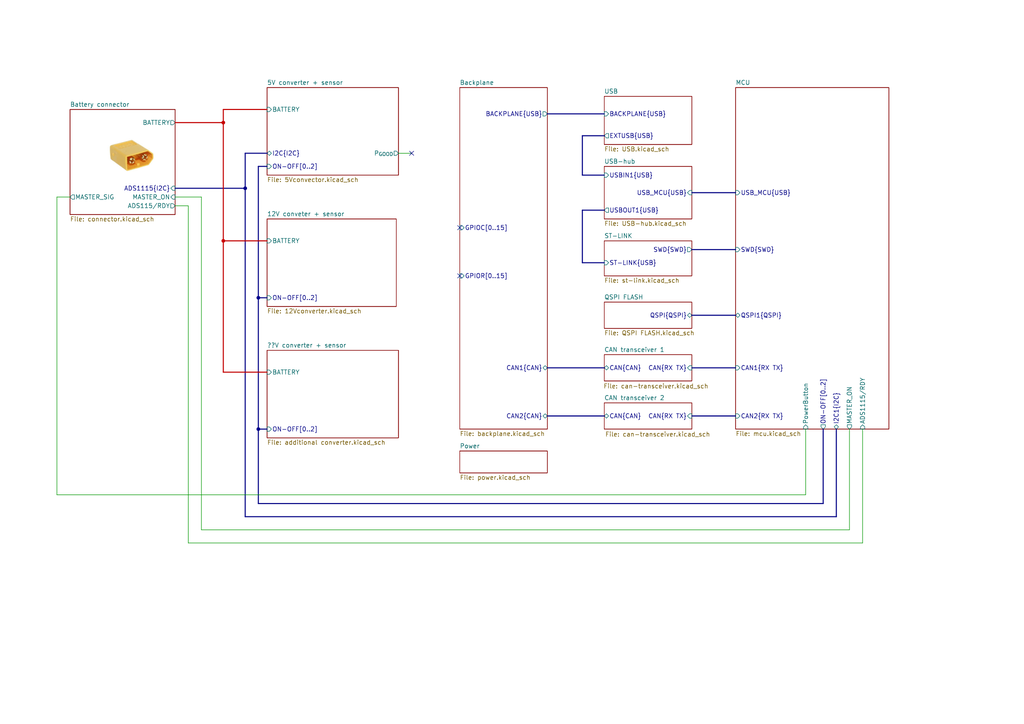
<source format=kicad_sch>
(kicad_sch
	(version 20250114)
	(generator "eeschema")
	(generator_version "9.0")
	(uuid "090a8e41-87a8-4fb1-998b-60a2c0dc4cee")
	(paper "A4")
	(title_block
		(title "ModuCard power supply unit")
		(date "2025-08-05")
		(rev "0")
		(company "KoNaR")
		(comment 1 "Base project authors: Dominik Pluta, Artem Horiunov")
		(comment 2 "Project author: Maciej Chodowiec")
	)
	(lib_symbols)
	(bus_alias "CAN"
		(members "+" "-")
	)
	(junction
		(at 74.93 124.46)
		(diameter 0)
		(color 0 0 0 0)
		(uuid "1541607a-7459-4639-808f-fa9bd898a1d6")
	)
	(junction
		(at 71.12 54.61)
		(diameter 0)
		(color 0 0 0 0)
		(uuid "6392015f-fb9a-43ed-9536-19b7a0c8a2b1")
	)
	(junction
		(at 74.93 86.36)
		(diameter 0)
		(color 0 0 0 0)
		(uuid "6a893055-fba6-4b49-8375-1ff2a6b239fa")
	)
	(junction
		(at 64.77 35.56)
		(diameter 0)
		(color 194 0 0 1)
		(uuid "954597b0-c1bb-4ec8-abe5-2f8bc7dedc78")
	)
	(junction
		(at 64.77 69.85)
		(diameter 0)
		(color 194 0 0 1)
		(uuid "adc02818-b53b-490a-a61b-8c7fadb384fe")
	)
	(no_connect
		(at 133.35 66.04)
		(uuid "225d1b4d-20a1-48d7-98fe-8709d91fa2b8")
	)
	(no_connect
		(at 119.38 44.45)
		(uuid "43708d98-1893-408f-aa9a-ca905a0af934")
	)
	(no_connect
		(at 133.35 80.01)
		(uuid "b3c7e6b3-59d6-467d-a4c3-b7bb1d57cd13")
	)
	(bus
		(pts
			(xy 71.12 54.61) (xy 71.12 149.86)
		)
		(stroke
			(width 0)
			(type default)
		)
		(uuid "0867d735-3dd9-4168-8590-d2ecb6bb06e3")
	)
	(bus
		(pts
			(xy 175.26 60.96) (xy 168.91 60.96)
		)
		(stroke
			(width 0)
			(type default)
		)
		(uuid "088fd8c2-eebb-4af1-bbe0-793e15cd7b8f")
	)
	(bus
		(pts
			(xy 158.75 106.68) (xy 175.26 106.68)
		)
		(stroke
			(width 0)
			(type default)
		)
		(uuid "0b7c907d-f1c4-42f1-b83e-70387c7fa799")
	)
	(bus
		(pts
			(xy 200.66 55.88) (xy 213.36 55.88)
		)
		(stroke
			(width 0)
			(type default)
		)
		(uuid "0c1d7469-42a8-449b-8405-80a700e5dd75")
	)
	(bus
		(pts
			(xy 74.93 146.05) (xy 238.76 146.05)
		)
		(stroke
			(width 0)
			(type default)
		)
		(uuid "0d01b7bb-86dc-4fd0-88c6-3042db48a1bc")
	)
	(wire
		(pts
			(xy 50.8 59.69) (xy 54.61 59.69)
		)
		(stroke
			(width 0)
			(type default)
		)
		(uuid "11e9f1c8-2db1-4b1c-8076-ec319cdc24cb")
	)
	(wire
		(pts
			(xy 64.77 69.85) (xy 77.47 69.85)
		)
		(stroke
			(width 0.3048)
			(type default)
			(color 194 0 0 1)
		)
		(uuid "1fdc8cad-0428-4b7d-b823-4b0ff1a9177c")
	)
	(bus
		(pts
			(xy 74.93 86.36) (xy 74.93 124.46)
		)
		(stroke
			(width 0)
			(type default)
		)
		(uuid "301c8641-e1f3-4d66-b456-0ececdedf1fd")
	)
	(wire
		(pts
			(xy 64.77 35.56) (xy 64.77 31.75)
		)
		(stroke
			(width 0.3048)
			(type default)
			(color 194 0 0 1)
		)
		(uuid "31b0536b-c028-4f09-92bc-e53ca49a321c")
	)
	(bus
		(pts
			(xy 74.93 48.26) (xy 74.93 86.36)
		)
		(stroke
			(width 0)
			(type default)
		)
		(uuid "3245d621-545f-466b-892a-e783114efb78")
	)
	(wire
		(pts
			(xy 250.19 157.48) (xy 250.19 124.46)
		)
		(stroke
			(width 0)
			(type default)
		)
		(uuid "3294e04e-849c-4836-a3af-398ecb8e5196")
	)
	(bus
		(pts
			(xy 74.93 124.46) (xy 77.47 124.46)
		)
		(stroke
			(width 0)
			(type default)
		)
		(uuid "36823def-58a4-42fb-9281-b92a6e41d0b8")
	)
	(bus
		(pts
			(xy 175.26 39.37) (xy 168.91 39.37)
		)
		(stroke
			(width 0)
			(type default)
		)
		(uuid "3922af01-4562-42b3-9ff2-97c27f6880db")
	)
	(wire
		(pts
			(xy 54.61 59.69) (xy 54.61 157.48)
		)
		(stroke
			(width 0)
			(type default)
		)
		(uuid "3ad39b6f-e2f7-47f9-814a-1ff2965a2617")
	)
	(wire
		(pts
			(xy 64.77 31.75) (xy 77.47 31.75)
		)
		(stroke
			(width 0.3048)
			(type default)
			(color 194 0 0 1)
		)
		(uuid "3c00498a-afe0-4834-91a3-9f67bdec653c")
	)
	(wire
		(pts
			(xy 58.42 153.67) (xy 58.42 57.15)
		)
		(stroke
			(width 0)
			(type default)
		)
		(uuid "3e6aefc4-8dbf-4c87-bf10-786f4b84e793")
	)
	(bus
		(pts
			(xy 158.75 33.02) (xy 175.26 33.02)
		)
		(stroke
			(width 0)
			(type default)
		)
		(uuid "42069d11-2d8b-4c0c-a1bb-3e4cb654db23")
	)
	(bus
		(pts
			(xy 77.47 48.26) (xy 74.93 48.26)
		)
		(stroke
			(width 0)
			(type default)
		)
		(uuid "5150c244-cfb0-424f-99ab-8ba86bd40ee0")
	)
	(wire
		(pts
			(xy 50.8 35.56) (xy 64.77 35.56)
		)
		(stroke
			(width 0.3048)
			(type default)
			(color 194 0 0 1)
		)
		(uuid "5237b262-bbc4-41fa-b76f-54ff075530bd")
	)
	(wire
		(pts
			(xy 16.51 57.15) (xy 20.32 57.15)
		)
		(stroke
			(width 0)
			(type default)
		)
		(uuid "5a8bc336-520e-40a5-a3b1-d029995ff33f")
	)
	(bus
		(pts
			(xy 50.8 54.61) (xy 71.12 54.61)
		)
		(stroke
			(width 0)
			(type default)
		)
		(uuid "6788a4d6-f4c4-40ad-a496-efe9dab5385e")
	)
	(wire
		(pts
			(xy 16.51 57.15) (xy 16.51 143.51)
		)
		(stroke
			(width 0)
			(type default)
		)
		(uuid "6d200495-f085-4e57-963a-f4ae8674d3bb")
	)
	(wire
		(pts
			(xy 246.38 124.46) (xy 246.38 153.67)
		)
		(stroke
			(width 0)
			(type default)
		)
		(uuid "6e6141fd-ce42-4f3e-9325-eaa40b879696")
	)
	(bus
		(pts
			(xy 71.12 149.86) (xy 242.57 149.86)
		)
		(stroke
			(width 0)
			(type default)
		)
		(uuid "725db5ff-7e96-428d-afb3-d3b126aa2314")
	)
	(bus
		(pts
			(xy 74.93 124.46) (xy 74.93 146.05)
		)
		(stroke
			(width 0)
			(type default)
		)
		(uuid "7334425a-1796-424d-bde9-38a3b90f26d9")
	)
	(bus
		(pts
			(xy 71.12 44.45) (xy 71.12 54.61)
		)
		(stroke
			(width 0)
			(type default)
		)
		(uuid "773f8327-4ccb-4d12-870c-134a635097a0")
	)
	(wire
		(pts
			(xy 58.42 57.15) (xy 50.8 57.15)
		)
		(stroke
			(width 0)
			(type default)
		)
		(uuid "78483178-829d-44d4-9c65-7fb1f3aedbcf")
	)
	(bus
		(pts
			(xy 71.12 44.45) (xy 77.47 44.45)
		)
		(stroke
			(width 0)
			(type default)
		)
		(uuid "78a1da5b-ee22-48d7-a12d-ad52e0603db0")
	)
	(wire
		(pts
			(xy 54.61 157.48) (xy 250.19 157.48)
		)
		(stroke
			(width 0)
			(type default)
		)
		(uuid "7c6a8176-954d-4e5f-af39-64623c8b571e")
	)
	(bus
		(pts
			(xy 200.66 120.65) (xy 213.36 120.65)
		)
		(stroke
			(width 0)
			(type default)
		)
		(uuid "7ffc347e-25a7-4285-8492-119d5028459a")
	)
	(wire
		(pts
			(xy 246.38 153.67) (xy 58.42 153.67)
		)
		(stroke
			(width 0)
			(type default)
		)
		(uuid "834f94d7-318a-41b4-acc5-deafc73198d7")
	)
	(wire
		(pts
			(xy 64.77 107.95) (xy 77.47 107.95)
		)
		(stroke
			(width 0.3048)
			(type default)
			(color 194 0 0 1)
		)
		(uuid "8506fc58-3112-41e7-b975-8196d2afd271")
	)
	(wire
		(pts
			(xy 64.77 35.56) (xy 64.77 69.85)
		)
		(stroke
			(width 0.3048)
			(type default)
			(color 194 0 0 1)
		)
		(uuid "90c22521-043c-4f23-814a-eb5afa9827b0")
	)
	(bus
		(pts
			(xy 238.76 124.46) (xy 238.76 146.05)
		)
		(stroke
			(width 0)
			(type default)
		)
		(uuid "978d879e-0af1-4501-8b31-8539f1afe6b1")
	)
	(wire
		(pts
			(xy 64.77 69.85) (xy 64.77 107.95)
		)
		(stroke
			(width 0.3048)
			(type default)
			(color 194 0 0 1)
		)
		(uuid "ae0bde45-039a-4227-a519-1f52c286387e")
	)
	(bus
		(pts
			(xy 200.66 91.44) (xy 213.36 91.44)
		)
		(stroke
			(width 0)
			(type default)
		)
		(uuid "bf0de6b0-0fc9-4b0f-912e-193053f69f46")
	)
	(bus
		(pts
			(xy 168.91 76.2) (xy 175.26 76.2)
		)
		(stroke
			(width 0)
			(type default)
		)
		(uuid "c7a70df5-1b4b-46c9-a0b5-092a546e1998")
	)
	(bus
		(pts
			(xy 158.75 120.65) (xy 175.26 120.65)
		)
		(stroke
			(width 0)
			(type default)
		)
		(uuid "c8659fb4-8309-4884-99fe-e479e3dbee23")
	)
	(wire
		(pts
			(xy 233.68 124.46) (xy 233.68 143.51)
		)
		(stroke
			(width 0)
			(type default)
		)
		(uuid "cb98a811-e5da-4dfe-9740-1bf9f0ba627d")
	)
	(bus
		(pts
			(xy 168.91 39.37) (xy 168.91 50.8)
		)
		(stroke
			(width 0)
			(type default)
		)
		(uuid "d346c99e-d019-4069-bd82-8cd62f31a854")
	)
	(bus
		(pts
			(xy 168.91 50.8) (xy 175.26 50.8)
		)
		(stroke
			(width 0)
			(type default)
		)
		(uuid "d483e764-8507-449d-983b-24a260b85a68")
	)
	(bus
		(pts
			(xy 242.57 124.46) (xy 242.57 149.86)
		)
		(stroke
			(width 0)
			(type default)
		)
		(uuid "db7114a5-86d6-4b69-9ef9-55dca3f1f4eb")
	)
	(bus
		(pts
			(xy 200.66 72.39) (xy 213.36 72.39)
		)
		(stroke
			(width 0)
			(type default)
		)
		(uuid "e0896ddb-f544-4d74-9e0f-10bfadbbdd75")
	)
	(wire
		(pts
			(xy 233.68 143.51) (xy 16.51 143.51)
		)
		(stroke
			(width 0)
			(type default)
		)
		(uuid "ea7e4a6d-06e9-4269-b429-c406d5434d63")
	)
	(bus
		(pts
			(xy 200.66 106.68) (xy 213.36 106.68)
		)
		(stroke
			(width 0)
			(type default)
		)
		(uuid "ef28c418-2b23-4a89-a4bc-eaba24d2bbc8")
	)
	(bus
		(pts
			(xy 168.91 60.96) (xy 168.91 76.2)
		)
		(stroke
			(width 0)
			(type default)
		)
		(uuid "f1a21ac5-05c7-4b93-b021-879868b83e38")
	)
	(wire
		(pts
			(xy 115.57 44.45) (xy 119.38 44.45)
		)
		(stroke
			(width 0)
			(type default)
		)
		(uuid "f75ca01e-92ff-43b1-be2e-72ae0014cd33")
	)
	(bus
		(pts
			(xy 74.93 86.36) (xy 77.47 86.36)
		)
		(stroke
			(width 0)
			(type default)
		)
		(uuid "f7ebb7a9-db25-4a5b-8fd9-8c1b932371a4")
	)
	(image
		(at 38.1 45.085)
		(uuid "a5ab2295-f476-4097-be51-54491b820c1e")
		(data "iVBORw0KGgoAAAANSUhEUgAAAQEAAADECAIAAAAQ3AMZAAAAA3NCSVQICAjb4U/gAAAgAElEQVR4"
			"nOy9SZNkSZIe9qmq2XvPl9gycqusrK2X6p7pGcyAIMEBhAQHpBC8AxDhEVfyyl+DG4U3CkV4oggF"
			"B4oQpAg5nAFmMNMzvVfXmpVrZGy+vPfMTFV5MI+o7ELlQLq6uiuywz8JyXSPSM94/tw+0+1TNXJ3"
			"bLHFNQZ/3RewxRZfM7Yc2OK6Y8uBLa47thzY4rpjy4Etrju2HNjiumPLgS2uO7Yc2OK6Y8uBLa47"
			"thzY4rpjy4Etrju2HNjiumPLgS2uO7Yc2OK6Y8uBLa47thzY4rpjy4Etrju2HNjiumPLgS2uO7Yc"
			"2OK6Y8uBLa47thzY4rpjy4Etrju2HNjiumPLgS2uO7Yc2OK6Y8uBLa47thzY4rpjy4Etrju2HNji"
			"umPLgS2uO7Yc2OK6Y8uBLa47thzY4rpjy4Etrju2HNjiumPLgS2uO7Yc2OK6Y8uBLa47wtd9Ab9t"
			"MAUAItBme7H65zA6M1MgJnYAsAx194ZMIIAQGOab/8KBuP1ofkOg7RndXy3MgMoB+sUfeMEvfGdD"
			"kQInCAByuDk5WAgAPvfyLX5t2HLgK4YjA4AzACJ54Sd587cBTiACCYDRwLwhjDv4Yum/+Motfq3Y"
			"cuArRwbgqDTgzX7uABsAqtv/C7fczRzqAAkc4mAABjS/+Qu/rtg6nb8WEMjJ3ByAuwOcIQRI5QSB"
			"Abfi7jIcF01OJm0jzcwRFU0avWm3H81vCFs78OuAAXCou7m7u7o7hxYwhpmNeVwN/TINy5LGdvVM"
			"vSBSt7O/s3+HpreBObwBbb2h3xC2HPiqUW8nwZHNsiObZ8Bofe46lrzOw2Icz1J/WtJSy9isV2Cg"
			"DdTO2umdye6b09kbPLmJOP2a38i1wdbgftVwgCoTGGTuBSgOe/TjP3NLpmvyNfs68jiRLKSxjSYo"
			"7ovF4uT4LLSLvYOyt5dm97/1db+T64KtHaj+OoaLJE4NYzeZSwdRAeBOMDKDab1j7AGqMId7ZtGm"
			"ZYYDJmYo67R8vjp/0i8ep/5E08Ksb1piN+YUKAVKQoNQIRQvY8pm3pLsGSb9GAythO7w3X8SJjth"
			"dgjeMbAb2DMDTAEAyGGqDkIkFqJtLvXLY8uBS9hnD30DACQRdWd34IWV5l6rYAXIsKHvz1ars5LW"
			"/clDt4QywJasK8aabBCyGBu4MRJ5Ik+CBE8EC6yr5TgWiXFPmt3inWowSJp9J073pgf3pgevdd0h"
			"IHAyzUTC8lmooOpEQrgsyW3xS+Pa+UKqSkQAiIherGN5BgCDq5qDOZAwca3pwlFT+AVQoADQ/sw8"
			"l7Qsw3JcnwzDae7PNQ+BToU0Bgshx5gDJUFyN1dxOJm6ZdLilmBKjrEsNSmpuMEdkUsX2iDdp8sP"
			"8jDN6VTTwg/fms5ugjoJTap1NOJqr0QAczMj3sbQXxLXjgPu6l4JwL/oQAgAMBxsZgUwNTLqNunM"
			"AoywoaTzcVhoSf3Zo5z6PJyX/gxlIRgbNmEIlswWnKMX8ew2WkmuSao9MXfd2Bkyd3cb86RppG1T"
			"KcPyyD12093JfOf2Dg85rVfrxbgYV4t0483d/de42wFHByXNDGmECQC7W95W1b40rh0HqlqHCA6t"
			"mob6/X40FogISWAx2qwpQz5xHXNajcNp6o+H/rSM50UT0rGQRSqzWEIYBSPZSG79sAIzmJxdYShZ"
			"tbipx5EcABNYEAkMkDBNpjtN0wBc1qPpuuTefbS8aG95BLcqQ1r3qbdxWcbz6c7N9sbrDhaJjHjJ"
			"YJGtJ/TlcQ3jgQLAsaleXb59c2ciIiMU11R0KHlQzf2T960M47go4zl0GWgIwYQMthQgiAcyttF1"
			"QMmqmWXCqLszzMzNzMzVjJdwJhIiZgpEQiRwMioAVLWUAoCZSykppRRCE6ehmRHNRp8r73qzz+3O"
			"5N63duY3prPXgAkspJJFiAWE+LXd0Vcc184O1LQlAQ73ukLN3L1rFV7Qn/XL5/35Ub98PqzOS+ol"
			"9O7KlgRjK6UN2sIDe6HB1TTnnBOsAE4wImLJZmbFVN0UZJuUDdHuBfEY9Qsw4qzKzACxSNvGEIWG"
			"ftQyDtl1SaZNLFPR0YZxWI5DUDbMb2MvdZPXPMxZAgkZfOsJfWlcQw58hksSuPuDv/4T19HLispS"
			"dN2gn1AKrS4wBqY2eCMupl5WNq5SydxEAgJZCADE4O4MIOWlWSUAE4KEGEJkEtNGHe6ubmYwuJkB"
			"5tI1k7aJoppUc8l5THnQPJ/vm2bNQzGNjXZxl4nERdPp+fO8XpT5Hg5uvRXarmZov+57+Qrj1fGF"
			"CkBwhbsbGTM4EIDRnYnphehWFa4IDHc44F5YTAQEB4w8w0esT/rVUb943C+fpf5US9+2iYiYVIgC"
			"NLAzKQBJJ+5qZmZFLauqmbr7rJlsIlszU5htPKuRrGmayWTaNhMiycmHYci5rM7PY9eBm+wkIrM2"
			"RnHLOW9eqACIECKLCDPzcDQMYz+k7ODQxraT0Bi47d4yC4lmiAfNzuuzwzfnB/fRzBJFgNVBCmIE"
			"BlAYmXwC1PsAwJj5Igu8DSE2eGU4oLnUbOaFjqZ+kN6XQETELheJTjIAEDbAAIVnzas8rtO4KiU9"
			"f/ghvLD3ZGvSJdkKOpLn/f3G3WHFNJmOMDVLcJ/KCICILuTQm99ydnpKRMwsHJmDiDALEaGLpZQ0"
			"lpSKqrsRERPRzs4eScxO/ZBUlclJc0lDE7sQOcYoQoDnnFMeSim7sTAHA0qxIY2pKDOLSDO944jG"
			"Mwv71N0Mk1thcsBxunvvO2bk3hIih8v+nRIvTL2ZYZMRrp/4lgMbvDIcqLHsi3C4uw8pBCZmBHFA"
			"3ZNZgamOp/BsZdRxOfbnqT9Nw7KkZOWc3IKoIEVOgVJkBSlMHUqmbkW1uCWHknnXsjuZwsyri1/X"
			"EtdyLQkRwWnzALwoY3Wu3Ig5xBhjbETk7LRHCOBGnZm5CRTYSLXrupzHlFLOo0NFJMYgIml12rZt"
			"FwOAnMYyJvMCYAQktAg7FHc17BnvFG+UwsFrfzid78137iDuAW0xKIH5s0j5s6rf5woj1x6vDAf0"
			"xY3r8uN0EDPIgAxk2Dr3Z+O4KONwdvwBafI8WlmJDsFHQWZyCQnkhCKugkTI5JncxzEBIDcA7gpY"
			"NSjnyyWRMDXMUbhlisyBSKgxdzfDpS9Ulz6ajfKfiJhl49gwr3oCS3GuUQG5sReYomRmlsDMICKz"
			"YmYOZWYyE0YUbphgeehXaRjXljm0sd0L7a6HmWGaPaiRN3cn84P9w3vz/TdoehM8VbAD4WLvcKfq"
			"vNWnItsoeoNXhgM5gwXy2f5lcIAM5RwlpeGs70+G1VHqT8dxUcrQ0Cm8iJfguWXt2BrxwFiMJwDI"
			"jaEEY1PACF4yAXBXg9cAADVolg4gQiQEosjUEDGce1/islPMuW6vAHPTquZSirszc4yxaUKMEbRT"
			"1LNTUS+laEkoiWCwwszMYGZ3c6iquntsJ5aLaWYUAaAljX1Jg8WZSOQ4DXFGYULcOrUOyohZmZr5"
			"7Ma9m3e+FfbvATNVFqkcYIDc6ZIJIWx9oQ1eHQ4kD0LEBiiQMC5Tv0xpWC8epKFP/WnqT10XkXMM"
			"GsRFn7MgEkUy9kJeUDJcvTHYZ2VaN3N3cuS0aWT06toQ1R2zmd40g6qXbKVoKabF3amZ1ownE9FF"
			"vp8A9ENmZmYSERYwAwCRW26SuXPg0DAzrAisYWq7ac55HMcx9WaFiEIQEVn0WUQYXkqxkuAWQogx"
			"GiZEBIrEDVEANwQGi1kxQqFgMpH2xnT37vzGvcn8MKEhEuFIJAR2l0oDka07tMErwwGgh2XLy7E/"
			"7tfHw+po6M9LHiT3pgnasw8tl2mLactNkOXZhyAjIjJ3VVctpajmdt7VNEx18aEbJ0E4GoGIQeS1"
			"mEtkhPMl19j3ElVnQT5U78yd4OzuG+UFNyIUQiD2UvI49v2wyjnfnB+m4kpBQgRQchIvbWSPMxEJ"
			"IRC5ah7HcRjXOWeiTkQ4BADqJCJNO2mapk8ZAEGIGNjUGQBGybFtKIY+l1Uyjru7B/f292/73ndF"
			"QghNkIYQajbcbaux+wyvEAeepPXp6enj85OH6+WTkk/IByaLiYQ8sjUoQin66Jbg+WDHzKyUoqUG"
			"D3Xtyjr3NclTFwSBiQTgtm3dvRiKaTIvplnN3VluEIGZRUgCiUh13MflKYAXVmHdVtkQADMrICMC"
			"M1jAzL5MYzbnGLoJEXlOAu0a6b0zs6K5pl+JnIhYEMK8mGZ1lihxwk1UJ1XPthKq+dMgoAtL5lOa"
			"jHlIOkobm+kc0o2j9KO/8Xf/uVSPLE4vOYALwm6BK8iB1FszQUECGoA9IwbAlpZ+cvTJeyef/iTm"
			"42lUIxudMoG4gUe2jpwDGVNPtAL3O8M5sRKbIashK5fMpkKdVOdbRODBLZhGUz7Nz+p+HEKom/2m"
			"r6CfMEOEJZAIMW9mn6yzVnMgAHmGFtNiZuJvu6ujgBJxkeAhEjMiYb1eF+MmTor5YjWaUjvpikzq"
			"G7/M1VzIWl8Ws9oXfrdq8v59rHE633nz4PB3Z/vfRXtPpStce/YLEMjrnAswate/gq+d5uLK1YlD"
			"uCziGIHBAOVxPDt/8v7q/LGXBVMmGLlDAQe1dXxDYjR1vwcxvBlULLt5BhkzN7Gbd5Mg3dqLQ1Wz"
			"qptmUzM1uHTtXERijCLi7qqacyql7O7OzUy1mJecCzPEmZm1MMxh5q4CZ5HIsYmcxjUzB3EJkTk4"
			"1K0U9bGkYTA3A9yICYGYhNsasX6OAF8CL9vL5u1e7ocnDz9oF7Z7c5jfeL3B1CBZc2QQBWK4wgkE"
			"vp7G4cpxgAUA+4W/KpJhp8vlg6NHP9BhEXUpUphI1WHOBrjBjTfjTOBwt0CgATMRCBcmE1I4xkGT"
			"94O4WXGouzM1McbQTYWb87KuQWflgNkIqJnmnCRQ0waiyo1cNKeUmnjDrHhR06ymZnA4kU3mqBw2"
			"t1y0lJJzVtXIkhKYg3ogCiEGkMRmMubxVyfA3wIdgkOVTlc6pHIyjk/3Dt6Is0ORibnllISbyzRp"
			"Smjar/wSrjquHAeqpMHdQWAYocCWy8WjvPiUoYGNSLXAzdkYTu4GN6CK0cQdgDgIzb4zwE5eXEfN"
			"Y8mj5TS5ue9uatmsmCFrKToS1JlMoeRea2AQ2ezrKynSNE2ItRocg4iZLddnzBxEYqwRBVzN3Sla"
			"KSXnkrOWDFVzI4DbZhbQEgcJLXEwNqbAoaGSNu/780z4Yp/nl4WOzI0FSYX6vFqcppNxeTSd3ty/"
			"9ztEbRMmlwOQ3OHXUoN99TgAALhIejjIYLlfPm+5CJPAzXw0Y0etzZopAY4RcEdTu2AMhNCo2pgL"
			"KQTS8LSdTlgwlEJExIGZYTDzUoqpNtOZu+ec8YJfISJt5FLKsF6YeQhhMplMp9O2bYmfAuZkpqib"
			"fdaiqi12zNyNzJiYY5gwBeYQWKjKeUgIcLC6DZov3i/h83bgZXHaF9uKl/lCUUIp66QDt9Y1nfnZ"
			"8vnw/MH7qzHdOLgzvfkGYPDWjY0Rruhy+PXiyr1pJziUQAx2dWKBkg5lJg0zXCVrMvMmMDO7O4xA"
			"Tm6O7AS4GDFBUknkxBCSKciULYkKvF+vWTw2NQ1PIiTM7hQaqXmkWt4CUCNjCWQOYne1UvI4MpGU"
			"Yl0TVbUf05hTGktWK2YAR2uIKDRBJBKiO3lVxYGMGYCqKtzMnABFlM1H8Dk78FXlKrKtnY1ZGOLZ"
			"3AeUIRCWRz/R1dP99enerbcxOWSJDMlqItduwt2V40Au2chizXIUAgu8sYyShJkVms2EyCSATEuK"
			"3jiw2Vi9docFR4GDpW04MDcAShmGXIqmw7199+LIZkU1azEzNsW8EXdn9hAuFf9ERFoSwaOwEJuh"
			"pLxMCwCq2YkNYG4kzLqu4dBwkFyk1hNqzs0c6mrmxCBmdzeYw0kIZJcL/QtCAnqJL/SSToGXcSZh"
			"3YZpjDumnsZknpuGmh0Z8tFwdvpkfbpenR++9q1m7y4gqhq3HPjaUUqCABLhcAdU4IE9jINzJAOZ"
			"CUUhESAV1QYAU1UAgBUwBxw8aRt3L7kUMycmYW66Rpoy9ubFvLhnkItI07RMYUyrmjCNjYjIZ2ux"
			"eCmqutGBUu1jZG7CATOTBHAwEnVKI6y3MImqZtncnajmUiXESFqIyMiDk7OBNhzw9Nl7/3XExNOd"
			"qMXHpIxJ20xZstkijQt2bsPcMZ6dfHq66Gf7R7fuvTmZH3zlF3D1ceXqA4pedAKFN/0IbtHS4uFP"
			"/t3/LKsf162xSu0BcxiwcWE3BSq3y0Vk0sEJFImCo3UIUYRz4OAo5Ml9IOvdekJyV9eNNJpJqvCB"
			"IES0QqkqA+aGqWVq6tO1vyxm/WVj2S++/5caz/r0P0iPzeiXL/j3XxzmNsMKLJDGw8SamYcOoQWF"
			"N3/vn4HEKWQLTiCUiEJQ2BSoNYSajIYZTBFefbNx5ezAy0EbN8DrDrrxWLwqPQGCuVN9AAAwEMOz"
			"g51yHRBEJEaVRU6AIYAbGIEstpvygmnVEdFG/hA7gEDiYAcbnAH/ipI2XyNcAphcyMnIM4xcFcTH"
			"H//VZH7Q7d9qwq5D1ODORAGyadgAFFCAWMDCvwV9CK8OB7wBzN1B5FbraAzUAMAJm4XJMAcTzC0R"
			"bUaZk5uTAewQReNwJtNqJYydGnIMxTbaT+ILO8BElKroaCO6l42ajgj6Nd+PXxHWRCJyYoeRD9AE"
			"EyI6e/bXi9N5e35798ab0/37gVug1WwXS91o83VRYcb8630jvzpeGQ6Y88XGf+EL1f7DWhsgI6+9"
			"lsR1AiLUzYgYgJPD1Uk2Te1wBTsxg42iu4NYPQFg1Ig2MAciAgSeNsNYyJ2s5mxqJvNruQ+/PL7Y"
			"ZHkMFxM11Fw32SsAWA596FdPUn92mIfZjbcgcwmxhi1u7OaMwqRMTuS/Bd04rw4HCBfRCwPmfnHi"
			"lzNg7OTk5E5wJQdIrJZ9DJ5AEeQErRp6cgaEnA0MlnpYRtNEANUFMidVAO6mvDkHwDbVO9oMZaFX"
			"hgNfHG8oMTnIFQTa0EDJ4SjTMCHp8/LTx/1q8vzZwZ23Jgd3BXOAqW4AFoHocHj5LRgR/8pwwN0v"
			"Ps7qEW3sgHlDIIWxi5NTVTyTuV2YDebquJgzEYnqptWeAsPg5EzYdLUzyAlMhM3sXQHkF6pmF1H3"
			"q7/9mcPVAXI3Jzg5AgPTtmEK7snLyTiu1mVhdtwu9g/u/q7wlHgOajdziYmcfhsEdq8OB2jjgLsr"
			"eEMDoNoAIrgC7ATyKhpi4+rvkpETgasCo06LcCe4FxCcvXZklpKquLo2wDAzEYgk+wqAgwB2Y/cL"
			"GvDVyqe9FC+pM1DOfqGSqFwHoAxHk8ZRdR0IO93Egg6rs/MzC3LWxBvt5F7o7iHs1pttvxUTHl8Z"
			"Dlwe7gKqjy8/WoabExMYUP9sh2Z33nCCiWxzFBirE1mdfGWktJnAgq4V1Ayjw72Y1gIWSVuw8YPh"
			"tR0RgLO/8kGxUrWBJCB2YicC6OSkD2LTKE0w8rXrOhC1gU+f/VU7vTMvw5xr50JnEAe2eaGvHmQT"
			"FzMxYNI5gJRo2bc706UABgR3xebuA3Dn4eKl4h7hGzF8oSUAciM2dq0bOOCEpi5iI4azaQCTgxVG"
			"iIaWPIIF7KACuKYXhZR1fA/wgqKhukmXD76qXvXPFQReqCh/8ZrjqC++6vLBeFGDI3cmB1AzAz0p"
			"8WbAxGYsjQPOezuJGU2gIB5ZCYWh7ip6oz/5eT75YLn4wfTm98Le9zy8kwDDE0ZHmDEC1USRqyNR"
			"mHwl9+E3gCvHgc+jdi7yL7/ZOIPMCVQ9Hta6dA0Kv9y8CFTcGVACuTvDDBkOMofgbyl4bdRKALCZ"
			"KFHxdc1rqAMjLitllw/q8q51k41LCGeiSSkiQsK1jbO2TLinee2BJncgW1ZPxYuZQZ9IDAYeFyUb"
			"z0zaHW9pn9s7ZsilF84xRADwQN59LTfhy+HKcwCoXby/7KucqCZ/ADcq4sHJyM2rH+/qpJeTdgHA"
			"okOBTCDf1Nxos3ZeclXuvpmncjG28TdSdH9Jnqf4C0YAlw82A4AJIBcwkQHMbgeTtpQ05kGH7GSx"
			"4a5pQuSmZGamIM5eiEiDGgDtOoInM+MylGUZLIdhEea3IX8sDicmSoA5Aij8WlQfvzZcOQ78wrEY"
			"jote3l9+c/UAwGEOIw9Gzl59nk2mm0COQr4Zv27Gm+mM5FxjRIUz/e236PKz/volJ+aODQ1efCCB"
			"BFRzy0TGMHIQk2HNLWYcmINzURSzXl01iLlbAoxcXZynRkTN808e5NJPZ+2Nm7dkSsv0+Oy4b8bD"
			"aK93093QzkGdqyQ1jiC6egvr5biil+rwSy7Ql+KAIWBTNq7nDMBqJH2xVomcLmUWqGtIwcZeHOx1"
			"oJCyv8QCXTo/F//bb2rje0meR+jyxJx6MRsaNGy4CAPqZOyNlqQjhxZXwBhgRhMCUTxbLsSYC2yZ"
			"+6PlycNnp4+OVmfLNJZuFm/evxm/wzfemc1m3XFZPnt+Mvf/Fflb3d7vI36DnIOzOqq1+Q3dkF8Z"
			"V44DVPvI4BuFDwBmEfllszAOIYcRCcirXNkJxHqhPRZzoPbiOABiBYyMjAAIe72G8DIO1ElYqPWy"
			"i4jla7QGvJml9fmwOIgCqNEwweRiD+AOUFgBipMalNxAQDnRo2dHj97/6OkHD4dn65iwE8I0TtLp"
			"ujmYnw+nPz750Z3j/rXfe3e+P0+kvvr+enxu6/V0p8fON6XZEbaMArwyYrorx4FLfOaJfykOYBMA"
			"4EIvsZkyaB4AMLlbjRO9DhCtOR93J3ZHuDif8qX2px6ZcTm7szbc4DdBgy+2A0E++/6LXWki+cIR"
			"cnYQrHJ+ddI3EjqOIcl4ls+fPD9+dLQ8X/3Vn/4gCk9C04W4Gw9Y3JOOgx3cvBVbSUO/+OT0fLVY"
			"r5d3333r4GAvxL1xWK/HvxzS06l92Oy9y+39SLu/5pvwVeKKcsDdiTZZjs+yG7/0/3JRNIPXaABk"
			"jkCoVWQFuGqKNqoBd2cjOEHNlRD/liJAPdvvxfFb9Wnlxm8exPbvxcRORMS5vnEBETlgAgLQAcuj"
			"k48/eXr00ZPTB8fpeG3rwkrfireLFe21wDIKmCCCENaUvB9DpKaR/uT4Z39+PJw9f/f3f2f2nf8y"
			"4tmpPlqtP13Tg85Wuwezpt19ZaQkV7B/AA5QSZqiTOEgB/LJo8c/Pv3R/6iqDGpCIPWSEsyYebQy"
			"mUxMPauF2DJzKgbAsl3OSgFwOd+haQrIqA7jh9GFBCjISJtdv1Ju4wNp4HqGEig4AiH4hcTIyYjI"
			"yMAEWLUzoXzxh1+qD0Z1pW42Y5C5T2hTanIiJwfDiCiXGtNXEnod7EVEOp7XgV8kIDaw13FJrRpV"
			"JRQ7sSo2R/91Rkm1GCJHcbHFuHj8fPn87Oc//vDhx5+uz3QqaI058yR2k9Cscy9CEhDEQQpLqjCD"
			"3Nh192o0OVCILDFKoHf+wfde+8br7Z39kcqqsGFnEm5Puxt095+gu2OIZ8NqOnNBgk6CTa7gkVFX"
			"1A78wsa/ES4LoJsw9EI7RETzSRe7phSzMdUh+6pqZps5i2aXO/RnGX1n39CgPqjpUK4pUaKNFdr8"
			"cqvCCt8IJshqtgrOVPOsxDCAmfxCw/2S9wQ4QS5U35sOUJhfBLNOm1/jAEKkeoSmQy9q5OaO3f2J"
			"11nXXgBjBjciQqojULvoNtK/+iuzdqt1Wp2vVmfr/uj8+JMnT9776PiRzlpS9S42LKFXVdgIW3ie"
			"cDSQOrI6EwPBWZ1cyuYSCajiKnJF4fd/8PPF2fmdb72+98adadctVv1ifSQk5fxHc2SPt7smVrEh"
			"s1xN43BFOXCJeo5qCGFDg00qxgCAjJhn87Zpmn7MqmTuRYtrcTPf+PxkDiYmdglEzHXJ1WPCFMYg"
			"h5FB63BcMHzDg3oBBKIaS7gCcEQmwM1c6k9hZAA5X2SyvtgXkrr6HXXqI9wAI5JkRkQMd5hvhN8g"
			"WMlntVdBmFlQmxaISGlN5BI4kINMVUtajaqzHSIASiimQ8m95jFbLh9/snr29OmDjx6cPF5wjxkw"
			"Q7g1adJKhMnURnYIe8tnJa2X5ds3DmxDPgLCxs1jEi/VVXQyh3OuW4X1TxYPzlfPnz9/Y/HO/Xe/"
			"vTfZWQ3jevko0TCOx7ODvzPZ+5YiAJHqJnL1cPU44A56Me8OYg4hECLcqimoMs+qX29bl+BRjVjZ"
			"wFRHPXMpVu3A5fkr1SBYqR0AXpP/BmOwk7kJbRyUi+Cy+i1GTkqAk2xoUMeVbihBcGYmu0xm/Yfw"
			"QsBadQqXQ/Uq/6qBIqFE5CIioV75xvRNdjiPaRzXqiqEpmm6SStEp88etbFtqfPRV49Xn77/4OOf"
			"f3L09DjI7mq1Wiy0JESGBhlDUyjsz1vVvB7XWnIT2ygU4d0UTauurqqqzs5iLBSZKFz4ck5Vn+s1"
			"0Tr1qKOdP3j+Xr/SXO6/++3pbJ5KUj0azhYs025+W+QwGwAwKV09ld2V5MBnahy4A8Ix1pMvSnUC"
			"yOsBGc4MR4LDLZEXJw8S3Blg1bHOvjWrszs3KRwDo27/da05W3VOHFSPq6Sant3ID7j6JqTV5aHL"
			"le4MqulXhguBrTYYvCSXStANsd1oozk1IjLOvNGhGrHTJnVDXSuX5xJUNYZ5MTPJDNcmCsdGiL1o"
			"f7YahpGf25Ojx48++PTxR0/XR+uQZRpn95u767PFDqaHLcpUBqdFSU/7YZ3XbzaYdG2Y8ryZzKYd"
			"mTE1s9kkYfCiJcGTsikbR6i45ILqUNax3Be3wktK0/kEpKvnZx98/4fL1eLuW2/s3bm5w8PJ+vF4"
			"/vO894043ycTdVdKzdXTEV1VDmxqt5unMcY6INqtOFklBwmIARud1Ly4JSCAuA6GrqMhiKoQ5rOo"
			"wODk1QuCY7PPAwCC1+ZAp43ojqsDXDs2QabMZLANewCCeD2MG8HBtWgq02cAACAASURBVPfyZW+r"
			"1h+Ay3IE6tMYC7CJg8mN6VINqAQRDiFU/Q+rsRlomTznNBZPmse0PFs+f3Z0fro4+fDEimMwGbGL"
			"ubDEHJBtL3RZbShlnTKYYww7N/anQv3TIy1jw3xweO+b3/4msR8dHaWU0AqZhTHTkGUonFRKgeWs"
			"YObAgUUgCMy1xKjkSXsR2mlmmvTpBx+N68Vrw/23v/NGa+MwPBmWD+L0PtOe2hVtOrtyHLjI49fH"
			"GwdSZHOidf0H8KpdZ6Kq7iRYUk0OZ2I1Zg7hYmbaZUF3IzraBMRsMK5yuvpZeu3Zd6oKI97QT9yJ"
			"iFydCE5MsGoqCI5cWUduDgGLO7+spMDIqASgOstxEwlLY+yGzYAYAFYrvjoYmatpzdnmnHLOpaTp"
			"OZ49ffrwk4enz048e+TAIDJqYgTDocZwqI46aIZCrQixxDilGEDihpQTrJtNBs1nfdlppwd/8PcO"
			"Xrvbv/fThx++39GpqPOYpB9ptcaq936wVERIhEPLTRMlMsImYT3GTS6rmTRxEnskG4azx0/17ttd"
			"4GK95SPQmmXPDE24elmhK8iBF1Ez+3ihAoUNBxRem1k9VGuwaSAmRVBzM0hoP6djs00tjC5pUBOa"
			"5AyyjYAI7F7oIhFE7GTwF9wYd98UXaEEcTJ42DC1Dkl9mb9LpWZFUfP3tIlSAtdaW/WCNo2eANpu"
			"4u7mZeyH9Xq9XC6Wy+Uwrk//8pPVYr1ejmLYmcxi0zDEi40ywKBu7gYxa5yF3P00lYZpChePMETV"
			"1iyAIFNGM3p/6l2+cXfy+394cOv23t17pz/6/0S1GQtiD2rUxIubYtpSCKFp27ZrpBEOQuROyD7c"
			"OrjRcBjXvbJ1045mIl0znFg8bCIZYQ3O1fG7mgKKK8cBigCYEdwRI9zNwGhvL6Yd0vlMsg4l06SE"
			"3fVwPlX1EicdNxznoU/jYMTgLheyEKvzL7CqkKGL7RafVXPpIjEpFw4Ow5vPSiaKTAnOVJuVieFV"
			"TeExTC/P9wZygNYUSrFNWY2ZhbyaJBFqONdkvwiFIERUNJVS1noaZCLWeZEuNl3DqquhPxnP2sXx"
			"YjgerPehT+erk0VeFaSddidoEF2My6E/XyGm2WQ+adpQ5okS5vCA1Kd8kluVucwP44nQrltYrE7D"
			"pLR7jKT7u3fKOnx8/njvhixP3/9X/8v/9A/Pjn//n/63iWernB+sT+f3DtePHnePnvlHHyn5sa32"
			"mtnO7jR0kODtBEQYx1TUD2cTy/3AhJbAVNyw8rLW47ce7cf9SWyWixGlSYElQDAA23jgy0Ikah2U"
			"wu4AMYjIybuuA5I6Tbp509GQREchDnUb35wzWaetXDz9cqj50ctSrCMDdV/3OvyXhYhMmHNORNS0"
			"bWikaOrTSpPeubs7jtb3vWeLLG1sRCTEcBjuaLaxH8d+tdB8ktfr/ny9Oj99tFieDLrSWbO/M90J"
			"CFEpZzdSIp42sziPyC7GWnxtuRExhzu102m7e2OcpPOHp8+fH8UGAblxnjedUd+1Xdyd3nrzm4uD"
			"1+NPf3j0wXuzs5SGxz/7v//fO/ffbvfmO4e3aTZ58PTpd+9/I8qOW/g3P/+AwaFtpIkkqlZyziTq"
			"X9QwdJFbAy66TameEn2F8cpwIDbTDKndBBuFTx1pINyvk5axa4SkGbMmrZ4NADix+QtDh4jx8raY"
			"L4Q5iOBOxBsFXz132+p+TxuXiZnrmUsSLDYSG2k6MShykQmHGE7TAmaI3HHbchcgmi3nsnyySLkv"
			"6TyVxTgshn5VsjHQuAYbS0pjoRbcNN08zluZlGFsSCw2EU1B8WSqmnPe2WvZfJ1TXq7jhJsg3awZ"
			"1rSGT9QkaSfUpxLaaXPn7s3v/M5/+i/+u2/+xV/87//yX67/5gfrh88/Xf/F39y++dY/+qPV8fLu"
			"zZtvfuu1k48/CQP/n//6TxePz9oWfC/KpGUpKedRlYyIJATxi3VfUw5+Wd/cLHszz3DdZIK3vtCv"
			"graZrz0YiIWr/kdEasZREXIZcsogU4okEkJXO8YZ/jkafIlffVkYrlN0idgd7hvdaO3FleAiYPbZ"
			"zoSIVPM4Ls0TB2JAs99o9yybjrksyvn50fmzs+MnJ+en58OT3HS6u8+7+0KSfLWGuoTJrJNmZzpK"
			"k3qM67NhuRJuRUJgMXey4kquyOauZEZ51Uvg4Fiu10ted7EFfDJvU1aMMo6jWRnZJxQ9TM/bebH5"
			"N/+TP/6df/f9j4Zh5e95Xv/5//GvfvzeX5vPb965O677m/O9Bz/+8fMHT23E24e3PIp0ITbBxlQn"
			"sDqUaNO//bmEGBGZgrwOwk9uCdUsXMmTAF8ZDnTdPig4gYVgBiYIw62ottNpCHFY96ouYSqTGXFI"
			"fSFYnbcIwMBfjgYXA9aM4PW8PDiIL3sPQAAzmBEiMVMZ1iEEK4VSnnWTSdulYTg+Pu77sjpfHT87"
			"Pntycv58tTpers9WwzqvlmgnuPPatHnncP/mLEQZdNCxrPtVjM28azXwKD6sNK1W61G73dlG5WVe"
			"g/6SSymlPxtmO1Npu8aaXFRzNi/jmEBTERltzGOSG7KCPD0+O/vwkf5v//rv/9f/8Oabb5z+7jur"
			"8TgsFs8frxanPzvKyAMmjm99450f/eSDw5vtd//we3/wvd9ZHf0bmoTQ8iTOSh5KziXX6X0bbOov"
			"9QtwremvYpZhmTdFmKtYKn5lONB0O4bgTszsbETOQSyX0/PFfDoL3Eig4uYcU9a86bvnDQ2IqcbW"
			"v/wsENssdN4UhWuy3omUUEtGICLIBcbz9WTedDJdp371bHHWnyzPV+cnp49++EG/HodFr2MRo0Dt"
			"DHFGDU9LP4wPP1yPa3/9Tbp5ez6dTkDZxuBkaoD4ZB7b2KyRVqVP65WIcGxCJEBKKcXTWFIA9+tC"
			"4yixmYToZGMuGEHIzq1HSUSvvXX/KfH7nz6f+oN7sw/y0TvT3fbmW3cev996v7h90Ey7Wf/shBK+"
			"fe+NTz7+RDp8+4/+4//sv/rP3VK/+j43kVumoNJyHHMeC0BaQBfr/hJEBK1qKoNn80RuVI3x1Vtx"
			"V++KXoImTuuyhpiTgcDEzpLGsloPUZw8sMSsSDln167dIbfP0eBL/eZqB9z9IqDYDLoT1FyS1Dmk"
			"m6lE83a2OlkdPz599vHRs4+ennx6PJwlzSqlnoBGIcTYdAFsZlZ096CN63B2lj75qH/2/OG9N3df"
			"f2f34LCZyLRQGXXdD4Mrgjcs3DbU50xwBhNIyCUgNuwuCLNhPeo6d1G4FRZEEw4io0BVhXITb3zz"
			"rZ+//9Gz0+XrN3h1Qz9ZfgLub88m+0qLdWrDZDXmvWnYaZqTh59MmnbvYP4v/of//uHZs/fff293"
			"3lEnxuZOTQwcJIRihn6ZL+/UL9gBJ2InuFtxy0QGB8pVXHFX74peAuG2Sk0u9TY1n7+zt5+GXIp1"
			"bRNCg1LMNTC5bfJCl/7Pr5IXqs1iLzyujQcC1OlFcnFgvZRx+PM/+8u/+pMf5hPscmxSw+sQNJam"
			"wB3MMDGXDC9qRRXDar5zdzLZffDp8aOHR8eL47Ph+M79+MbssNtp267LXvq+t6ziUQIm3BjBvRR1"
			"MxBp28amCU+e5DwWsYZDQ4XzODplCT7nbl1UCbnhyeFB/94HRWlv5/DmH72ziml49FQ//HD1/gPp"
			"y979u8vlYt52+fHy9ZuH6xDe/Qd/5zj3nyyP5cZOnHYcg1tSUnAQYSKB0Ysc+Pwd2yhObJM9+3K3"
			"/tePK8iBy7OJ6p+bY6W7nQNvutNE/WIU44k0y9JnzSE1wg0aTqYpjQBFFxgXBsDuQgC7O0ai7Cj6"
			"uX6JS430SyTPFxovqWeCXJKI2d1VzIWVxVnIraSkeb536/X7dvrD+TFuhFnKuvZkDXnMXfaZti3P"
			"rUxHGht6ttuNiWDhWbjjdw45Ppz87K/76XzWdu/0H//Na68d3r6zux92ImhFOnbRp42cr+Buqg4D"
			"eQwbR/zGYTg7KecnfT63nenOdDKDI41Lnp4G4ri2G/Hmp399+tb9P9h5t2leO3xnuvvx93/4Bnb+"
			"7Y+fwNudyeT5B5/c2mtPGLu3ps+Wp4lvdGPTjLMbY2BdeIP1+en+rL01312v10MepJsp0+3XD8ec"
			"x3Ec0lgsu0FEIEzWphDHxks3GUuceQsgc4m4cgdfXkEOvAREIUQlDizkcCuRELrmqp0EwFxPhQcH"
			"KJleNrlrx5yJc6KThAUmNtnBzowUB6lrfb7jwWdzuvPa8ODTVZg9v39r79k65acn+/tNE6Q1sMHd"
			"mcXMYO7FNiJxZ8DXZ6tJ6NqD6fo8n5w8X61w89bOndfvna6PunkjbbbOpvv99N7Nu/fuH37zm13X"
			"tW17frLK5GE6zeMYp3G2uzdqSmlo92a90OT27tFwmjhHt/F8CVciKm7uXmdSGsGYEIU8BHLUo9yq"
			"S1QGNiU1ss1IBDd8mTlRv368OhwoFKXT0ExYUeCu7CYMvXIcQNu27azDmZrCoGBnQS4TRcmhcFvC"
			"QZSDOXdIxLOdN7mRMbYseXbYHebJe48+3Ll1Z/oGP3/y0WqxoI5u7ky7RmKCqrpRKa4FGMlGKgWm"
			"7k5REYklNnG3CUFy6c/71fB09fY33h7G87FfMA87B8Pe622/y3l9+vRjfe3W7ZOTD376/gfl6fG7"
			"9+7u7u4+e/Z092A/iO69dW82mX73732HJ8699ovTs+Pjg/mcmc2suJGIiJhZiQyFUMMiUopf1M5Z"
			"V8FuUBYKsZEGQFYP7VVcb1fxmr4YJYhM4ELStuTDkMyyJyW+WiPNmDm2QdrGmlFHM3EHMYHVQ+PS"
			"gmYIN/d27r/dzQ/IbXbnbgyS12s+GyfT8snRT+gQ937v3Vv3Z0vx/ujj3qlPec7SEFIuY59M3Ua1"
			"EZ4AJSjDqRPWlArQNtPJ4c6Ym5PF82dHMBwfHDY3DncxU0cqw3q6F5p2h06HB48++tGf/fnibDlh"
			"+fCjx3cPdvd3btiqj1wmMJqEGxPmvDw/fXr28fv96eJgNiOiZKqEEKQqSIyJWUIUV+MSvKipmlmQ"
			"TE5kkyA7LFMQ1E2uXvMAXiUONLvt/ObZ824cExEXA5GY6tU7VdogBEFmE4YLc+228b5pabIT6MZ8"
			"9ub3Xv+Df3T7/neaOF9MPlqrjp8+as4HPksf/V//zzChRYt3v/3uQVqGFro6OlmcGmhCYVwNw0rN"
			"vGSU7FYEFtgDEae8dDeHDaqcBUEOdndu7PvHD7KZzfcxjQ3lGHMTFlTS8NM//ZOf/PAHP/3hzxvg"
			"8LUbi6fHiyFNpjvzbgJC/+Sxl3H505/s376JTx/g4UMp1nIQUHYzIbxw3w0QIgrCzBaEzMScJyjU"
			"Eh20zW3ECQD3givYTfxKcWBv7+YbJ0c/68/WxTKMYtddQT26uapb9jy6CnuIRMbmSqSqXhAODt/8"
			"9n/0j+//F/8UO3exGoxsODtp12Ns85iP1+MggVb9eTjYm9y+Ld7TkS3OTnXd7yCm5WBam+PYlAAQ"
			"K5MQIYZgViOEUQtHijE0UbpvvnXr5Ozxw09OwjEOVs3jx/y8/+mjo9XRBz8rwO7+9PW33/jud787"
			"np+vjk+fPH68e2e/tXZx9OnsnPuf/XS2Ou8fvD8++XRndz5pWyIqZhwETMWUaeOMGtcZjkwx1k4N"
			"2e+y7KF7rZ2/AZkCkEBuGbyNib8sFLx7880bt986t3VZnpn2MQTzwna1AgJVLSX1OQ1qHRtT41os"
			"565hEZg1IzptZthpEcan/oTXw9nTExmKnq0+/eFPp0UPZrNv3blbAlmUncODSQs/Pl2fPx6NigZy"
			"ONg2ndKZIM4jSDhEVxXSQFTFsmU1jHk9vR335jSZHZyv+/f+5snR8kkReMTOwXx+8+CP/ps//s7f"
			"/7vdzuy9n/zk7Nnzw/I9LB7h/DmvHoXUDw8ffHr67PjsYSnp7fv3p90EdS6AiLmbKgtTVgcKuTFR"
			"E0II0jUcghzcHG2vae9289eB1oEQoKVsOfDlsRyx105v3H6NxqNl0bWqg4tSuGKmwMyKaSlaFBZB"
			"QjA3L20739ubaheeHZ+tvv+Xx7cPb33njRLG5nTVH521oLOHz37yp/+2Xevt/e7/b+/Me+zKruu+"
			"9t5nuMObaiKLbLIntVttjbYs2zDiCU4MBwkc2Pov38YfJZ8iCBwnAQwDsR0Pki25pZbULbI5s1is"
			"4U333nP2zh/3VZHdaioiY1uk6v5AFN4rklVvuOudae+1vvbmOx9byrBQlXtVbHfudg9ObA12Dtqa"
			"KgHn26NKRJS6BBFx0UE1Nx0ynLkyFE13P2WUcRq2to3m9XjtqjJU5SOOv/0f/+C3//M3bh89+O6t"
			"j3B168rbrzXzZaGX0oc/xOM7uH+YlvP56SGX+dL+aFzXwfm2j1MWVtWcs2Mn2bKpkmUhUmYhCY68"
			"l3K6XFXBz6iY9ZeZECf92Zgv/WTkT/7kT37Wj+GngpwCUlRXx6O3k5bz09P14rGH2lqFQvRjCYU6"
			"JG5bt8phKdlRb6UI60MUuc8024S6/tifsx5lIAMJyKAESv2U42lrUQBElC2zEASg7Bxi4VmQcjpt"
			"UknV3Q/vnDxYnR6nBp1NK92q1+1a9nYXVczT6v7Rw6997as7o+nDWw/S8fdW924e/dM//uiv/nLx"
			"8P6qxSKvj9frrXffHZX16cmCiIPI4b3bWB/vjGR9uiTLLOo9xcK50oXSudJN9v1kt5puVbHwfWJ5"
			"COwLZxgLec0dYTGdputX/VvX/BuX+fO/+YU3Pjdtl3ePDm5Su5q5EJPqfFUf/QAnJ6vT+WrV9scr"
			"dRztzK7KVVlRk5AB7tsxxHFm1VpNnGgM7ELFMvY0ndpk59h+7fL1X6v3fxFcLVtlOGZ2El7CFKtX"
			"Zhw4q0UX9sXelTfLIh3cL44P70zLRUpp3h5RR+SERYLWml5ogtQ3lAF9NcRZZ9nzEcUZ4ECFh3qw"
			"Ia1byoSUb9246aeTt65cee+tt7uHD++dzquy/ME3v/vw1i2cnobIl/e3QzF/fNoe3Ph+99GHe9f3"
			"63FsTh81zWk5Kbj1R0dzjuhDA8R7H4OLQbwj5mIrOGIy0SaXo3p+OJ8fz09Wp6atBOc9jMg6zWuz"
			"wOxD9+DeUW7DdJKNKFErd72EEtKujkS7nel4sV6vj04s53JWTi+NW6w/8/mmjgqJiGi7lWdfj2dW"
			"X1qmqhpdEjcBPPqC2n4J/dJd/8ArpAEkI2YDyNd+y23NxlKPtfhw8eBv2YtEInSWO2odZWErcvjs"
			"9+z/gfFZ1tOZDJ6T0oVGG1Ibea8RqbO8anNCSX5ra/povfxf//XPd6//42x3L4SgGaWsDw7ux8Cz"
			"cbW1V2/NqsXxkk2bb3+LsSgqXi4Oky3HO7WXtCaF62t1nA/BFzGEIN6JiIXeQ5pCEYtxrEbRHfDJ"
			"yYktGVAlmBoSp4ZWJ5pWbY1Hi6PHbVn5svKmqVMXislofMRzp5hOqylvH0jKpqP9kZuFNq2fVIae"
			"QUSEmBVg5ZplUqKccHytiJfj7C2J20CpuS8kwVmC1ku3kffKaMBD5IkdewTJ+NJ7Mr5yWzvtTlJ3"
			"P6fHbGugYSLRF+hc2nTdfFoGz4kTalKHrnNGjl1LKUNBvFysOjKuiunYLw4eH958fHnir17aA9jP"
			"k0U96lYnSNNYjby0p4t7f/2/l7d/EK7O/FaIhRuNw85kv7q2f/fxIzo3OXVyZnWKjnKXsubk2AUX"
			"41bYLWejddU+WM1Pl8fzhWaEUAaO1tJyuQZT1zUiR0VRqKbcdrkIfjqLr41yl3xVlls1+e0sFMfV"
			"aZ47+sSYeN4xE3y1WM19wZNL224yXdPE8ZXp7tdQX4croB6APAmyfcmMPQG8QhoQObOi7k1xsyOZ"
			"FqPxu1/546ODD+/e+tby8AN0B4Vk51rwC3h/8yaEGPbU3efPv7FsZpaTaYKRZ4rBS+G84wfzNTxv"
			"XXntwcH9Euu07m59cGdrNiZCzlnXyYBq3BXRrVbNJLjTw4PCtyOZlVT4GCCQ6GuucNYPTdp7NWYD"
			"nGMiS+KQtUPLzL4WX1edkrnUWtO26phFyExMqWlNc9A2p+UamswyWhy0J46OmbmknTidlLMKjrKj"
			"1WIxduX5OPB0x4xa64KE8chPdqyaGV1x9ZuYvAsu+xeSN8Uc2FSeP+8L+i/PK6MBAKpQQ++ZQtR3"
			"xDD8eHb1y7HaenRv7+Dud9bzOyrLGIHPLmf8yZzJYLMweJFRO2mGgL0DFJYdeRHHLLHEF9998+1f"
			"/Y1cj//0z/7Hoxs3arNYtodHq1AIEqpx5QNl42X2S4nl1rTtViVC93jVti12pytOK81cemCTsAQh"
			"0t76BZrNsw9xY6gEgJlEpNit4sRXW/XJ4+X8ZLVqFmJevIMvRARZreuMWRiZZZmw+vhwe7dMs2mb"
			"miyajU3Ne/nU2ui8ejfb6Wi2F6a7LSYqu+XWO+Xkc6AyE3jj1HEWpg4o+CU8KH5l9oV6erc2ImMi"
			"hhFomZbeBV+MJ7NrUSbZJBkyiHPXe+5jM8vp3SWePRYbn6WPnQ03GweKzwh77K86ZiIyZvWeQhAi"
			"Vc1rTT77Wz+41R21aHqTR0uW673ygzt31nX93m/+5u/+4X+a7Ow2XVp0zeo0gSUtm8rFnOjR8VIm"
			"WztvvXNcukWXC+doseblui68KzwX3qz3yOhdXIg37gKUO2Uws3BvfkSb2YornC9iURTi3WbQkMxi"
			"WRvtGkuNWGaGMTJbInWu2d3bKScjY06EbBmg4CNpn2oG6n1u+p9O8KN1rCcWdzq3LaNr4933uHgj"
			"5ZAZBPBZVCU2vRcvY9HcKzMONG0XgyeinJrUdjEEIgHYhWZtKm0VXLV1/ZdHk63bH//N/fsfOCyf"
			"+3c8+fjXp+4+H0lzjLEoy0WYZ+4sW9Lcdp3P4b2vfOm1r3zx4XK1v7t97Utf8iI3J+M/f/9PSyaa"
			"Y+RSqIK4+r2v/vrv/tEffvPh9x6+/8F0vpD799aHt5uTpUo3qbY2rfwAWW9623vgWRkKM0tZs+Zs"
			"qpqMAOjakUAYEmq/JdNyVDXLddek1fxYLQuhjCV716l1juDD7tb+7qU9jn6tnYiAJeeOHc6jID71"
			"fMfTsM5d1yQ3msTRPtxU4ZXQ6hokQme5htkUMP4ZpXb+RF4ZDcTYl5qwuELckzq5YDMiQkS/7cBb"
			"V/ZHf3Dp87///l//F3QLaU99WnhR71ipTIplnjvnoLRet8gpBidkOScvHmfz7DPfcvTlPj/+YPoM"
			"1rNIU9XsTJkkMGESqzK5K7tbR7gFyZtGdIQxWs5NqKa773zxw0dtK6N6//WrbX7jrb+/+/HDUGG5"
			"6FbH3dWvf/nXv/HH68+/dry+sfPFt9zHN5vTWzhtWiXP5TphnCnDWrLMMIa43pQazpkT0Wxdk40Q"
			"fGFmbds6CeiHPwcfg5+GMWoAi5MKZ0vb84kNgDCu12RAC0+b+CrxKVsouGk1g1yMJJS1EZfLwqWq"
			"yrpL4y+Ul3+n3P4KuCBDEA04e482TpYv76X20j6wF6d/U7/6y7/1w+9+6+Gt5djHILZcnSpyXdfc"
			"JU4ws8DGznvvoekFwmOezijARjwEQFNuV6ldrYW4CB4qydRyahbd8u797Xu36u7U2N89fWhpOb20"
			"+xv//t/+1f/8i9N7h8bu333jj67/ylfS2N/6wQ+2iWnZHN+5d3Lr1gjp8tUrcWt8qh0Hp6pkmQi9"
			"tSrUoLpqk4j0XfZE1EeCyLN9HGJVPunIe0oGm2fFZ01zZ9pIqfdslZw6TZlEowshlquu8qO9Ynal"
			"qGd9KNpTu0CvBj+HGujPY9zkjdffLYo4Ob7/w/nqIasI22KxKD0DmnuvcyaGdkb6Qstf+6RLwian"
			"3nQ1Xy5PT8V0XFXdOq+6RNYJiuXB4YP3v3ntzcvla69NXLcuoPCvf/m9v/8/f5Pv5dUoXP/9r8fX"
			"92/eubM+PN5enhx+eOv4hzfT49NyNip9cMIBRCIQgkKYmJkMsAyiddc5mDvLciY1ZmaW/IydmBAj"
			"nm5MPZNBm1MvAOPNLpARiMgShcKT8Cqtu9yGooz1OIxGj+lyPfl8ufsuyl2DV4NCCckPmXz/ajw9"
			"Q+1zeXtz0rYry9lbb0z2Dsezeze/3Z7e6/Jcu+U4+GwK1axt6jilpBCiF5ym2lkawvndSLJYNevF"
			"Epp9YDhNasZw5mbBy/H9+//wF1vzt6v9a66YHS/bbjXHchHRvfGlL/n9+tbi7tHdG1dbP3///Yff"
			"/2B1+952DFWI88fHgqbYqpJ2JBwLr70pqpqwiEoKhXPOsVBSTQlJTZWeHYlw5pcBPFUxAvQJIaR0"
			"1iDPdGamCiEnThOIQiwm0zjZRaxc/Kqf/gLKq0B51jVMatm/OmPBK6+BHtvY8/ZhLUygTD5nE+Ht"
			"t3+pnkw//uE/nBzccG48Xx0SETlm57MlzWrEwuF5N1OfpDOd3e2F0EfmqCVVgBJx9gHOhWa52tup"
			"J2XAwZ3DtKgXc7dz3VFx4+/+Xk6Odjz/my9/wc0fr+7cwM3bjz5+vLzx4eLuXV22bqdU1dVqRa41"
			"n8n5UJWxLNRxm5OZOXHRB3PZsXhitKldrNr5UlMWZuPPvhjPNUC0UcrmWmc6Hx3O9QCgyyq58Rns"
			"qKjqYrSnxW6LYnTpl/zkMjABvG2sa+xlrIx7Nj8/GrDeMP0su4AZOdO6ReHHcfedd+rZvRsf3Lv9"
			"0XLdQRsnXRFy4KBdUj0L3Xix3/vJcSAzODofI/tThRplDuQKxzAn0K6VtfDRfNF+ZHcP4ctbf/d3"
			"Y+pGW2XZnP7oz/77ydFhOF7e/94N36WgXXZourbJcVxX5tLJ0aNROVEhLTyHGEMw4RCC914L8cQe"
			"bE2XVfNqpflZ2coAQG5j0vGpNTFtfCzp6QHBgJaMUmcezkUpxlZsZb+feLy19S5cBApVps3eJ4Ne"
			"mYkQfm400GPWx8j1ATNwDON4smrG1YTKuP+5aWvjVFcnJ/ebe2sbBgAADthJREFU1X3SdekhRNya"
			"ZX3eyqAfHwf6T9J16lwM9bReVUeaLWeFI/JU1myUTueda12oCCdN295T1RG1MovT6eju97/z6PCh"
			"dS28L31nXXaVF/Gh8K6qXAwqmRrlNulinZzzhQ9V7aqCnIAJkfsNeBK2hc9CSlChZz0vOt+pf+ro"
			"l86C2PqJ0PmMiACpPIlKQaEupRybm3F9rR5dYz+1TWADmal2yszuZY3f+0x+TjTQ1zZ/YvmnLTgw"
			"oahiCyDH6OT1X/x6elTeuOEWtx6n5lQEBTPBoLD/743rfjRoU+e9K0d1LAprNCcVZiVN7XI024LS"
			"8emCjlcFw2nrFTu7ew9Pj1ayPrp5bwfOpbzIS7ftNZGwVJPxdGsmJXU6V+SqqmSVU7PWNYtWofBx"
			"UmVCm7pOYIAQibA5zgxlmPCzKp6ybQIQNoZY/c0zARidT5M2F3MxqoXbWLpiNNZYpjAqRpfCpXcS"
			"vJm63nvYyLpkToh40MC/NiLyaRtF2XzZfFe4ryBys6+/Xf5COXrj8P531qcf5+bEWydkAk9siq7r"
			"2jZ1RBx8FWPZNqef/SvVA8qcmaRtuhh9DB6AinXrhmvsvDmbUGxPV0eHx48O51Pn03wlIntF7MsZ"
			"UkID1YeLLYn0WOswM6aGlDXlznKxiOM02qnrrdZH12lYrtOqbSRGCKtRs2rbZRvGgONkgOY2tZrN"
			"Z4jnclw1sE6znOV/mfVlhJtQktLGxAZOJp1SyjlnhaqZ69MKmaXwPvpQ+lCI+KLKVIQci6Ubt+46"
			"j36pqH8Vuuv4KSddgateLouDn4afEw389KScXVFefesLkzrcuylHDz9K6Th4GwdJuc0pgTR4IQgs"
			"N6v18zolMzuS5JyD96UvA3tm5uD1tDGzjNxHJkuQUAYiOjleKdQ05c7gCEQsIKLtvTrGGEcVBUfB"
			"eXJlYJ8KO27AZGYppbZtU9MqHLJGLwojMk9IxEzkmM1A2c4eWB+EdlbmkEk1J+1MWzAg4pwj4Yzk"
			"nAtFdEUZikK8J3Eg6vKsNaSudOXV6fbn4+xtjqPzUeKV5sJpAE7BDjQb7XzhGo+reufw0feXpw+4"
			"nQPKBNdX3KjkBOT0vCcH5x1nzJAgwbkYfajjws+7rluv103T5C6f5dOIuhYAmFjIR+eLEGNwzo33"
			"ChIWEXWcGMzsQxGI2paUkDZm2Ko5izkhdsZJibKxGmcTRQYZyJv1GztmUILpJuS1zY1xAify7AJx"
			"iD4WIhLKQMzsA7w37xNLZhg401udOXI7bnq93HoX8RLgcjYnr7wKLpwGiJEydQ0XNCn2vnh1tl1M"
			"Jg8Pfvj4o7/1wQXvmNQ0k5ljYpL2GZnbz8JSVkXOucspaUckHF2U0otrmkYWggXatjUzCIxtNhn3"
			"WQriOQTni+ijd85ZIehr3EizZiGwERMX49qABqp+cxbmjIhEm8Rd0pQtm3Up52xmRiA26f0+QQAM"
			"3OcZdjx3jlwloRCJgXwA+8Qynu0oqINrLWSuTSq4wjj48Tt12A7xivO7xhPN3kiVG+DVm/x8igun"
			"gd4pOhZEfbOA357tf77e26O2aZtFuzpqm7nAIhuzbEoenwdmx5T7w9pOOyIVMZXsak8Fu9rXadQ7"
			"+PbtLxvDUCESEJGSmllGB+f7vSYCFGqmpCBT8ZGIxBQMTTmt297zMLdNajtVhVlq2pxzZypErXbG"
			"ROKIhZyIOIgQ0WRSixBHIR/Ih8wBFLPxCWqlAjJiv+vinisuS9x2vmoLFGFLaBsWuxZdp+Kzfxnt"
			"gp6bC6eBrDmwRx+RSDD1HHYiT9/5cjy49/Hd2x8suluRVio5W+pS+7wnyMFFiiiKQqNjRzBTymDN"
			"ZiTkgwvkz8OSiSjnxAIRIYEC0C5pMu3bD4kMxETWp3obKRqk/qJPWdG2slymlIwAy13X9cVCWXMi"
			"gxdjbmkNds6LFFFC5WKUEInddCtkWDK0cIkL8AhcE0elmfO1j9uxvOyKKwjb4BEMXuaA711SxEMC"
			"g/xLHjT2U3LhNOAR+lzXfjVHwqqlJnWjX9i5tmtudHwwaU4/1vZIuwURy/O3UzI7730IwYlYziam"
			"Zud1qWqWLZtu4jGZmdS4d7UWEBOJc0RZATU1I1WBgagfMBaafT+CKFS1/+w3M3KUUlIz7s+Gg2NA"
			"vAtSQJh9lFhwKDlGdgUJn7QFmJWiSkVum/wWu21y9WT7OktkF8EVqAS5/uSDbGSqZnmTk0sKUM70"
			"UronPh8XTgNdk3wgEgWSgVSFKIpwVkixd/nNMKndvY+b44enBsQQkVbP9/O7DnmzLNY+kduQoXXh"
			"+y1RVTV70prjJKiqWkqaVY0ZJMxMqmR90nJOShbEwYnrG2aYxTk+P8zS3u5KNstxJjAJOyOS4Mc7"
			"NUhMnIk3F018FgcSa2feVUW9Fep9LvdRXIHbAUrwZn7TZTVkRQdSIoopkDBJArWAwkSVoD8PGqCn"
			"bXMuMo22akIQJ4Z0Oj/46OGNf3h0/0NH3x35UUShawOIo+u4W7Rzd1ZjQNYJUlnoaOTKyq0b9RlH"
			"N249vnmnABXOJ02bGkwAT5Vq9nfPAw2E+oQ7IiI22LjL2bquSympKrMTEWb2RaegZGwUzQfnKg4l"
			"i7f4gMDMQagQicKFQyBiN5Muc5N8pzV4JnHHF1vOV9Vb/+EzXweml84H7l+aCzcOPItAkswUIJC4"
			"crZ1idM7dV3fvfl43qSOdFRG03axPsqWfAxnxRGf/gTR/vruL3oDmPSzujHPSR4AyHoDsD403ADY"
			"sv/n0btwXu9gwGpJzrlQFa6IFJwJKzq11vs3nHMhOBdEPBvDLCvsxN6QGGU0imHbFdu+2JIwhite"
			"LofKnymDBjYQzBGyKiuDPOJssv+5anaJHD24+6PjRx81Op+UHEtpW0tNy8EDgNGZF8vGRKovNACg"
			"tKneo7NEHeBJR+L5DfKbyUT/HT0bll3nwARSMJhIz3IwJ+W2IitpNnNEsfRxVPgYMu9n1VapVdLk"
			"yUdyhYiE+jfEl76sYzGGnwDB4BX8zEKii8eggTPMCOKMzj7fS4igKK587nfKybUbH4Wj+9/R9WJ7"
			"VJcSFifrzb4SnvKl62XARPZ0AwqhtwA4GzA+NRd6us5eCeehUCJIvU0LKZz46GKM7B1yjjH4sgpl"
			"AecTWZvyYpW7cKwWQRP4y754raxfL6t9iVOTgkTgQ19GmIEmW855HIY58IZBA2dspi5PHHA6hGRw"
			"LsyuxlCH26P46N4Hh4t5wRxC3aFfK/OZGLgfE4gUZ+WW1k+KjIxJdZPqZ58cB9w6bcozuW982Myj"
			"WteYmTlm8b4siqosqtoFn9AQB5Yi8SijTBY68qrG1aUijIpqv6ivU3wNbm9jT9lLOgMEIggQgSyM"
			"Z60DL97wMGhggxqYbBPpbQCDAecDDGq+mLz55rvleHL1wc33V48fJHRemqfasM5jF7kPAHxSmN8P"
			"AkTGn5gInesh5RbMJEws5JickLARlZNAwnCRfBRfko+dxI7YT+q2pVXDXVuI361G+1uTfV9NIb8I"
			"dnACIhAbcpe1y7k+9x8w6wPFnJgDhrf+nOGF2NAyO5Db9FcB/eUMgFLbZqAoyrf337xSFXsPP/72"
			"/Og2muWTuZB9wpTu/NLvZ0GbMKZ8tpX5SXRcMDM5x8FJDOwde8fMblSCvHE0juDSuFSOIHearkks"
			"68k0lNu+mImfEFdGnqyGIXVQMuLEXsUlcXb+dEzNaPNYB55m0MA5rICZkibkrEQmDsKq6xgqBSeF"
			"o/Hk8rtlsMcP4/3v3/rUf++/GuunvHp/fFPo6Rs8K0nYBS8xSBGk95EWSUtn8KrBuBaZ+mo7lDPn"
			"Sx79LkTgItiDXAYUyEAf0ClPasY9EAEsc8JGlsbMDO5XMMMbf85wPvCC3P7Rf3vw8fdWBx+M3WIc"
			"VEyjq8fjXV/eoISTg8OD27eb5WJURRc55261ViICi7CTEH0ovI/OuWJ6CYzMqpKzU5WcycCW7bfI"
			"VT5uh+pyrK+46hLx2MDyjPfrx0eYgZ+S4ePgBXnt9V8ZFTv3pDp98E+2fLQ19nEM9QerVIghcaV+"
			"at6tQdRh3VntWYIPRQxF4cvIzrETY+r8whBJxiRbwltOZpAJIUyufQkkkAguwCXgDfpiHjADP5lB"
			"Ay9I5r3p/qwMO3fC7PDeN4/Wd6SezyrJ66lqNldJMQoSyrL00VWmW4WQMJzA+SzUkSksmXa8xzKO"
			"Ybcor8fy9VBeR7gEEhhAZmo4i/wFdYaO5ZWvVX7ZGOZCL8gacIAzYPno4Nbf3L/7l55uTWdaIjqY"
			"dU23WJAhFFF8kU29j1k5GTcUMhcqhbnCSLYu/R6TwEVxJfsRSQWIgdctiMAGYjAAMiIjKJ5RyDrM"
			"hV6YQQMvyBpdMvUaIwO2aA6+ffjgW4v57W25FT1HNlgitWzcZlq3asVlUKQwkbjri8u+vhzKbfIV"
			"5BLQRwmowgyaYQZlCMAMIjD3zm/9FtQz4qEGDbwwgwZekBanjALwpBACMMfy7qN7H+rJn7N2yEvN"
			"HTOLr8WNTYKN3xZfhTDz5SWKl8BTgM3Q4TFABDHyRJ4g/b6N4Kg/gCMwzJkKmQAgGTTwz8ywHnhB"
			"pIkSvBFaoOmaKnjUV3ZeG80L6tp5tzpVXcP5UO5U40tSTRF3QB5wgO8rdpIiKWonAPfzn5yyZspK"
			"ZuSLEhufHwYBsjmLsKHO55+bYRx4URoAUIcsBiS1llMrZsTRtGFqwAnkQQVoZHCK3h9as7XK2pt5"
			"Eqzs6vOmNiCBDH0Hc1cCePJXlIAMqNlnr4mHceCFGTQwcNEZ9psHLjqDBgYuOoMGBi46gwYGLjqD"
			"BgYuOoMGBi46gwYGLjqDBgYuOoMGBi46gwYGLjqDBgYuOoMGBi46gwYGLjqDBgYuOoMGBi46gwYG"
			"LjqDBgYuOoMGBi46gwYGLjqDBgYuOoMGBi46gwYGLjqDBgYuOoMGBi46gwYGLjqDBgYuOoMGBi46"
			"gwYGLjqDBgYuOoMGBi46gwYGLjqDBgYuOoMGBi46gwYGLjqDBgYuOoMGBi46gwYGLjqDBgYuOoMG"
			"Bi46gwYGLjqDBgYuOoMGBi46gwYGLjr/F+9SEWnpuJvzAAAAAElFTkSuQmCCAAAAAAAAAAAAAAAA"
			"AAAAAAAAAAAAAAAAAAAAAAAAAAAAAAAAAAAAAAAAAAAAAAAAAAAAAAAAAAAAAAAAAAAAAAAAAAAA"
			"AAAAAAAAAAAAAAAAAAAAAAAAAAAAAAAAAAAAAAAAAAAAAAAAAAAAAAAAAAAAAAAAAAAAAAAAAAAA"
			"AAAAAAAAAAAAAAAAAAAAAAAAAAAAAAAAAAAAAAAAAAAAAAAAAAAAAAAAAAAAAAAAAAAAAAAAAAAA"
			"AAAAAAAAAAAAAAAAAAAAAAAAAAAAAAAAAAAAAAAAAAAAAAAAAAAAAAAAAAAAAAAAAAAAAAAAAAAA"
			"AAAAAAAAAAAAAAAAAAAAAAAAAAAAAAAAAAAAAAAAAAAAAAAAAAAAAAAAAAAAAAAAAAAAAAAAAAAA"
			"AAAAAAAAAAAAAAAAAAAAAAAAAAAAAAAAAAAAAAAAAAAAAAAAAAAAAAAAAAAAAAAAAAAAAAAAAAAA"
			"AAAAAAAAAAAAAAAAAAAAAAAAAAAAAAAAAAAAAAAAAAAAAAAAAAAAAAAAAAAAAAAAAAAAAAAAAAAA"
			"AAAAAAAAAAAAAAAAAAAAAAAAAAAAAAAAAAAAAAAAAAAAAAAAAAAAAAAAAAAAAAAAAAAAAAAAAAAA"
			"AAAAAAAAAAAAAAAAAAAAAAAAAAAAAAAAAAAAAAAAAAAAAAAAAAAAAAAAAAAAAAAAAAAAAAAAAAAA"
			"AAAAAAAAAAAAAAAAAAAAAAAAAAAAAAAAAAAAAAAAAAAAAAAAAAAAAAAAAAAAAAAAAAAAAAAAAAAA"
			"AAAAAAAAAAAAAAAAAAAAAAAAAAAAAAAAAAAAAAAAAAAAAAAAAAAAAAAAAAAAAAAAAAAAAAAAAAAA"
			"AAAAAAAAAAAAAAAAAAAAAAAAAAAAAAAAAAAAAAAAAAAAAAAAAAAAAAAAAAAAAAAAAAAAAAAAAAAA"
			"AAAAAAAAAAAAAAAAAAAAAAAAAAAAAAAAAAAAAAAAAAAAAAAAAAAAAAAAAAAAAAAAAAAAAAAAAAAA"
			"AAAAAAAAAAAAAAAAAAAAAAAAAAAAAAAAAAAAAAAAAAAAAAAAAAAAAAAAAAAAAAAAAAAAAAAAAAAA"
			"AAAAAAAAAAAAAAAAAAAAAAAAAAAAAAAAAAAAAAAAAAAAAAAAAAAAAAAAAAAAAAAAAAAAAAAAAAAA"
			"AAAAAAAAAAAAAAAAAAAAAAAAAAAAAAAAAAAAAAAAAAAAAAAAAAAAAAAAAAAAAAAAAAAAAAAAAAAA"
			"AAAAAAAAAAAAAAAAAAAAAAAAAAAAAAAAAAAAAAAAAAAAAAAAAAAAAAAAAAAAAAAAAAAAAAAAAAAA"
			"AAAAAAAAAAAAAAAAAAAAAAAAAAAAAAAAAAAAAAAAAAAAAAAAAAAAAAAAAAAAAAAAAAAAAAAAAAAA"
			"AAAAAAAAAAAAAAAAAAAAAAAAAAAAAAAAAAAAAAAAAAAAAAAAAAAAAAAAAAAAAAAAAAAAAAAAAAAA"
			"AAAAAAAAAAAAAAAAAAAAAAAAAAAAAAAAAAAAAAAAAAAAAAAAAAAAAAAAAAAAAAAAAAAAAAAAAAAA"
			"AAAAAAAAAAAAAAAAAAAAAAAAAAAAAAAAAAAAAAAAAAAAAAAAAAAAAAAAAAAAAAAAAAAAAAAAAAAA"
			"AAAAAAAAAAAAAAAAAAAAAAAAAAAAAAAAAAAAAAAAAAAAAAAAAAAAAAAAAAAAAAAAAAAAAAAAAAAA"
			"AAAAAAAAAAAAAAAAAAAAAAAAAAAAAAAAAAAAAAAAAAAAAAAAAAAAAAAAAAAAAAAAAAAAAAAAAAAA"
			"AAAAAAAAAAAAAAAAAAAAAAAAAAAAAAAAAAAAAAAAAAAAAAAAAAAAAAAAAAAAAAAAAAAAAAAAAAAA"
			"AAAAAAAAAAAAAAAAAAAAAAAAAAAAAAAAAAAAAAAAAAAAAAAAAAAAAAAAAAAAAAAAAAAAAAAAAAAA"
			"AAAAAAAAAAAAAAAAAAAAAAAAAAAAAAAAAAAAAAAAAAAAAAAAAAAAAAAAAAAAAAAAAAAAAAAAAAAA"
			"AAAAAAAAAAAAAAAAAAAAAAAAAAAAAAAAAAAAAAAAAAAAAAAAAAAAAAAAAAAAAAAAAAAAAAAAAAAA"
			"AAAAAAAAAAAAAAAAAAAAAAAAAAAAAAAAAAAAAAAAAAAAAAAAAAAAAAAAAAAAAAAAAAAAAAAAAAAA"
			"AAAAAAAAAAAAAAAAAAAAAAAAAAAAAAAAAAAAAAAAAAAAAAAAAAAAAAAAAAAAAAAAAAAAAAAAAAAA"
			"AAAAAAAAAAAAAAAAAAAAAAAAAAAAAAAAAAAAAAAAAAAAAAAAAAAAAAAAAAAAAAAAAAAAAAAAAAAA"
			"AAAAAAAAAAAAAAAAAAAAAAAAAAAAAAAAAAAAAAAAAAAAAAAAAAAAAAAAAAAAAAAAAAAAAAAAAAAA"
			"AAAAAAAAAAAAAAAAAAAAAAAAAAAAAAAAAAAAAAAAAAAAAAAAAAAAAAAAAAAAAAAAAAAAAAAAAAAA"
			"AAAAAAAAAAAAAAAAAAAAAAAAAAAAAAAAAAAAAAAAAAAAAAAAAAAAAAAAAAAAAAAAAAAAAAAAAAAA"
			"AAAAAAAAAAAAAAAAAAAAAAAAAAAAAAAAAAAAAAAAAAAAAAAAAAAAAAAAAAAAAAAAAAAAAAAAAAAA"
			"AAAAAAAAAAAAAAAAAAAAAAAAAAAAAAAAAAAAAAAAAAAAAAAAAAAAAAAAAAAAAAAAAAAAAAAAAAAA"
			"AAAAAAAAAAAAAAAAAAAAAAAAAAAAAAAAAAAAAAAAAAAAAAAAAAAAAAAAAAAAAQAAAAAAAAB/AAAA"
			"AAAAAAAAAAAAAAAAfwAAAAAAAAAAAAAAAAAAAH8A5AAAAAAAAAAAAAAAAAB/AAAAAAAAAAAAAAAA"
			"AAAAfwAAAAAAAAAAAAAAAAAAAAAHAORkOgICAF0AgAAAAAAAAAAAAAAAAAAAAAAAAAAAAAAAAAAA"
			"AAAAAAAAGwTQAQABAwAAAAAAAQAAAAAAAAB/AAAAAAAAAAAAAAAAAAAAAAHkAAAAAAABAAAAAAAA"
			"AH8AAAAAAAAAAAAAAAAAAAB/AAAAAAAAAAAAAAAAAAAAAAFVAAAAAAADAAAAAAAAAH8AAAAAAAAA"
			"AAAAAAAAAAB/AAAAAAAAAAAAAAAAAAAAfwDkAAAAAAAAAAAAAAAAAH8AAAAAAAAAAAAAAAAAAAB/"
			"AAAAaTp3AgBeAIAAAAAAAAAAAKgAAAAAAAAAAAAAAAAAAAAAAAAAAAAAAAAAAAAAAAAAAAAAAAAA"
			"AABABdABAAEDAAAAAAABAAAAAAAAAH8AAAAAAAAAAAAAAAAAAAAAAeQAAAAAAAEAAAAAAAAAfwAA"
			"AAAAAAAAAAAAAAAAAH8AAAAAAAAAAAAAAAAAAAAAAf8AAAAAAAEAAAAAAAAAfwAAAAAAAAAAAAAA"
			"AAAAAH8AAAAAAAAAAAAAAAAAAAB/AOQAAAAAAAAAAAAAAAAAfwAAAH46ZAIAXwCAAAAAAAAAAAAA"
			"AAAAAAAAAAAAAAAABwDkqQAAAAAAAAAAAAAAAAAAAAAAAAAAAAAAAAAAAAAAAAAAAAAAAAAAABsE"
			"0AEAAQQAAAAAAAEAAAAAAAAAfwAAAAAAAAAAAAAAAAAAAAABVQAAAAAAAwAAAAAAAAB/AAAAAAAA"
			"AAAAAAAAAAAAfwAAAAAAAAAAAAAAAAAAAAMBAAAAAAAACgAAAAAAAAB/AAAAAAAAAAAAAAAAAAAA"
			"fwAAAAAAAAAAAAAAAAAAAH8A5ABDOlkCAGAAgAAAAAAAAAAAAAAAAAAAAAAAAAAAfwAAAAAAAAAA"
			"AAAAAAAAAAAHAOSqAAAAAAAAAAAAAAAAAAAAAAAAAAAAAAAAAAAAAAAAAAAAAAAAAAAAGwTQAQAB"
			"CAAAAAAAAQAAAAAAAAB/AAAAAAAAAAAAAAAAAAAAAAGqAAAAAAABAAAAAAAAAH8AAAAAAAAAAAAA"
			"AAAAAAB/AAAAAAAAAAAAAAAAAAAABAEAAAAAAAADAAAAAAAAAH8AAAAAAAAAAAAAAAAAAAB/AAAA"
			"UDpOAgBhAIAAAAAAAAAAAAAAAAAAAAAAAAAAAH8AAAAAAAAAAAAAAAAAAAB/AAAAAAAAAAAAAAAA"
			"AAAAAAcA5KsAAAAAAAAAAAAAAAAAAAAAAAAAAAAAAAAAAAAAAAAAAAAAACAAPQAgACIAdABoAGUA"
			"bQBlAGEAYgBsAGUAKABnAHQAbQBlAHQAKABUAGEAcwBrAEQAaQBhAGwAbwBnACwAIAAxADMALAAg"
			"ADAALAAgADIANAAxADYAKQAsACAAJwAxADkAcgBwACcAKQAiACAADQANAAoAYgBhAGMAawBnAHIA"
			"bwB1AG4AZAAgACAAIAAgACAAIAAgACAAIAAgAD0AIAAiAHQAaABlAG0AZQBhAGIAbABlACgAZAB0"
			"AGIAKABUAGEAcwBrAEQAaQBhAGwAbwBnACwAIAAxADMALAAgADEAKQAsACAAZABmAGMAKAAzACwA"
			"IAAwAHgAMAAwADAAMQApACkAIgANAA0ACgAvAD4ADQANAAoAPABpAGYAIABtAG8AdQBzAGUAZgBv"
			"AGMAdQBzAGUAZAA9ACIAdAByAHUAZQAiAD4ADQANAAoAPABiAHUAdAB0AG8AbgANAA0ACgBiAGEA"
			"YwBrAGcAcgBvAHUAbgBkACAAIAAgACAAIAAgAD0AIAAiAHQAaABlAG0AZQBhAGIAbABlACgAZAB0"
			"AGIAKABUAGEAcwBrAEQAaQBhAGwAbwBnACwAIAAxADMALAAgADIAKQAsACAAZABmAGMAKAAzACwA"
			"IAAwAHgAMAAwADAAMQAgAHwAIAAwAHgAMQAwADAAMAApACkAIgANAA0ACgAvAD4ADQANAAoAPAAv"
			"AGkAZgA+AA0ADQAKADwAaQBmACAAcAByAGUAcwBzAGUAZAA9ACIAdAByAHUAZQAiAD4ADQANAAoA"
			"PABiAHUAdAB0AG8AbgANAA0ACgBiAGEAYwBrAGcAcgBvAHUAbgBkACAAIAAgACAAIAAgAD0AIAAi"
			"AHQAaABlAG0AZQBhAGIAbABlACgAZAB0AGIAKABUAGEAcwBrAEQAaQBhAGwAbwBnACwAIAAxADMA"
			"LAAgADMAKQAsACAAZABmAGMAKAAzACwAIAAwAHgAMAAwADAAMQAgAHwAIAAwAHgAMAAyADAAMAAp"
			"ACkAIgANAA0ACgAvAD4ADQANAAoAPAAvAGkAZgA+AA0ADQAKADwAaQBmACAAcwBlAGwAZQBjAHQA"
			"ZQBkACAAPQAiAHQAcgB1AGUAIgA+AA0ADQAKADwAYgB1AHQAdABvAG4ADQANAAoAYgBhAGMAawBn"
			"AHIAbwB1AG4AZAAgACAAIAAgACAAIAA9ACAAIgB0AGgAZQBtAGUAYQBiAGwAZQAoAGQAdABiACgA"
			"VABhAHMAawBEAGkAYQBsAG8AZwAsACAAMQAzACwAIAA0ACkALAAgAGQAZgBjACgAMwAsACAAMAB4"
			"ADAAMAAwADAAKQApACIADQANAAoALwA+AA0ADQAKADwAaQBmACAAbQBvAAAADwAAAAAAAAAAAAAA"
			"AAAAAAAAAAAAAAAAAAAAAAAAAAAA4Hq1sQEAAAAAAAAAAAAAAAAAAAAAAAAPAAAAAAAAAABvbmRl"
			"bnNlZAAAAAAAAAAAAAAAAAAAAA8AAAAAAAAAAON6tbEBAAAAAAAAAAAAAAAAAAAAAAAADwAAAAAA"
			"AAAAAAAAAAAAAAAAAAAAAAAAAAAAAAAAAAAACnu1sQEAAAAAAAAAAAAAAAAAAAAAAAAPAAAAAAAA"
			"AAALe7WxAQAAAAAAAAAAAAAAAAAAAAAAAA8AAAAAAAAAAAJ7tbEBAAAAAAAAAAAAAAAAAAAAAAAA"
			"DwAAAAAAAAAAAAAAAAAAAAAAAAAAAAAAAAAAAAAAAAAAA3u1sQEAAAAAAAAAAAAAAAAAAAAAAAAP"
			"AAAAAAAAAAADe7WxAQAAAAAAAAAAAAAAAAAAAAAAAA8AAAAAAAAAAAp7tbEBAAAAAAAAAAAAAAAA"
			"AAAAAAAADwAAAAAAAAAAAAAAAAAAAAAAAAAAAAAAAAAAAAAAAAAAKnEWsgEAAAAAAAAAAAAAAAAA"
			"AAAAAAAPAAAAAAAAAABvbmRlbnNlZCBCb2xkAAAAAAAAAAAAAA8AAAAAAAAAACxxFrIBAAAAAAAA"
			"AAAAAAAAAAAAAAAADwAAAAAAAAAAAAAAAAAAAAAAAAAAAAAAAAAAAAAAAAAA4KsKsgEAAAAAAAAA"
			"AAAAAAAAAAAAAAAPAAAAAAAAAABvbmRlbnNlZAAAAAAAAAAAAAAAAAAAAA8AAAAAAAAAAN2rCrIB"
			"AAAAAAAAAAAAAAAAAAAAAAAADwAAAAAAAAAAAAAAAAAAAAAAAAAAAAAAAAAAAAAAAAAABKwKsgEA"
			"AAAAAAAAAAAAAAAAAAAAAAAPAAAAAAAAAAAArAqyAQAAAAAAAAAAAAAAAAAAAAAAAA8AAAAAAAAA"
			"AASsCrIBAAAAAAAAAAAAAAAAAAAAAAAADwAAAAAAAAAAAAAAAAAAAAAAAAAAAAAAAAAAAAAAAAAA"
			"/6sKsgEAAAAAAAAAAAAAAAAAAAAAAAAPAAAAAAAAAAD/qwqyAQAAAAAAAAAAAAAAAAAAAAAAAA8A"
			"AAAAAAAAAACsCrIBAAAAAAAAAAAAAAAAAAAAAAAADwAAAAAAAAAAAAAAAAAAAAAAAAAAAAAAAAAA"
			"AAAAAAAAKHm1sQEAAAAAAAAAAAAAAAAAAAAAAAAPAAAAAAAAAABvbmRlbnNlZCBCb2xkAAAAAAAA"
			"AAAAAA8AAAAAAAAAACp5tbEBAAAAAAAAAAAAAAAAAAAAAAAADwAAAAAAAAAAAAAAAAAAAAAAAAAA"
			"AAAAAAAAAAAAAAAAkY8qsgEAAAAAAAAAAAAAAAAAAAAAAAAPAAAAAAAAAAAAAAAAAAAAAAAAAAAA"
			"AAAAAAAAAAAAAAAAAAAAAAAAAAAAAAAAAAAAAAAAAAAAAAAAAAAAAAAAAAAAAAAAAAAAAAAAAAAA"
			"AAAAAAAAAAAAAAAAAAAAAAAAAAAAAAAAAAAAAAAAAAAAAAAAAAAAAAAAAAAAAAAAAAAAAAAAAAAA"
			"AAAAAAAAAAAAAAAAAAAAAAAAAAAAAAAAAAAAAAAAAAAAAAAAAAAAAAAAAAAAAAAAAAAAAAAAAAAA"
			"AAAAAAAAAAAAAAAAAAAAAAAAAAAAAAAAAAAAAAAAAAAAAAAAAAAAAAAAAAAAAAAAAAAAAAAAAAAA"
			"AAAAAAAAAAAAAAAAAAAAAAAAAAAAAAAAAAAAAAAAAAAAAAAAAAAAAAAAAAAAAAAAAAAAAAAAAAAA"
			"AAAAAAAAAAAAAAAAAAAAAAAAAAAAAAAAAAAAAAAAAAAAAAAAAAAAAAAAAAAAAAAAAAAAAAAAAAAA"
			"AAAAAAAAAAAAAAAAAAAAAAAAAAAAAAAAAAAAAAAAAAAAAAAAAAAAAAAAAAAAAAAAAAAAAAAAAAAA"
			"AAAAAAAAAAAAAAAAAAAAAAAAAAAAAAAAAAAAAAAAAAAAAAAAAAAAAAAAAAAAAAAAAAAAAAAAAAAA"
			"AAAAAAAAAAAAAAAAAAAAAAAAAAAAAAAAAAAAAAAAAAAAAAAAAAAAAAAAAAAAAAAAAAAAAAAAAAAA"
			"AAAAAAAAAAAAAAAAAAAAAAAAAAAAAAAAAAAAAAAAAAAAAAAAAAAAAAAAAAAAAAAAAAAAAAAAAAAA"
			"AAAAAAAAAAAAAAAAAAAAAAAAAAAAAAAAAAAAAAAAAAAAAAAAAAAAAAAAAAAAAAAAAAAAAAAAAAAA"
			"AAAAAAAAAAAAAAAAAAAAAAAAAAAAAAAAAAAAAAAAAAAAAAAAAAAAAAAAAAAAAAAAAAAAAAAAAAAA"
			"AAAAAAAAAAAAAAAAAAAAAAAAAAAAAAAAAAAAAAAAAAAAAAAAAAAAAAAAAAAAAAAAAAAAAAAAAAAA"
			"AAAAAAAAAAAAAAAAAAAAAAAAAAAAAAAAAAAAAAAAAAAAAAAAAAAAAAAAAAAAAAAAAAAAAAAAAAAA"
			"AAAAAAAAAAAAAAAAAAAAAAAAAAAAAAAAAAAAAAAAAAAAAAAAAAAAAAAAAAAAAAAAAAAAAAAAAAAA"
			"AAAAAAAAAAAAAAAAAAAAAAAAAAAAAAAAAAAAAAAAAAAAAAAAAAAAAAAAAAAAAAAAAAAAAAAAAAAA"
			"AAAAAAAAAAAAAAAAAAAAAAAAAAAAAAAAAAAAAAAAAAAAAAAAAAAAAAAAAAAAAAAAAAAAAAAAAAAA"
			"AAAAAAAAAAAAAAAAAAAAAAAAAAAAAAAAAAAAAAAAAAAAAAAAAAAAAAAAAAAAAAAAAAAAAAAAAAAA"
			"AAAAAAAAAAAAAAAAAAAAAAAAAAAAAAAAAAAAAAAAAAAAAAAAAAAAAAAAAAAAAAAAAAAAAAAAAAAA"
			"AAAAAAAAAAAAAAAAAAAAAAAAAAAAAAAAAAAAAAAAAAAAAAAAAAAAAAAAAAAAAAAAAAAAAAAAAAAA"
			"AAAAAAAAAAAAAAAAAAAAAAAAAAAAAAAAAAAAAAAAAAAAAAAAAAAAAAAAAAAAAAAAAAAAAAAAAAAA"
			"AAAAAAAAAAAAAAAAAAAAAAAAAAAAAAAAAAAAAAAAAAAAAAAAAAAAAAAAAAAAAAAAAAAAAAAAAAAA"
			"AAAAAAAAAAAAAAAAAAAAAAAAAAAAAAAAAAAAAAAAAAAAAAAAAAAAAAAAAAAAAAAAAAAAAAAAAAAA"
			"AAAAAAAAAAAAAAAAAAAAAAAAAAAAAAAAAAAAAAAAAAAAAAAAAAAAAAAAAAAAAAAAAAAAAAAAAAAA"
			"AAAAAAAAAAAAAAAAAAAAAAAAAAAAAAAAAAAAAAAAAAAAAAAAAAAAAAAAAAAAAAAAAAAAAAAAAAAA"
			"AAAAAAAAAAAAAAAAAAAAAAAAAAAAAAAAAAAAAAAAAAAAAAAAAAAAAAAAAAAAAAAAAAAAAAAAAAAA"
			"AAAAAAAAAAAAAAAAAAAAAAAAAAAAAAAAAAAAAAAAAAAAAAAAAAAAAAAAAAAAAAAAAAAAAAAAAAAA"
			"AAAAAAAAAAAAAAAAAAAAAAAAAAAAAAAAAAAAAAAAAAAAAAAAAAAAAAAAAAAAAAAAAAAAAAAAAAAA"
			"AAAAAAAAAAAAAAAAAAAAAAAAAAAAAAAAAAAAAAAAAAAAAAAAAAAAAAAAAAAAAAAAAAAAAAAAAAAA"
			"AAAAAAAAAAAAAAAAAAAAAAAAAAAAAAAAAAAAAAAAAAAAAAAAAAAAAAAAAAAAAAAAAAAAAAAAAAAA"
			"AAAAAAAAAAAAAAAAAAAAAAAAAAAAAAAAAAAAAAAAAAAAAAAAAAAAAAAAAAAAAAAAAAAAAAAAAAAA"
			"AAAAAAAAAAAAAAAAAAAAAAAAAAAAAAAAAAAAAAAAAAAAAAAAAAAAAAAAAAAAAAAAAAAAAAAAAAAA"
			"AAAAAAAAAAAAAAAAAAAAAAAAAAAAAAAAAAAAAAAAAAAAAAAAAAAAAAAAAAAAAAAAAAAAAAAAAAAA"
			"AAAAAAAAAAAAAAAAAAAAAAAAAAAAAAAAAAAAAAAAAAAAAAAAAAAAAAAAAAAAAAAAAAAAAAAAAAAA"
			"AAAAAAAAAAAAAAAAAAAAAAAAAAAAAAAAAAAAAAAAAAAAAAAAAAAAAAAAAAAAAAAAAAAAAAAAAAAA"
			"AAAAAAAAAAAAAAAAAAAAAAAAAAAAAAAAAAAAAAAAAAAAAAAAAAAAAAAAAAAAAAAAAIA/555Fv/y+"
			"M0A/mis/AAAAAAAAAAASkUW//L4zQD+aKz8AAIA/AAAAAIriGL/8vjNAP5orPwAAAAAAAIA/zjkv"
			"v7YlLkA/mis/AAAAAAAAAACK4hi/UDloQD+aKz8AAIA/AAAAABKRRb9QOWhAP5orPwAAAAAAAIA/"
			"zjkvv5bSbUA/mis/AAAAAAAAAADOOS+/Ic9tQD+aKz8AAIA/AAAAAM45L79/o2JAP5orPwAAAAAA"
			"AIA/555Fv1A5aEA/mis/AAAAAAAAAABHiZa+f6NiQD+aKz8AAIA/AAAAAEeJlr4hz21AP5orPwAA"
			"AAAAAIA/KX5TvlA5aEA/mis/AAAAAAAAAAAPVKk+NKZJQD+aKz8AAIA/AAAAAA9UqT7W0VRAP5or"
			"PwAAAAAAAIA/Qh7WPgU8T0A/mis/AAAAAAAAAADIGWs91tFUQD+aKz8AAIA/AAAAAMgZaz00pklA"
			"P5orPwAAAAAAAIA/mG/2vAU8T0A/mis/AAAAAAAAAADvtPS8/L4zQD+aKz8AAIA/AAAAAIIjFD78"
			"vjNAP5orPwAAAAAAAIA/yBlrPbYlLkA/mis/AAAAAAAAAACCIxQ+UDloQD+aKz8AAIA/AAAAAO+0"
			"9LxQOWhAP5orPwAAAAAAAIA/yBlrPZbSbUA/mis/AAAAAAAAAADIGWs9Ic9tQD+aKz8AAIA/AAAA"
			"AMgZaz1/o2JAP5orPwAAAAAAAIA/kG/2vFA5aEA/mis/AAAAAAAAAACPTeU+f6NiQD+aKz8AAIA/"
			"AAAAAI9N5T4hz21AP5orPwAAAAAAAIA/4AsJP1A5aEA/mis/AAAAAAAAAAAv8nY/UDloQD+aKz8A"
			"AIA/AAAAAKdDSj9QOWhAP5orPwAAAAAAAIA/65pgP5bSbUA/mis/AAAAAAAAAACnQ0o/q7pbQD+a"
			"Kz8AAIA/AAAAAC/ydj+rultAP5orPwAAAAAAAIA/65pgP2UhVkA/mis/AAAAAAAAAABp7DY/rell"
			"QD+aKz8AAIA/AAAAAEFUJj+TiltAP5orPwAAAAAAAIA/SNUZP27OYkA/mis/AAAAAAAAAADXTlg/"
			"HotWQD+aKz8AAIA/AAAAAP/maD846mBAP5orPwAAAAAAAIA/+GV1P12mWUA/mis/AAAAAAAAAADX"
			"Tlg/OOpgQD+aKz8AAIA/AAAAAP/maD8ei1ZAP5orPwAAAAAAAIA/3s9LP12mWUA/mis/AAAAAAAA"
			"AADKcI0/k4pbQD+aKz8AAIA/AAAAALYkhT+t6WVAP5orPwAAAAAAAIA/RrCTP27OYkA/mis/AAAA"
			"AAAAAADBvjA/oxVVQD+aKz8AAIA/AAAAAJV9VD/dYU5AP5orPwAAAAAAAGZlY3RzDQoJCQkJKGZv"
			"bnQNCgkJCQkJKHNpemUgMS4yNyAxLjI3KQ0KCQkJCSkNCgkJCQkoaGlkZSB5ZXMpDQoJCQkpDQoJ"
			"CSkNCgkJKHByb3BlcnR5ICJEZXNjcmlwdGlvbiIgIjUwViAxMDBuRiBYN1IgwrExMCUgMDQwMiBN"
			"dWx0aWxheWVyIENlcmFtaWMgQ2FwYWNpdG9ycyBNTENDIC0gU01EL1NNVCBST0hTIg0KCQkJKGF0"
			"IDE3Mi43MiA5Ni41MiAwKQ0KCQkJKGVmZmVjdHMNCgkJCQkoZm9udA0KCQkJCQkoc2l6ZSAxLjI3"
			"IDEuMjcpDQoJCQkJKQ0KCQkJCShoaWRlIHllcykNCgkJCSkNCgkJKQ0KCQkocHJvcGVydHkgIkxD"
			"U0MiICJDMzA3MzMxIg0KCQkJKGF0IDE3Mi43MiA5Ni41MiAwKQ0KCQkJKGVmZmVjdHMNCgkJCQko"
			"Zm9udA0KCQkJCQkoc2l6ZSAxLjI3IDEuMjcpDQoJCQkJKQ0KCQkJCShoaWRlIHllcykNCgkJCSkN"
			"CgkJKQ0KCQkocHJvcGVydHkgIlN0b2NrIiAiNTM1ODAzNyINCgkJCShhdCAxNzIuNzIgOTYuNTIg"
			"MCkNCgkJCShlZmZlY3RzDQoJCQkJKGZvbnQNCgkJCQkJKHNpemUgMS4yNyAxLjI3KQ0KCQkJCSkN"
			"CgkJCQkoaGlkZSB5ZXMpDQoJCQkpDQoJCSkNCgkJKHByb3BlcnR5ICJQcmljZSIgIjAuMDA4VVNE"
			"Ig0KCQkJKGF0IDE3Mi43MiA5Ni41MiAwKQ0KCQkJKGVmZmVjdHMNCgkJCQkoZm9udA0KCQkJCQko"
			"c2l6ZSAxLjI3IDEuMjcpDQoJCQkJKQ0KCQkJCShoaWRlIHllcykNCgkJCSkNCgkJKQ0KCQkocHJv"
			"cGVydHkgIlByb2Nlc3MiICJTTVQiDQoJCQkoYXQgMTcyLjcyIDk2LjUyIDApDQoJCQkoZWZmZWN0"
			"cw0KCQkJCShmb250DQoJCQkJCShzaXplIDEuMjcgMS4yNykNCgkJCQkpDQoJCQkJKGhpZGUgeWVz"
			"KQ0KCQkJKQ0KCQkpDQoJCShwcm9wZXJ0eSAiTWluaW11bSBRdHkiICIyMCINCgkJCShhdCAxNzIu"
			"NzIgOTYuNTIgMCkNCgkJCShlZmZlY3RzDQoJCQkJKGZvbnQNCgkJCQkJKHNpemUgMS4yNyAxLjI3"
			"KQ0KCQkJCSkNCgkJCQkoaGlkZSB5ZXMpDQoJCQkpDQoJCSkNCgkJKHByb3BlcnR5ICJBdHRyaXRp"
			"b24gUXR5IiAiMTAiDQoJCQkoYXQgMTcyLjcyIDk2LjUyIDApDQoJCQkoZQAAAAAAAAAAAAAAAAAA"
			"AAAAAAAAAAAAAAAAAAAAAAAAAAAAAAAAAAAAAAAAAAAAAAAAAAAAAAAAAAAAAAAAAAAAAAAAAAAA"
			"AAAAAAAAAAAAAAAAAAAAAAAAAAAAAAAAAAAAAAAAAAAAAAAAAAAAAAAAAAAAAAAAAAAAAAAAAAAA"
			"AAAAAAAAAAAAAAAAAAAAAAAAAAAAAAAAAAAAAAAAAAAAAAAAAAAAAAAAAAAAAAAAAAAAAAAAAAAA"
			"AAAAAAAAAAAAAAAAAAAAAAAAAAAAAAAAAAAAAAAAAAAAAAAAAAAAAAAAAAAAAAAAAAAAAAAAAAAA"
			"AAAAAAAAAAAAAAAAAAAAAAAAAAAAAAAAAAAAAAAAAAAAAAAAAAAAAAAAAAAAAAAAAAAAAAAAAAAA"
			"AAAAAAAAAAAAAAAAAAAAAAAAAAAAAAAAAAAAAAAAAAAAAAAAAAAAAAAAAAAAAAAAAAAAAAAAAAAA"
			"AAAAAAAAAAAAAAAAAAAAAAAAAAAAAAAAAAAAAAAAAAAAAAAAAAAAAAAAAAAAAAAAAAAAAAAAAAAA"
			"AAAAAAAAAAAAAAAAAAAAAAAAAAAAAAAAAAAAAAAAAAAAAAAAAAAAAAAAAAAAAAAAAAAAAAAAAAAA"
			"AAAAAAAAAAAAAAAAAAAAAAAAAAAAAAAAAAAAAAAAAAAAAAAAAAAAAAAAAAAAAAAAAAAAAAAAAAAA"
			"AAAAAAAAAAAAAAAAAAAAAAAAAAAAAAAAAAAAAAAAAAAAAAAAAAAAAAAAAAAAAAAAAAAAAAAAAAAA"
			"AAAAAAAAAAAAAAAAAAAAAAAAAAAAAAAAAAAAAAAAAAAAAAAAAAAAAAAAAAAAAAAAAAAAAAAAAAAA"
			"AAAAAAAAAAAAAAAAAAAAAAAAAAAAAAAAAAAAAAAAAAAAAAAAAAAAAAAAAAAAAAAAAAAAAAAAAAAA"
			"AAAAAAAAAAAAAAAAAAAAAAAAAAAAAAAAAAAAAAAAAAAAAAAAAAAAAAAAAAAAAAAAAAAAAAAAAAAA"
			"AAAAAAAAAAAAAAAAAAAAAAAAAAAAAAAAAAAAAAAAAAAAAAAAAAAAAAAAAAAAAAAAAAAAAAAAAAAA"
			"AAAAAAAAAAAAAAAAAAAAAAAAAAAAAAAAAAAAAAAAAAAAAAAAAAAAAAAAAAAAAAAAAAAAAAAAAAAA"
			"AAAAAAAAAAAAAAAAAAAAAAAAAAAAAAAAAAAAAAAAAAAAAAAAAAAAAAAAAAAAAAAAAAAAAAAAAAAA"
			"AAAAAAAAAAAAAAAAAAAAAAAAAAAAAAAAAAAAAAAAAAAAAAAAAAAAAAAAAAAAAAAAAAAAAAAAAAAA"
			"AAAAAAAAAAAAAAAAAAAAAAAAAAAAAAAAAAAAAAAAAAAAAAAAAAAAAAAAAHRlcmFjdGl2ZVNlbGVj"
			"dGlvbi5SZW1vdmVJdGVtRnJvbVNlbAkJCnBsRWRpdG9yLkludGVyYWN0aXZlU2VsZWN0aW9uLlJl"
			"bW92ZUl0ZW1zRnJvbVNlbAkJCnBsRWRpdG9yLkludGVyYWN0aXZlU2VsZWN0aW9uLlNlbGVjdGlv"
			"bk1lbnUJCQoAAAAAAABCAABCyFfrACBQthmAAgAAQKk1In8CAAAAAAAAAAAAAAAAAAAAAAAAAAAA"
			"AAAAAAAAAAAAAAAAAAAAAAAAAAAAAAAAAAAAAAAAAAAAAAAAAAAAAAAAAAAAAAAAAAAAAAAAAAAA"
			"AAAAAAAAAAAAAAAAAAAAAAAAAAAAAAAAAAAAAAAAAAAAAAAAAAAAAAAAAAAAAAAAAAAAAAAAAAAA"
			"AAAAAAAAAAAAAAAAAAAAAAAAAAAAAAAAAAAAAAAAAAAAAAAAAAAAAAAAAAAAAAAAAAAANQAANepR"
			"6wAwKECSfwIAAIDsF65/AgAAMjVlZTBiMSIpDQoJCSkNCgkJKGluc3RhbmNlcw0KCQkJKHByb2pl"
			"Y3QgIiINCgkJCQkocGF0aCAiLzA5MGE4ZTQxLTg3YTgtNGZiMS05OThiLTYwYTJjMGRjNGNlZS9l"
			"OGFjMzcxZi01MTA0LTRjYWUtYmY3Ni01ZGNlMWY1ODY0YzMiDQoJCQkJCShyZWZlcmVuY2UgIkMx"
			"MDAiKQ0KCQkJCQkodW5pdCAxKQ0KCQkJCSkNCgkJCSkNCgkJKQ0KCSkNCikNCgAnAAAnL1frAGDt"
			"Lft/AgAAcO1C9H8CAAAAAAAAAAAAAAAAAAAAAAAAAAAAAAAAAAAAAAAAAAAAAAAAAAAAAAAAAAAA"
			"AAAAAAAAAAAAAAAAAAAAAAAAAAAAAAAAAAAAAAAAAAAAAAAAAAAAAAAAAAAAAAAAAAAAAAAAAAAA"
			"AAAAAAAAAAAAAAAAAAAAAAAAAAAAAAAAAAAAAAAAAAAAAAAAAAAAAAAAAAAAAAAAAAAAAAAAAAAA"
			"AAAAAAAAAAAAAAAAAAAAAAAAAAAAAAAAAAAAAAAAAAAAAAAAAAAAAAAAAAAAAAAAAAAAAAAAAAAA"
			"AAAAAAAAAAAAAAAAAAAAAAAAAAAAAAAAAAAAAAAAAAAAAAAAAAAAAAAAAAAAAAAAAAAAAAAAAAAA"
			"AAAAAAAAAAAAAAAAAAAAAAAAAAAAAAAAAAAAAAAAAAAAAAAAAAAAAAAAAAAAAAAAAAAAAAAAAAAA"
			"AAAAAAAAAAAAAAAAAAAAAAAAAAAAAAAAAAAAAAAAAAAAAAAAAAAAAAAAAAAAAAAAAAAAAAAAAAAA"
			"AAAAAAAAAAAAAAAAAAAAAAAAAAAAAAAAAAAAAAAAAAAAAAAAAAAAAAAAAAAAAAAAAAAAAAAAAAAA"
			"AAAAAAAAAAAAAAAAAAAAAAAAAAAAAAAAAAAAAAAAAAAAAAAAAAAAAAAAAAAAAAAAAAAAAAAAAAAA"
			"AAAAAAAAAAAAAAAAAAAAAAAAAAAAAAAAAAAAAAAAAAAAAAAAAAAAAAAAAAAAAAAAAAAAAAAAAAAA"
			"AAAAAAAAAAAAAAAAAAAAAAAAAAAAAAAAAAAAAAAAAAAAAAAAAAAAAAAAAAAAAAAAAAAAAAAAAAAA"
			"AAAAAAAAAAAAAAAAAAAAAAAAAAAAAAAAAAAAAAAAAAAAAAAAAAAAAAAAAAAAAAAAAAAAAAAAAAAA"
			"AAAAAAAAAAAAAAAAAAAAAAAAAAAAAAAAAAAAAAAAAAAAAAAAAAAAAAAAAAAAAAAAAAAAAAAAAAAA"
			"AAAAAAAAAAAAAAAAAAAAAAAAAAAAAAAAAAAAAAAAAAAAAAAAAAAAAAAAAAAAAAAAAAAAAAAAAAAA"
			"AAAAAAAAAAAAAAAAAAAAAAAAAAAAAAAAAAAAAAAAAAAAAAAAAAAAAAAAAAAAAAAAAAAAAAAAAAAA"
			"AAAAAAAAAAAAAAAAAAAAAAAAAAAAAAAAAAAAAAAAAAAAAAAAAAAAAAAAAAAAAAAAAAAAAAAAAAAA"
			"AAAAAAAAAAAAAAAAAAAAAAAAAAAAAAAAAAAAAAAAAAAAAAAAAAAAAAAAAAAAAAAAAAAAAAAAAAAA"
			"AAAAAAAAAAAAAAAAAAAAAAAAAAAAAAAAAAAAAAAAAAAAAAAAAAAAAAAAAAAAAAAAAAAAAAAAAAAA"
			"AAAAAAAAAAAAAAAAAAAAAAAAAAAAAAAAAAAAAAAAAAAAAAAAAAAAAAAAAAAAAAAAAAAAAAAAAAAA"
			"AAAAAAAAAAAAAAAAAAAAAAAAAAAAAAAAAAAAAAAAAAAAAAAAAAAAAAAAAAAAAAAAAAAAAAAAAAAA"
			"AAAAAAAAAAAAAAAAAAAAAAAAAAAAAAAAAAAAAAAAAAAAAAAAAAAAAAAAAAAAAAAAAAAAAAAAAAAA"
			"AAAAAAAAAAAAAAAAAAAAAAAAAAAAAAAAAAAAAAAAAAAAAAAAAAAAAAAAAAAAAAAAAAAAAAAAAAAA"
			"AAAAAAAAAAAAAAAAAAAAAAAAAAAAAAAAAAAAAAAAAAAAAAAAAAAAAAAAAAAAAAAAAAAAAAAAAAAA"
			"AAAAAAAAAAAAAAAAAAAAAAAAAAAAAAAAAAAAAAAAAAAAAAAAAAAAAAAAAAAAAAAAAAAAAAAAAAAA"
			"AAAAAAAAAAAAAAAAAAAAAAAAAAAAAAAAAAAAAAAAAAAAAAAAAAAAAAAAAAAAAAAAAAAAAAAAAAAA"
			"AAAAAAAAAAAAAAAAAAAAAAAAAAAAAAAAAAAAAAAAAAAAAAAAAAAAAAAAAGUAcgBUAGUAeAB0AEwA"
			"aQBuAGsAKQAiAD4ADQANAAoAPABjAGMAcwB5AHMAbABpAG4AawANAA0ACgBmAG8AbgB0ACAAIAAg"
			"ACAAIAAgACAAIAAgACAAIAAgACAAIAAgACAAPQAgACIAZwB0AGYAKABUAGEAcwBrAEQAaQBhAGwA"
			"bwBnAFMAdAB5AGwAZQAsACAAMQA4ACwAIAAwACkAIgANAA0ACgBmAG8AcgBlAGcAcgBvAHUAbgBk"
			"ACAAIAAgACAAIAAgACAAIAAgACAAPQAgACIAZwB0AGMAKABUAGEAcwBrAEQAaQBhAGwAbwBnAFMA"
			"dAB5AGwAZQAsACAAMQA4ACwAIAAwACwAIAAzADgAMAAzACkAIgANAA0ACgAvAD4ADQANAAoAPAAv"
			"AGkAZgA+AA0ADQAKADwALwBzAHQAeQBsAGUAPgANAA0ACgA8AC8AcwB0AHkAbABlAHMAaABlAGUA"
			"dABzAD4ADQANAAoAPAAvAGQAdQBpAHgAbQBsAD4ADQANAAoAAAAKU0VRLkYgUjAueCwgUjAsIHs0"
			"LCAwLCAwLCAwfTsKVF4AAV/RCSsQAAAgAOMACgAAuwGbTwIAAFBW1JxPAgAADgMAAAAAAAADADAA"
			"4wAlAACs6RJQAgAA4GDiCVACAAAoTq7p+n8AAOCf/BVQAgAADgMAAAAAAAADADAA4wBDAKDAAZtP"
			"AgAAIKzpElACAAD4UK7p+n8AAACh/BVQAgAADgMAAAAAAAAEACAA4wBTAGC+kun6fwAAAAAAAFAC"
			"AACgrOkSUAIAAAYAEADjAFMAqFWu6fp/AAAAACAA5QACAAC6AZtPAgAAIIIBm08CAAAOAwAAAAAA"
			"AAMAMADlAAoAMK3pElACAABQbtScTwIAAChOrun6fwAAQKH8FVACAAAOAwAAAAAAAAMAMADlACMA"
			"YMEBm08CAACArekSUAIAAPhQrun6fwAAYKH8FVACAAAOAwAAAAAAAAAAIADnAAIA4LkBm08CAABQ"
			"VtScTwIAAA4DAAAAAAAABAAgAOcACgBgvpLp+n8AAAAAAABQAgAAkK3pElACAAAGABAA5wAKAKhV"
			"run6fwAAAAAgAOkAAgAAwgGbTwIAAFBW1JxPAgAADgMAAAAAAAADADAA6QAKAMDIAZtPAgAAoK3p"
			"ElACAAD4UK7p+n8AAKCh/BVQAgAADgMAAAAAAAADADAA6QAaANCt6RJQAgAAYFniCVACAAAoTq7p"
			"+n8AAMCh/BVQAgAADgMAAAAAAAADADAA6QA4AEDCAZtPAgAAwMIBm08CAABg5a7p+n8AAOCh/BVQ"
			"AgAADgMAAAAAAAABAAgA6QA4AAAAIADrAAIAAMMBm08CAADAhgGbTwIAAFIwLngsIFIwLCBSMC55"
			"OwpNVUwuRjMyIHJlc3VsdF9jb2xvcjAudywgZnJhZ21lbnQuY29sb3IsIFIwLng7Ck1PVi5GIHJl"
			"c3VsdF9jb2xvcjAueHl6LCBmcmFnbWVudC5jb2xvcjsKRUxTRTsKTU9WLkYgcmVzdWx0X2NvbG9y"
			"MCwgZnJhZ21lbnQuY29sb3I7CkVORElGOwpFTkRJRjsKRU5ESUY7CkVORElGOwpFTkQKCAAAAAAA"
			"AAAAAAAAAAAAAAAAAAAAAAAAAAAAAAAAAAAAAAAAAAAAAAAAAAAAAAAAAAAAAAAAAAAAAAAAAAAA"
			"AAAAAAAAAAAAAAAAAAAAAAAAAAAAAAAAAAAAAAAAAAAAAAAAAAAAAAAAAAAAAAAAAAAAAAAAAAAA"
			"AAAAAAAAAAAAAAAAAAAAAAEAAAAgAAAAAQAAAAD/////////////////////////////////////"
			"////AAAAAAAAAAAAAAAAAAAAAAAAAAAAAAAAAAAAAAAAAAAAAAAAAAAAAAAAAAAAAAAAAAAAAAAA"
			"AAAAAAAAAAAAAAAAAAAAAAAAAAAAAAAAAAAAAAAAAAAAAAAAAAAAAAAAAQAAAAAAAAAAAAAAAAAA"
			"AAAAAAAAAAAAAAAAAAAAAAAAAAAAAAAAAP//////////AAAAAAAAAAAAAAAAAAAAAAAAAAAAAAAA"
			"////////////dgAAdpYJKwDQ5VKQUAIAADCFSqpPAgAA////////////////////////////////"
			"////////////////////////////////////////////////AAAAAAAAAAAfAAAAHwAAAAAAAAAB"
			"AAAAAAAAANQAAAAAAAAADgAAAAcAAAACAAAAAAAAAAAAAAAAAAAAAAAAAAAAAAAAAAAAAQAAAQEA"
			"AAAAAAAAAAEAAAAAAAAAAAAAAAAAAAEAAAAAAAAAAAAAAAAAAAAAAAAAAAAAAAAAAAAAAAAAAAAA"
			"AAAAAADgBNOLUAIAAAQAAAAAAAAAAAAAAAAAAADQ5S6C+n8AAAAAAAAAAAAAAAAAAAAAAAAAAAAA"
			"/////wAAAAAAAAAAAAAAAAAAAAAAAAAAAAAAAAAAAAAAAAAAAAAAAAAAAAAAAAAAAAAAAAAAAAAA"
			"AAAAAAAAAAAAAAAAAAAAAAAAAAAAAAAAAAAAAAAAAAAAAAAAAAAAAAAAAAAAAAAAAAAAAAAAAAAA"
			"AAAAAAAAAAAAAAAAAAAAAAAAAAAAAAAAAAAAAAAAAAAAAAAAAAD/////////////////////AAAA"
			"AAAAAAAAAAAAAAAAAAAAAAAAAAAAAAAAAAAAAAD//////////wMAAAABAAAAAAAAAAAAAAAAAAAA"
			"AAAAAAAAAAAAAAAAAAAAAAAAAAAAAAAAAAAAAAAAAAAAAAAAAAAAAAAAAAAAAAAAAAAAAAAAAAAA"
			"AAAAAAAAAAAAAAAAAAAAAAAAAAAAAAAAAAAAAAAAAAAAAAAAAAAAAAAAAAAAAAAAAAAAAAAAAAAA"
			"AAAAAAAAAAAAAAAAAAAAAAAAAAAAAAAAAAAAAAAAAAAAAAAAAAAAAAAAAAAAAAAAAAAAAAAAAAAA"
			"AAAAAAAAAAAAAAAAAAAAAAAAAAAAAAAAAAAAAAAAAAAAAAAAAAAAAAAAAAAAAAAAAAAAAAAAAAAA"
			"AAAAAAAAAAAAAAAAAAAAAAAAAAAAAAAAAAAAAAAAAAAAAAAAAAAAAAAAAAAAAAAAAAAAAAAAAAAA"
			"AAAAAAAAAAAAAAAAAAAAAAAAAAAAAAAAAAAAAAAAAAAAAAAAAAAAAAAAAAAAAAAAAAAAAAAAAAAA"
			"AAAAAAAAAAAAAAAAAAAAAAAAAAAAAAAAAAAAAAAAAAAAAAAAAAAAAAAAAAAAAAAAAAAAAAAAAAAA"
			"AAAAAAAAAAAAAAAAAAAAAAAAAAAAAAAAAAAAAAAAAAAAAAAAAAAAAAAAAAAAAAAAAAAAAAAAAAAA"
			"AAAAAAAAAAAAAAAAAAAAAAAAAAAAAAAAAAAAAAAAAAAAAAAAAAAAAAAAAAAAAAAAAAAAAAAAAAAA"
			"AAAAAAAAAAAAAAAAAAAAAAAAAAAAAAAAAAAAAAAAAAAAAAAAAAAAAAAAAAAAAAAAAAAAAAAAAAAA"
			"AAAAAAAAAAAAAAAAAAAAAAAAAAAAAAAAAAAAAAAAAAAAAAAAAAAAAAAAAAAAAAAAAAAAAAAAAAAA"
			"AAAAAAAAAAAAAAAAAAAAAAAAAAAAAAAAAAAAAAAAAAAAAAAAAAAAAAAAAAAAAAAAAAAAAAAAAAAA"
			"AAAAAAAAAAAAAAAAAAAAAAAAAAAAAAAAAAAAAAAAAAAAAAAAAAAAAAAAAAAAAAAAAAAAAAAAAAAA"
			"AAAAAAAAAAAAAAAAAAAAAAAAAAAAAAAAAAAAAAAAAAAAAAAAAAAAAAAAAAAAAAAAAAAAAAAAAAAA"
			"AAAAAAAAAAAAAAAAAAAAAAAAAAAAAAAAAAAAAAAAAAAAAAAAAAAAAAAAAAAAAAAAAAAAAAAAAAAA"
			"AAAAAAAAAAAAAAAAAAAAAAAAAAAAAAAAAAAAAAAAAAAAAAAAAAAAAAAAAAAAAAAAAAAAAAAAAAAA"
			"AAAAAAAAAAAAAAAAAAAAAAAAAAAAAAAAAAAAAAAAAAAAAAAAAAAAAAAAAAAAAAAAAAAAAAAAAAAA"
			"AAAAAAAAAAAAAAAAAAAAAAAAAAAAAAAAAAAAAAAAAAAAAAAAAAAAAAAAAAAAAAAAAAAAAAAAAAAA"
			"AAAAAAAAAAAAAAAAAAAAAAAAAAAAAAAAAAAAAAAAAAAAAAAAAAAAAAAAAAAAAAAAAAAAAAAAAAAA"
			"AAAAAAAAAAAAAAAAAAAAAAAAAAAAAAAAAAAAAAAAAAAAAAAAAAAAAAAAAAAAAAAAAAAAAAAAAAAA"
			"AAAAAAAAAAAAAAAAAAAAAAAAAAAAAAAAAAAAAAAAAAAAAAAAAAAAAAAAAAAAAAAAAAAAAAAAAAAA"
			"AAAAAAAAAAAAAAAAAAAAAAAAAAAAAAAAAAAAAAAAAAAAAAAAAAAAAAAAAAAAAAAAAAAAAAAAAAAA"
			"AAAAAAAAAAAAAAAAAAAAAAAAAAAAAAAAAAAAAAAAAAAAAAAAAAAAAAAAAAAAAAAAAAAAAAAAAAAA"
			"AAAAAAAAAAAAAAAAAAAAAAAAAAAAAAAAAAAAAAAAAAAAAAAAAAAAAAAAAAAAAAAAAAAAAAAAAAAA"
			"AAAAAAAAAAAAAAAAAAAAAAAAAAAAAAAAAAAAAAAAAAAAAAAAAAAAAAAAAAAAAAAAAAAAAAAAAAAA"
			"AAAAAAAAAAAAAAAAAAAAAAAAAAAAAAAAAAAAAAAAAAAAAAAAAAAAAAAAAAAAAAAAAAAAAAAAAAAA"
			"AAAAAAAAAAAAAAAAAAAAAAAAAAAAAAAAAAAAAAAAAAAAAAAAAAAAAAAAAAAAAAAAAAAAAAAAAAAA"
			"AAAAAAAAAAAAAAAAAAAAAAAAAAAAAAAAAAAAAAAAAAAAAAAAAAAAAAAAAAAAAAAAAAAAAAAAAAAA"
			"AAAAAAAAAAAAAAAAAAAAAAAAAAAAAAAAAAAAAAAAAAAAAAAAAAAAAAAAAAAAAAAAAAAAAAAAAAAA"
			"AAAAAAAAAAAAAAAAAAAAAAAAAAAAAAAAAAAAAAAAAAAAAAAAAAAAAAAAAAAAAAAAAAAAAAAAAAAA"
			"AAAAAAAAAAAAAAAAAAAAAAAAAAAAAAAAAAAAAAAAAAAAAAAAAAAAAAAAAAAAAAAAAAAAAAAAAAAA"
			"AAAAAAAAAAAAAAAAAAAAAAAAAAAAAAAAAAAAAAAAAAAAAAAAAAAAAAAAAAAAAAAAAAAAAAAAAAAA"
			"AAAAAAAAAAAAAAAAAAAAAAAAAAAAAAAAAAAAAAAAAAAAAAAAAAAAAAAAAAAAAAAAAAAAAAAAAAAA"
			"AAAAAAAAAAAAAAAAAAAAAAAAAAAAAAAAAAAAAAAAAAAAAAAAAAAAAAAAAAAAAAAAAAAAAAAAAAAA"
			"AAAAAAAAAAAAAAAAAAAAAAAAAAAAAAAAAAAAAAAAAAAAAAAAAAAAAAAAAAAAAAAAAAAAAAAAAAAA"
			"AAAAAAAAAAAAAAAAAAAAAAAAAAAAAAAAAAAAAAAAAAAAAAAAAAAAAAAAAP//////////////////"
			"////////////////////////////////////////////////////////////////////////////"
			"////////mZmZmZmZmZmZmZmZmZmZmZmZmZmZmZmZmZmZmZmZmZmZmZmZmZmZmZmZmZmZmZmZmZmZ"
			"mZmZmZmZmZmZmZmZmZmZmZmZmZmZmZmZmZmZmZmZmZmZmZmZmZmZmZmZmZmZmZmZmZmZmZmZmZmZ"
			"mZmZmZmZmZmZmZmZmZmZmZmZmZmZmZmZmZmZmZmZmZmZmZmZmZmZmZmZmZmZmZmZmZmZmZmZmZmZ"
			"mZmZmZmZmZmZmZmZmZmZmZmZmZmZmZmZmZmZmZmZmZmZmZmZmZmZmZmZmZmZmZmZmZmZmZmZmZmZ"
			"mZmZmZmZmZmZmZmZmZmZmZmZmZmZmZmZmZmZmZmZmZmZmZmZmZmZ////////////////////////"
			"////////////////////////////////////////////////////////////////////////////"
			"////////////////////////////////////mZmZmZmZmZmZmZmZmZmZmZmZmZmZmZmZmZmZmZmZ"
			"mZmZmZmZmZmZmZmZmZmZmZmZmZmZmZmZmZmZmZmZmZmZmZmZmZmZmZmZmZmZmZmZmZmZmZmZmZmZ"
			"mZmZmZmZmZmZmZmZmZmZmZmZmZmZmZmZmZmZmZmZmZmZmZmZmZmZmZmZmZmZmZmZmZmZmZmZmZmZ"
			"mZmZmZmZmZmZmZmZmZmZmZmZmZmZmZmZmZmZmZmZmZmZmZmZmZmZmZmZmZmZmZmZmZmZmZmZmZmZ"
			"mZmZmZmZmZmZmZmZmZmZmZmZmZmZmZmZmZmZmZmZmZmZmZmZmZmZmZmZmZmZmZmZmZmZmZmZ////"
			"////////////////////////////////////////////////////////////////////////////"
			"////////////////////////////////////////////////////////////////mZmZmZmZmZmZ"
			"mZmZmZmZmZmZmZmZmZmZmZmZmZmZmZmZmZmZmZmZmZmZmZmZmZmZmZmZmZmZmZmZmZmZmZmZmZmZ"
			"mZmZmZmZmZmZmZmZmZmZmZmZmZmZmZmZmZmZmZmZmZmZmZmZmZmZmZmZmZmZmZmZmZmZmZmZmZmZ"
			"mZmZmZmZmZmZmZmZmZmZmZmZmZmZmZmZmZmZmZmZmZmZmZmZmZmZmZmZmZmZmZmZmZmZmZmZmZmZ"
			"mZmZmZmZmZmZmZmZmZmZmZmZmZmZmZmZmZmZmZmZmZmZmZmZmZmZmZmZmQAAAAAAAAAAAAAAAAAA"
			"AAAAAAAAAAAAAAAAAAAAAAAAAAAAAAAAAAAAAAAAAAAAAAAAAAAAAAAAAAAAAAAAAAAAAAAAAAAA"
			"AAAAAAAAAAAAAAAAAAAAAAAAAAAAAAAAAAAAAAAAAAAAAAAAAAAAAAAAAAAAAAAAAAAAAAAAAAAA"
			"AAAAAAAAAAAAAAAAAAAAAAAAAAAAAAAAAAAAAAAAAAAAAAAAAAAAAAAAAAAAAAAAAAAAAAAAAAAA"
			"AAAAAAAAAAAAAAAAAAAAAAAAAAAAAAAAAAAAAAAAAAAAAAAAAAAAAAAAAAAAAAAAAAAAAAAAAAAA"
			"AAAAAAAAAAAAAAAAAAAAAAAAAAAAAAAAAAAAAAAAAAAAAAAAAAAAAAAAAAAAAAAAAAAAAAAAAAAA"
			"AAAAAAAAAAAAAAAAAAAAAAAAAAAAAAAAAAAAAAAAAAAAAAAAAAAAAAAAAAAAAAAAAAAAAAAAAAAA"
			"AAAAAAAAAAAAAAAAAAAAAAAAAAAAAAAAAAAAAAAAAAAAAAAAAAAAAAAAAAAAAAAAAAAAAAAAAAAA"
			"AAAAAAAAAAAAAAAAAAAAAAAAAAAAAAAAAAAAAAAAAAAAAAAAAAAAAAAAAAAAAAAAAAAAAAAAAAAA"
			"AAAAAAAAAAAAAAAAAAAAAAAAAAAAAAAAAAAAAAAAAAAAAAAAAAAAAAAAAAAAAAAAAAAAAAAAAAAA"
			"AAAAAAAAAAAAAAAAAAAAAAAAAAAAAAAAAAAAAAAAAAAAAAAAAAAAAAAAAAAAAAAAAAAAAAAAAAAA"
			"AAAAAAAAAAAAAAAAAAAAAAAAAAAAAAAAAAAAAAAAAAAAAAAAAAAAAAAAAAAAAAAAAAAAAAAAAAAA"
			"AAAAAAAAAAAAAAAAAAAAAAAAAAAAAAAAAAAAAAAAAAAAAAAAAAAAAAAAAAAAAAAAAAAAAAAAAAAA"
			"AAAAAAAAAAAAAAAAAAAAAAAAAAAAAAAAAAAAAAAAAAAAAAAAAAAAAAAAAAAAAAAAAAAAAAAAAAAA"
			"AAAAAAAAAAAAAAAAAAAAAAAAAAAAAAAAAAAAAAAAAAAAAAAAAAAAAAAAAAAAAAAAAAAAAAAAAAAA"
			"AAAAAAAAAAAAAAAAAAAAAAAAAAAAAAAAAAAAAAAAAAAAAAAAAAAAAAAAAAAAAAAAAAAAAAAAAAAA"
			"AAAAAAAAAAAAAAAAAAAAAAAAAAAAAAAAAAAAAAAAAAAAAAAAAAAAAAAAAAAAAAAAAAAAAAAAAAAA"
			"AAAAAAAAAAAAAAAAAAAAAAAAAAAAAAAAAAAAAAAAAAAAAAAAAAAAAAAAAAAAAAAAAAAAAAAAAAAA"
			"AAAAAAAAAAAAAAAAAAAAAAAAAAAAAAAAAAAAAAAAAAAAAAAAAAAAAAAAAJmZmZmZmZmZmZmZmZmZ"
			"mZmZmZmZmZmZmZmZmZmZmZmZmZmZmZmZmZmZmZmZmZmZmZmZmZmZmZmZmZmZmZmZmZmZmZmZ////"
			"////////////////////////////////////////////////////////////////////////////"
			"////////////////////////////////////////////////////////////////////////////"
			"////////////////////////////mZmZmZmZmZmZmZmZmZmZmZmZmZmZmZmZmZmZmZmZmZmZmZmZ"
			"mZmZmZmZmZmZmZmZmZmZmZmZmZmZmZmZmZmZmZmZmZmZmZmZmZmZmZmZmZmZmZmZmZmZmZmZmZmZ"
			"mZmZmZmZmZmZmZmZmZmZmZmZmZmZmZmZmZmZmZmZmZmZmZmZmZmZmZmZmZmZmZmZmZmZmZmZmZmZ"
			"mZmZmZmZmZmZmZmZmZmZmZmZmZmZmZmZmZmZmZmZmZmZmZmZmZmZmZmZmZmZmZmZmZmZmZmZmZmZ"
			"mZmZmZmZmZmZmZmZ////////////////////////////////////////////////////////////"
			"////////////////////////////////////////////////////////////////////////////"
			"////////////////////////////////////////////////////////mZmZmZmZmZmZmZmZmZmZ"
			"mZmZmZmZmZmZmZmZmZmZmZmZmZmZmZmZmZmZmZmZmZmZmZmZmZmZmZmZmZmZmZmZmZmZmZmZmZmZ"
			"mZmZmZmZmZmZmZmZmZmZmZmZmZmZmZmZmZmZmZmZmZmZmZmZmZmZmZmZmZmZmZmZmZmZmZmZmZmZ"
			"mZmZmZmZmZmZmZmZmZmZmZmZmZmZmZmZmZmZmZmZmZmZmZmZmZmZmZmZmZmZmZmZmZmZmZmZmZmZ"
			"mZmZmZmZmZmZmZmZmZmZmZmZmZmZmZmZmZmZ////////////////////////////////////////"
			"////////////////////////////////////////////////////////////////////////////"
			"////////////////////////////////////////////////////////////////////////////"
			"////////////mZmZmZmZmZmZmZmZmZmZmZmZmZmZmZmZmZmZmZmZmZmZmZmZmZmZmZmZmZmZmZmZ"
			"mZmZmZmZmZmZmZmZmZmZmZmZmZmZmZmZmZmZmZmZmZmZmZmZmZmZmZmZmQCPAoB0AG8AcAAyADYA"
			"NQBlAGcAAAAAAAAAAAAAAAAAAAAAAAcAAAAAAAAAOEagoACQAoB0AGUAYwBoAG4AbwBsAG8AZwB5"
			"AAAAAAAAAAAAAAAAAAAAAAAAAAAAP0aloACRAoBGAG8AbwB0AHAAcgBpAG4AdAAAAAEAAAAAAKIO"
			"GQIAAAAAAAAAAAAAQkamoACSAoBSAGUAZgBlAHIAZQBuAGMAZQAAABgCAADAaISFGAIAAAAAAAAA"
			"AAAAQUbboACTAoB0AGUAYwBoAG4AbwBsAG8AZwB5AAAAAAAAAAAAAAAAAAAAAAAAAAAAREbcoEmU"
			"AoBEAGEAdABhAHMAaABlAGUAdAAAAAAAAAAbBNABAAEDAAAAAAABAAAAS0bRoH+VAoBGAG8AbwB0"
			"AHAAcgBpAG4AdAAAAG4AAADQ0YSFGAIAAAAAAAAAAAAATkbSoH+WAoBlAGMAbwBzAG0AYQByAHQA"
			"IiEAAAMAAAAAAAAAfwAAAAAAAAAAAAAATUbXoH+XAoB0AG8AcAAyADYANQBlAGcAAAB5AAAAAAAA"
			"AAAAfwAAAAAAAAAAAAAAUEbIoH+YAoBzAHcAaQB0AGMAaABlAHIAAAAAAAAAAAAAAAAAAAAAAAAA"
			"AAAAAAAAV0bNoACZAoBvAGYAZgAtAGwAaQBuAGUAAABvAG4AAAAAAAAAAAAAAAAAAAAAAAAAWkbO"
			"oACaAoB0AGUAYwBoAG4AbwBsAG8AZwB5AAAAAAAAAAAAAwHkAAAAAAAAAAAAWUbDoH+bAoBzAHcA"
			"aQB0AGMAaABlAHIAAAAAAAAAAAAAAAAAfwDkAAAAAAAAAAAAXEbEoH+cAoBUAE8AUAAyADYANQBF"
			"AEcAAABnAAAAAAAAAAAAfwDkAAAAAAAAAAAAY0b5oH+dAoB0AG8AcAAyADYANABrAGcAAAAAAAAA"
			"AAAAAAAAAAcA5O8BAAAAAAAAZkb6oACeAoBpAG4AdABlAGcAcgBhAHQAZQBkAAAAAABkRvygAH4A"
			"gHCyvwIZAgAAZUb/oACfAoBUAE8AUAAyADYANABWAEcAAAAAAAIAAAAAAAAAfwAAAAAAAAAAAAAA"
			"aEbwoACgAoBSZWd1bGF0b3JfU3dpdGNoaW5nAAAAAAAAAAAAfwAAAAAAAAAAAAAAb0b1oAShAoBp"
			"AG4AdABlAGcAcgBhAHQAZQBkAAAAAAAAAAAAfwAAAAAAAAAAAAAAckb2oH+iAoBSAGUAZgBlAHIA"
			"ZQBuAGMAZQAAAAAAAAAAAAAAfwAAAAAAAAAAAAAAcUbroACjAoBGAG8AbwB0AHAAcgBpAG4AdAAA"
			"AAAAAAAAAAAAAAAAAAAAAAAAAAAAdEbsoACkAoB0AG8AcAAyADYANAB2AAAAAAAAAAAAAAAAAAAA"
			"AAAAAAAAAAAAAAAAAAAAAAAAAAAAAAAAAAAAAAAAAAAAAAAAAAAAAAAAAAAAAAAAAAAAAAAAAAAA"
			"AAAAAAAAAAAAAAAAAAAAAAAAAAAAAAAAAAAAAAAAAAAAAAAAAAAAAAAAAAAAAAAAAAAAAAAAAAAA"
			"AAAAAAAAAAAAAAAAAAAAAAAAAAAAAAAAAAAAAAAAAAAAAAAAAAAAAAAAAAAAAAAAAAAAAAAAAAAA"
			"AAAAAAAAAAAAAAAAAAAAAAAAAAAAAAAAAAAAAAAAAAAAAAAAAAAAAAAAAAAAAAAAAAAAAAAAAAAA"
			"AAAAAAAAAAAAAAAAAAAAAAAAAAAAAAAAAAAAAAAAAAAAAAAAAAAAAAAAAAAAAAAAAAAAAAAAAAAA"
			"AAAAAAAAAAAAAAAAAAAAAAAAAAAAAAAAAAAAAAAAAAAAAAAAAAAAAAAAAAAAAAAAAAAAAAAAAAAA"
			"AAAAAAAAAAAAAAAAAAAAAAAAAAAAAAAAAAAAAAAAAAAAAAAAAAAAAAAAAAAAAAAAAAAAAAAAAAAA"
			"AAAAAAAAAAAAAAAAAAAAAAAAAAAAAAAAAAAAAAAAAAAAAAAAAAAAAAAAAAAAAAAAAAAAAAAAAAAA"
			"AAAAAAAAAAAAAAAAAAAAAAAAAAAAAAAAAAAAAAAAAAAAAAAAAAAAAAAAAAAAAAAAAAAAAAAAAAAA"
			"AAAAAAAAAAAAAAAAAAAAAAAAAAAAAAAAAAAAAAAAAAAAAAAAAAAAAAAAAAAAAAAAAAAAAAAAAAAA"
			"AAAAAAAAAAAAAAAAAAAAAAAAAAAAAAAAAAAAAAAAAAAAAAAAAAAAAAAAAAAAAAAAAAAAAAAAAAAA"
			"AAAAAAAAAAAAAAAAAAAAAAAAAAAAAAAAAAAAAAAAAAAAAAAAAAAAAAAAAAAAAAAAAAAAAAAAAAAA"
			"AAAAAAAAAAAAAAAAAAAAAAAAAAAAAAAAAAAAAAAAAAAAAAAAAAAAAAAAAAAAAAAAAAAAAAAAAAAA"
			"AAAAAAAAAAAAAAAAAAAAAAAAAAAAAAAAAAAAAAAAAAAAAAAAAAAAAAAAAAAAAAAAAAAAAAAAAAAA"
			"AAAAAAAAAAAAAAAAAAAAAAAAAAAAAAAAAAAAAAAAAAAAAAAAAAAAAAAAAAAAAAAAAAAAAAAAAAAA"
			"AAAAAAAAAAAAAAAAAAAAAAAAAAAAAAAAAAAAAAAAAAAAAAAAAAAAAAAAAAAAAAAAAAAAAAAAAAAA"
			"AAAAAAAAAAAAAAAAAAAAAAAAAAAAAAAAAAAAAAAAAAAAAAAAAAAAAAAAAAAAAAAAAAAAAAAAAAAA"
			"AAAAAAAAAAAAAAAAAAAAAAAAAAAAAAAAAAAAAAAAAAAAAAAAAAAAAAAAAP//////////////////"
			"////////////////////////////////////////////////mZmZmZmZmZmZmZmZmZmZmZmZmZmZ"
			"mZmZmZmZmZmZmZmZmZmZmZmZmZmZmZmZmZmZmZmZmZmZmZmZmZmZmZmZmZmZmZmZmZmZmZmZmZmZ"
			"mZmZmZmZmZmZmZmZmZmZmZmZmZmZmZmZmZmZmZmZmZmZmZmZmZmZmZmZmZmZmZmZmZmZmZmZmZmZ"
			"////////////////////////////////////////////////////////////////////////////"
			"////////////////////////////////////////////////////////////////////////////"
			"////////////////////////////////////////////////////////////////////////////"
			"////////////////////////////////////////////////////////////////////////////"
			"////////mZmZmZmZmZmZmZmZmZmZmZmZmZmZmZmZmZmZmZmZmZmZmZmZmZmZmZmZmZmZmZmZmZmZ"
			"mZmZmZmZmZmZmZmZmZmZmZmZmZmZmZmZmZmZmZmZmZmZmZmZmZmZmZmZmZmZmZmZmZmZmZmZmZmZ"
			"mZmZmZmZmZmZ////////////////////////////////////////////////////////////////"
			"////////////////////////////////////////////////////////////////////////////"
			"////////////////////////////////////////////////////////////////////////////"
			"////////////////////////////////////////////////////////////////////////////"
			"////////////////////////////////////////////mZmZmZmZmZmZmZmZmZmZmZmZmZmZmZmZ"
			"mZmZmZmZmZmZmZmZmZmZmZmZmZmZmZmZmZmZmZmZmZmZmZmZmZmZmZmZmZmZmZmZmZmZmZmZmZmZ"
			"mZmZmZmZmZmZmZmZmZmZmZmZ////////////////////////////////////////////////////"
			"////////////////////////////////////////////////////////////////////////////"
			"/////////////////////////////////////////////////////////1RUVFRUVFRUVFRUVFRU"
			"VFRUVFRUVFRUVFRUVFRUVFRUVFRUVFRUVFRUVFRUVFRUVFRUU1NTWVlZAAAAAAAAAAAAAAAAQEBA"
			"U1NTVVVVVFRUVFRUVFRUVFRUVFRUUlJSAAAAAAAAAAAAAAAAAAAAAAAAAAAAAAAAAAAAAAAAAAAA"
			"VVVVVVVVVFRUVFRUVFRUVVVVAAAAAAAAAAAAAAAAAAAAAAAAAAAAAAAAVVVVVFRUVFRUVFRUVFRU"
			"VFRUVFRUVFRUVFRUVFRUVFRUVFRUVFRUVFRUVFRUVFRUVFRUVFRUVFRUVFRUVFRUVFRUVFRUU1NT"
			"AAAAAAAAAAAAAAAAAAAAAAAAAAAAAAAAAAAAV1dXU1NTVFRUU1NTWFhYAAAAAAAAAAAAAAAAAAAA"
			"AAAAAAAAAAAAAAAAAAAAAAAAAAAAAAAAAAAAAAAAAAAAAAAAAAAAAAAAAAAAAAAAAAAAAAAAAAAA"
			"AAAAAAAAAAAAAAAAVFRUVFRUVFRUVFRUVFRUVFRUVFRUVFRUVFRUVFRUVFRUVFRUVFRUVFRUVFRU"
			"VFRUVFRUVFRUVFRUU1NTAAAAAAAAAAAAAAAAAAAAAAAAAAAAAAAAAAAAAAAAAAAAAAAAAAAAAAAA"
			"AAAAAAAAAAAAAAAAAAAAAAAAAAAAAAAAAAAAAAAAAAAAAAAAAAAAAAAAAAAAAAAAAAAAAAAAAAAA"
			"AAAAAAAAAAAAAAAAAAAAAAAAAAAAAAAAAAAAAAAAAAAAVVVVVFRUVFRUVFRUVFRUVFRUVFRUVFRU"
			"VFRUVFRUVFRUVFRUVFRUVFRUVFRUVFRUVFRUVFRUVFRUVVVVAAAAAAAAAAAAAAAAAAAAAAAAAAAA"
			"AAAAAAAAAAAAAAAAAAAAAAAAAAAAAAAAAAAAAAAAAAAAAAAAAAAAAAAAAAAAAAAAAAAAAAAAAAAA"
			"AAAAAAAAAAAAAAAAAAAAAAAAAAAAAAAAAAAAAAAAAAAAAAAAAAAAAAAAAAAAAAAAAAAAAAAAVVVV"
			"VFRUVFRUVFRUVFRUVFRUVFRUVFRUVFRUVFRUVFRUVFRUVFRUVFRUVFRUVFRUVFRUVFRUVFRUUlJS"
			"AAAAAAAAAAAAAAAAAAAAAAAAAAAAAAAAAAAAAAAAAAAAAAAAAAAAAAAAAAAAAAAAAAAAAAAAAAAA"
			"AAAAAAAAAAAAAAAAAAAAAAAAAAAAAAAAAAAAAAAAAAAAAAAAAAAAAAAAAAAAAAAAAAAAAAAAAAAA"
			"AAAAAAAAAAAAAAAAAAAAAAAAAAAAVFRUVFRUVFRUVFRUVFRUVFRUVFRUVFRUVFRUVFRUVFRUVFRU"
			"VFRUVFRUVFRUVFRUVFRUVFRUgICAAAAAAAAAAAAAAAAAAAAAAAAAAAAAACAxLjI3IDEuMjcpDQoJ"
			"CQkJKQ0KCQkJCShoaWRlIHllcykNCgkJCSkNCgkJKQ0KCQkocHJvcGVydHkgIkNhdGVnb3J5IiAi"
			"UmVzaXN0b3JzLENoaXAgUmVzaXN0b3IgLSBTdXJmYWNlIE1vdW50Ig0KCQkJKGF0IDE1Mi40IDEw"
			"Ny45NSAwKQ0KCQkJKGVmZmVjdHMNCgkJCQkoZm9udA0KCQkJCQkoc2l6ZSAxLjI3IDEuMjcpDQoJ"
			"CQkJKQ0KCQkJCShoaWRlIHllcykNCgkJCSkNCgkJKQ0KCQkocHJvcGVydHkgIk1hbnVmYWN0dXJl"
			"ciIgIlVOSS1ST1lBTChVbmlyb3lhbCBFbGVjKSINCgkJCShhdCAxNTIuNCAxMDcuOTUgMCkNCgkJ"
			"CShlZmZlY3RzDQoJCQkJKGZvbnQNCgkJCQkJKHNpemUgMS4yNyAxLjI3KQ0KCQkJCSkNCgkJCQko"
			"aGlkZSB5ZXMpDQoJCQkpDQoJCSkNCgkJKHByb3BlcnR5ICJQYXJ0IiAiMDQwMldHRjEwMDJUQ0Ui"
			"DQoJCQkoYXQgMTUyLjQgMTA3Ljk1IDApDQoJCQkoZWZmZWN0cw0KCQkJCShmb250DQoJCQkJCShz"
			"aXplIDEuMjcgMS4yNykNCgkJCQkpDQoJCQkJKGhpZGUgeWVzKQ0KCQkJKQ0KCQkpDQoJCShwcm9w"
			"ZXJ0eSAiUmVzaXN0YW5jZSIgIjEwa86pIg0KCQkJKGF0IDE1Mi40IDEwNy45NSAwKQ0KCQkJKGVm"
			"ZmVjdHMNCgkJCQkoZm9udA0KCQkJCQkoc2l6ZSAxLjI3IDEuMjcpDQoJCQkJKQ0KCQkJCShoaWRl"
			"IHllcykNCgkJCSkNCgkJKQ0KCQkocHJvcGVydHkgIlBvd2VyKFdhdHRzKSIgIjYyLjVtVyINCgkJ"
			"CShhdCAxNTIuNCAxMDcuOTUgMCkNCgkJCShlZmZlY3RzDQoJCQkJKGZvbnQNCgkJCQkJKHNpemUg"
			"MS4yNyAxLjI3KQ0KCQkJCSkNCgkJCQkoaGlkZSB5ZXMpDQoJCQkpDQoJCSkNCgkJKHByb3BlcnR5"
			"ICJUeXBlIiAiVGhpY2sgRmlsbSBSZXNpc3RvcnMiDQoJCQkoYXQgMTUyLjQgMTA3Ljk1IDApDQoJ"
			"CQkoZWZmZWN0cw0KCQkJCShmb250DQoJCQkJCShzaXplIDEuMjcgMS4yNykNCgkJCQkpDQoJCQkJ"
			"KGhpZGUgeWVzKQ0KCQkJKQ0KCQkpDQoJCShwcm9wZXJ0eSAiT3ZlcmxvYWQgVm9sdGFnZSAoTWF4"
			"KSIgIjUwViINCgkJCShhdCAxNTIuNCAxMDcuOTUgMCkNCgkJCShlZmZlY8Ws0MWs0MWs0MWs0MWs"
			"0MWsz8OsAAAAAAAAAAAAAAAAzLuqz8Sr0MWs0MWs0MWs0MWs0MWs0MWs0MWs0MWs0MWs0MWs0MWs"
			"0MWs0MWs0MWs0MWs0MWs0MWs0MWs0MWs0MWs0MWs0MWs0MWs0MWs0MWs0MWs0MWs0MWs0MWs0MWs"
			"0MWs0MWs0MWs0MWs0MWs0MWs0MWs0MWs0MWs0MWs0MWs0MWs0MWs0MWs0MWs0MWs0MWs0MWs0MWs"
			"0MWs0MWs0MWs0MWs0MWspp+OVFRUVFRUVFRUVFRUVFRU0MWs0MWs0MWs0MWs0MWs0MWs0MWs0MWs"
			"0MWs0MWs0MWs0MWs0MWs0MWs0MWs0MWs0MWs0MWs0MWs0MWs0MWs0MWs0MWs0MWs0MWs0MWs0MWs"
			"0MWs0MWs0MWs0MWs0MWs0MWs0MWs0MWs0MWs0MWs0MWs0MWs0MWs0MWs0MWs0MWs0MWs0MWs0MWs"
			"0MWs0MWs0MWs0MWs0MWs0MWs0MWs0MWs0MWs0MWs0MWs0MWs0MWs0MWsz8SrxMScAAAAAAAAAAAA"
			"AAAAAAAA0cat0MWs0MWs0MWs0MWs0MWs0MWs0MWs0MWs0MWs0MWs0MWs0MWs0MWs0MWs0MWs0MWs"
			"0MWs0MWs0MWs0MWs0MWs0MWs0MWs0MWs0MWs0MWs0MWs0MWs0MWs0MWs0MWs0MWs0MWs0MWs0MWs"
			"0MWs0MWs0MWs0MWs0MWs0MWs0MWs0MWs0MWs0MWs0MWs0MWs0MWs0MWs0MWs0MWs0MWs0MWs0MWs"
			"pp+OVFRUVFRUVFRUVFRUVFRU0MWs0MWs0MWs0MWs0MWs0MWs0MWs0MWs0MWs0MWs0MWs0MWs0MWs"
			"0MWs0MWs0MWs0MWs0MWs0MWs0MWs0MWs0MWs0MWs0MWs0MWs0MWs0MWs0MWs0MWs0MWs0MWs0MWs"
			"0MWs0MWs0MWs0MWs0MWs0MWs0MWs0MWs0MWs0MWs0MWs0MWs0MWs0MWs0MWs0MWs0MWs0MWs0MWs"
			"0MWs0MWs0MWs0MWs0MWs0MWs0MWs0MWs0MWs0carAAAAAAAAAAAAAAAAAAAAAAAA//8A0MWq0MWs"
			"0MWs0MWs0MWs0MWs0MWs0MWs0MWs0MWs0MWs0MWs0MWs0MWs0MWs0MWs0MWs0MWs0MWs0MWs0MWs"
			"0MWs0MWs0MWs0MWs0MWs0MWs0MWs0MWs0MWs0MWs0MWs0MWs0MWs0MWs0MWs0MWs0MWs0MWs0MWs"
			"0MWs0MWs0MWs0MWs0MWs0MWs0MWs0MWs0MWs0MWs0MWs0MWs0MWs0MWspp+OVFRUVFRUVFRUVFRU"
			"VFRU0MWs0MWs0MWs0MWs0MWs0MWs0MWs0MWs0MWs0MWs0MWs0MWs0MWs0NC6lb76fwAAkMZF9MwB"
			"AAAw1ZLmzAEAAAC7lb76fwAAMNWS5swBAAAw1ZLmzAEAADDVkubMAQAAML6Vvvp/AABYBoy++n8A"
			"ACizlb76fwAAKLOVvvp/AADAxkX0zAEAALAqjubMAQAAwL6Vvvp/AACwKo7mzAEAALAqjubMAQAA"
			"8MZF9MwBAACw8VavzAEAADC7lb76fwAAsPFWr8wBAACw8VavzAEAALDxVq/MAQAAIMdF9MwBAAAw"
			"1JLmzAEAACizlb76fwAAMNSS5swBAABQx0X0zAEAAHDNkubMAQAA8LuVvvp/AABwzZLmzAEAAIDH"
			"RfTMAQAAOBSWvvp/AADQupW++n8AAGDElb76fwAAwMSVvvp/AAAAu5W++n8AACizlb76fwAAcM2S"
			"5swBAABwzZLmzAEAAHDNkubMAQAAcM2S5swBAAA4FJa++n8AAHDNkubMAQAAsMdF9MwBAADwy5Lm"
			"zAEAAPC7lb76fwAA8MuS5swBAADgx0X0zAEAADgUlr76fwAA0LqVvvp/AABgxJW++n8AAMDElb76"
			"fwAAALuVvvp/AAAos5W++n8AAPDLkubMAQAA8MuS5swBAADwy5LmzAEAAPDLkubMAQAAOBSWvvp/"
			"AADwy5LmzAEAABDIRfTMAQAAMMyS5swBAADwu5W++n8AADDMkubMAQAAQMhF9MwBAAA4FJa++n8A"
			"ANC6lb76fwAAYMSVvvp/AADAxJW++n8AAAC7lb76fwAAKLOVvvp/AAAwzJLmzAEAADDMkubMAQAA"
			"MMyS5swBAAAwzJLmzAEAADgUlr76fwAAMMyS5swBAACwnl66zAEAABB+6ufMAQAA8LuVvvp/AAAQ"
			"furnzAEAAHDIRfTMAQAAOBSWvvp/AADQupW++n8AAGDElb76fwAAwMSVvvp/AAAAu5W++n8AACiz"
			"lb76fwAAEH7q58wBAAAQfurnzAEAABB+6ufMAQAAEH7q58wBAAA4FJa++n8AABB+6ufMAQAAoMhF"
			"9MwBAABwy5LmzAEAAPC7lb76fwAAcMuS5swBAADQyEX0zAEAADgUlr76fwAA0LqVvvp/AABgxJW+"
			"+n8AAMDElb76fwAAALuVvvp/AAAos5W++n8AAHDLkubMAQAAcMuS5swBAABwy5LmzAEAAHDLkubM"
			"AQAAOBSWvvp/AABwy5LmzAEAAADJRfTMAQAAAMeVvvp/AABwdYy++n8AADDJRfTMAQAAcHWMvvp/"
			"AABgyUX0zAEAAFgGjL76fwAA0LqVvvp/AACQyUX0zAEAAPDUkubMAQAAALuVvvp/AADw1JLmzAEA"
			"APDUkubMAQAA8NSS5swBAAAwvpW++n8AAFgGjL76fwAAKLOVvvp/AAAos5W++n8AALCigOLMAQAA"
			"MNGS5swBAADAvpW++n8AADDRkubMAQAAMNGS5swBAADgooDizAEAADDTkubMAQAAYLuVvvp/AAAw"
			"05LmzAEAADDTkubMAQAAMNOS5swBAADQupW++n8AAADHlb76fwAAcHWMvvp/AAAwu5W++n8AAHB1"
			"jL76fwAAcHWMvvp/AAAQo4DizAEAACAgc2VsZi5TfwAAf1vW+wCQK97lzAEAANDkv73MAQAASVBM"
			"RURPVUJMRSwgImZvcmU6I0ZGRkZDQyIpDQogICAgICAgIHNlbGYuU3R5bGVTZXRCYWNrZ3JvdW5k"
			"KHN0Yy5TVENfUF9UUklQTEVET1VCTEUsDQogICAgICAgICAgICAgICAgd3guU3lzdGVtU2V0dGlu"
			"Z3MuR2V0Q29sb3VyKHd4LlNZU19DT0xPVVJfQkFDS0dST1VORCkuQ2hhbmdlTGlnaHRuZXNzKDEw"
			"NSkpDQoNCiAgICAgICAgc2VsZi5TdHlsZVNldFNwZWMoc3RjLlNUQ19QX0NMQVNTTkFNRSwgImZv"
			"cmU6I0ZGRkYwMCxib2xkIikNCiAgICAgICAgc2VsZi5TdHlsZVNldFNwZWMoc3RjLlNUQ19QX0RF"
			"Rk5BTUUsICJmb3JlOiNGRjgwODAsYm9sZCIpDQogICAgICAgIHNlbGYuU3R5bGVTZXRTcGVjKHN0"
			"Yy5TVENfUF9PUEVSQVRPUiwgIiIpDQogICAgICAgIHNlbGYuU3R5bGVTZXRTcGVjKHN0Yy5TVENf"
			"UF9JREVOVElGSUVSLCAiIikNCiAgICAgICAgc2VsZi5TdHlsZVNldFNwZWMoc3RjLlNUQ19QX0NP"
			"TU1FTlRCTE9DSywgImZvcmU6IzgwODA4MCIpDQogICAgICAgIHNlbGYuU3R5bGVTZXRTcGVjKHN0"
			"Yy5TVENfUF9TVFJJTkdFT0wsDQogICAgICAgICAgICAgICAgImZvcmU6I0ZGRkZGRixmYWNlOiUo"
			"bW9ubylzLGJhY2s6IzFGM0YxRixlb2xmaWxsZWQiLmZvcm1hdChmYWNlcykpDQoNCiAgICAgICAg"
			"IyBZZWxsb3cgY2FsbHRpcCBiYWNrZ3JvdW5kIGlzIHRvbyBjb250cmFzdGluZy4NCiAgICAgICAg"
			"c2VsZi5DYWxsVGlwU2V0QmFja2dyb3VuZChjYWxsdGlwX2RhcmtfYmdfY29sb3IpDQogICAgICAg"
			"IHNlbGYuQ2FsbFRpcFNldEZvcmVncm91bmQoY2FsbHRpcF9kYXJrX2ZnX2NvbG9yKQ0KDQogICAg"
			"ICAgICMgQ2FyZXQgaXMgYmxhY2sgYnkgZGVmYXVsdCwgb3ZlcnJpZGUgdAAAAAAAAAAAAAAAAAAA"
			"AAAAAAAAAAAAAAAAAAAAAAAAAAAAAAAAAAAAAAAAAAAAAAAAAAAAAAAAAAAAAAAAAAAAAAAAAAAA"
			"AAAAAAAAAAAAAAAAAAAAAAAAAAAAAAAAAAAAAAAAAAAAAAAAAAAAAAAAAAAAAAAAAAAAAAAAAAAA"
			"AAAAAAAAAAAAAAAAAAAAAAAAAAAAAAAAAAAAAAAAAAAAAAAAAAAAAAAAAAAAAAAAAAAAAAAAAAAA"
			"AAAAAAAAAAAAAAAAAAAAAAAAAAAAAAAAAAAAAAAAAAAAAAAAAAAAAAAAAAAAAAAAAAAAAAAAAAAA"
			"AAAAAAAAAAAAAAAAAAAAAAAAAAAAAAAAAAAAAAAAAAAAAAAAAAAAAAAAAAAAAAAAAAAAAAAAAAAA"
			"AAAAAAAAAAAAAAAAAAAAAAAAAAAAAAAAAAAAAAAAAAAAAAAAAAAAAAAAAAAAAAAAAAAAAAAAAAAA"
			"AAAAAAAAAAAAAAAAAAAAAAAAAAAAAAAAAAAAAAAAAAAAAAAAAAAAAAAAAAAAAAAAAAAAAAAAAAAA"
			"AAAAAAAAAAAAAAAAAAAAAAAAAAAAAAAAAAAAAAAAAAAAAAAAAAAAAAAAAAAAAAAAAAAAAAAAAAAA"
			"AAAAAAAAAAAAAAAAAAAAAAAAAAAAAAAAAAAAAAAAAAAAAAAAAAAAAAAAAAAAAAAAAAAAAAAAAAAA"
			"AAAAAAAAAAAAAAAAAAAAAAAAAAAAAAAAAAAAAAAAAAAAAAAAAAAAAAAAAAAAAAAAAAAAAAAAAAAA"
			"AAAAAAAAAAAAAAAAAAAAAAAAAAAAAAAAAAAAAAAAAAAAAAAAAAAAAAAAAAAAAAAAAAAAAAAAAAAA"
			"AAAAAAAAAAAAAAAAAAAAAAAAAAAAAAAAAAAAAAAAAAAAAAAAAAAAAAAAAAAAAAAAAAAAAAAAAAAA"
			"AAAAAAAAAAAAAAAAAAAAAAAAAAAAAAAAAAAAAAAAAAAAAAAAAAAAAAAAAAAAAAAAAAAAAAAAAAAA"
			"AAAAAAAAAAAAAAAAAAAAAAAAAAAAAAAAAAAAAAAAAAAAAAAAAAAAAAAAAAAAAAAAAAAAAAAAAAAA"
			"AAAAAAAAAAAAAAAAAAAAAAAAAAAAAAAAAAAAAAAAAAAAAAAAAAAAAAAAAAAAAAAAAAAAAAAAAAAA"
			"AAAAAAAAAAAAAAAAAAAAAAAAAAAAAAAAAAAAAAAAAAAAAAAAAAAAAAAAAAAAAAAAAAAAAAAAAAAA"
			"AAAAAAAAAAAAAAAAAAAAAAAAAAAAAAAAAAAAAAAAAAAAAAAAAAAAAAAAAAAAAAAAAAAAAAAAAAAA"
			"AAAAAAAAAAAAAAAAAAAAAAAAAAAAAAAAAAAAAAAAAAAAAAAAAAAAAAAAAK2BIVymC4Kyz4IRHi1O"
			"dHi8fJdMtF3QPmBfWRAuUYnaywS7GJ4UDI+GNbVf+GnmoPuONH0upXrzO/Xtez3S5EsFYZKZhq7Z"
			"zAfVIXalapM8dBn8ftFsggUUQo2yz/1nmjo8qHEsrbxJn3Q2a7mKl1ytY591yjBRMh4SH1fPN7PO"
			"aDTV5Gj516edrl5/nHdKozXg6PW3ZJ6u1mBX6unMjiH3HC7sA0ebHH29STK6x2yTI8MMNI9xYTj3"
			"blM4z4jxbxUmKLit7IYJ4/TCpPxzt7kvs+LkpiP9m8ZLpBMMp9i+6bYAegzeP8sropObbrylJcr3"
			"0xpmhUx6RQlpX1inCdgeRBZkVRYM02RS5C1395DcdMRS7Z8nHQprlJuhCqSRFiYATZICxfkySaoi"
			"r+MqL9qRm23JTXMyHDH/EasfltGsgfEk/jLy7cN4ar9I4yjxUJ9A/UI3ytIacWrGPxhzqlWRlO0Q"
			"2Yb8pKNgH/jA/NbuR4HxdEvmBMYz+zxWItj1MB5Hz75XD37TQJNV22fllbIqs7wKlVejqeKFKqa8"
			"UqjcU0GckYJn1EcMapinhAlcHayHcihKJ+ItDa6NQkjrsQsZCZx16MVV0MyPsd45HrsIgiyPYlUy"
			"Mbl7SNIoeTRWJ2K5Jyj4MGrMHsmjx0r7Ske7XPEyPHxaSn+55mYaBkLNwaTJoxp+4MNrOjuz+nVQ"
			"numesOPDbPgRm5bPvIjv+3EWVSmjv5JJa6DEEERJiqwySOOiFD6KHc2ubr72E/Qih4YlZqH16pfr"
			"m+z0+rOj9n88X/jyzdd/fb6Q4vJVe6QhiuL4M2bISF2gKUkt+pmwSNKA2fkoACoYlqDG0alh9j1F"
			"u4suf8WX2eZnfjTFUnqjEX5MHlQDqfcrPwZU9liu9y/D99+sjn3/WCTtELazd/JNnzN80M+O3v3h"
			"/QdUxyHTPw7feq+DpfR+oLDsvXw9MxHeqOggPwjOnk0DiX8vAt84ROD3d3FXH29uLq8/e/Hi559/"
			"Xp4W18WyuDh7Ufb+7IX+R8er3x7LUARgd5UIj//w45HXbVfvu+vi5PQ0u0Hixxt9j+MjVNjlqNIq"
			"VbIUUdhs4yC5z2z+rNK+x5uP3GVzyCY66d0rNSevIZmCf68pzOq/8zn1bvPCt4vu37seE0qttt1w"
			"RK24/b74qld3tqEM/2Dl4X3t1QfGHQylV1fvbpReo5G4ijsD1o5Qzr2zldUfl17dL/+08jp00Fyt"
			"/67CqzM7jMJrd4G/MDzhC2AlF+eNU3zeewvnZ3VSaf0D6tB/OTn/afEBQRXnxnTV1dEN4dyIV1fV"
			"f95W58UvKKk0F8DMgiBZhoffS+sSk/6Ri/c3WX5yenKjH66VqLlUZo+37QAAAAAAAAAAAAAAAAAA"
			"AAAAAAAAAAAAAAAAAAAAAAAAAAAAAAAAAAAAAAAAAAAAAAAAAAAAAAAAAAAAAAAAAAAAAAAAAAAA"
			"AAAAAAAAAAAAAAAAAAAAAAAAAAAAAAAAAAAAAAAAAAAAAAAAAAAAAAAAAAAAAAAAAAAAAAAAAAAA"
			"AAAAAAAAAAAAAAAAAAAAAAAAAAAAAAAAAAAAAAAAAAAAAAAAAAAAAAAAAAAAAAAAAAAAAAAAAAAA"
			"AAAAAAAAAAAAAAAAAAAAAAAAAAAAAAAAAAAAAAAAAAAAAAAAAAAAAAAAAAAAAAAAAAAAAAAAAAAA"
			"AAAAAAAAAAAAAAAAAAAAAAAAAAAAAAAAAAAAAAAAAAAAAAAAAAAAAAAAAAAAAAAAAAAAAAAAAAAA"
			"AAAAAAAAAAAAAAAAAAAAAAAAAAAAAAAAAAAAAAAAAAAAAAAAAAAAAAAAAAAAAAAAAAAAAAAAAAAA"
			"AAAAAAAAAAAAAAAAAAAAAAAAAAAAAAAAAAAAAAAAAAAAAAAAAAAAAAAAAAAAAAAAAAAAAAAAAAAA"
			"AAAAAAAAAAAAAAAAAAAAAAAAAAAAAAAAAAAAAAAAAAAAAAAAAAAAAAAAAAAAAAAAAAAAAAAAAAAA"
			"AAAAAAAAAAAAAAAAAAAAAAAAAAAAAAAAAAAAAAAAAAAAAAAAAAAAAAAAAAAAAAAAAAAAAAAAAAAA"
			"AAAAAAAAAAAAAAAAAAAAAAAAAAAAAAAAAAAAAAAAAAAAAAAAAAAAAAAAAAAAAAAAAAAAAAAAAAAA"
			"AAAAAAAAAAAAAAAAAAAAAAAAAAAAAAAAAAAAAAAAAAAAAAAAAAAAAAAAAAAAAAAAAAAAAAAAAAAA"
			"AAAAAAAAAAAAAAAAAAAAAAAAAAAAAAAAAAAAAAAAAAAAAAAAAAAAAAAAAAAAAAAAAAAAAAAAAAAA"
			"AAAAAAAAAAAAAAAAAAAAAAAAAAAAAAAAAAAAAAAAAAAAAAAAAAAAAAAAAAAAAAAAAAAAAAAAAAAA"
			"AAAAAAAAAAAAAAAAAAAAAAAAAAAAAAAAAAAAAAAAAAAAAAAAAAAAAAAAAAAAAAAAAAAAAAAAAAAA"
			"AAAAAAAAAAAAAAAAAAAAAAAAAAAAAAAAAAAAAAAAAAAAAAAAAAAAAAAAAAAAAAAAAAAAAAAAAAAA"
			"AAAAAAAAAAAAAAAAAAAAAAAAAAAAAAAAAAAAAAAAAAAAAAAAAAAAAAAAAAAAAAAAAAAAAAAAAAAA"
			"AAAAAAAAAAAAAAAAAAAAAAAAAAAAAAAAAAAAAAAAAAAAAAAAAAAAAAAAAAAAAAAAAAAAAAAAAAAA"
			"AAAAAAAAAAAAAAAAAAAAAAAAAAAAAAAAAAAAAAAAAAAAAAAAAAAAAAAAAAAAAAAAAAAAAAAAAAAA"
			"AAAAAAAAAAAAAAAAAAAAAAAAAAAAAAAAAAAAAAAAAAAAAAAAAAAAAAAAAAAAAAAAAAAAAAAAAAAA"
			"AAAAAAAAAAAAAAAAAAAAAAAAAAAAAAAAAAAAAAAAAAAAAAAAAAAAAAAAAAAAAAAAAAAAAAAAAAAA"
			"AAAAAAAAAAAAAAAAAAAAAAAAAAAAAAAAAAAAAAAAAAAAAAAAAAAAAAAAAAAAAAAAAAAAAAAAAAAA"
			"AAAAAAAAAAAAAAAAAAAAAAAAAAAAAAAAAAAAAAAAAAAAAAAAAAAAAAAAAAAAAAAAAAAAAAAAAAAA"
			"AAAAAAAAAAAAAAAAAAAAAAAAAAAAAAAAAAAAAAAAAAAAAAAAAAAAAAAAAAAAAAAAAAAAAAAAAAAA"
			"AAAAAAAAAAAAAAAAAAAAAAAAAAAAAAAAAAAAAAAAAAAAAAAAAAAAAAAAAAAAAAAAAAAAAAAAAAAA"
			"AAAAAAAAAAAAAAAAAAAAAAAAAAAAAAAAAAAAAAAAAAAAAAAAAAAAAAAAAAAAAAAAAAAAAAAAAAAA"
			"AAAAAAAAAAAAAAAAAAAAAAAAAAAAAAAAAAAAAAAAAAAAAAAAAAAAAAAAAAAAAAAAAAAAAAAAAAAA"
			"AAAAAAAAAAAAAAAAAAAAAAAAAAAAAAAAAAAAAAAAAAAAAAAAAAAAAAAAAAAAAAAAAAAAAAAAAAAA"
			"AAAAAAAAAAAAAAAAAAAAAAAAAAAAAAAAAAAAAAAAAAAAAAAAAAAAAAAAAAAAAAAAAAAAAAAAAAAA"
			"AAAAAAAAAAAAAAAAAAAAAAAAAAAAAAAAAAAAAAAAAAAAAAAAAAAAAAAAAAAAAAAAAAAAAAAAAAAA"
			"AAAAAAAAAAAAAAAAAAAAAAAAAAAAAAAAAAAAAAAAAAAAAAAAAAAAAAAAAAAAAAAAAAAAAAAAAAAA"
			"AAAAAAAAAAAAAAAAAAAAAAAAAAAAAAAAAAAAAAAAAAAAAAAAAAAAAAAAAAAAAAAAAAAAAAAAAAAA"
			"AAAAAAAAAAAAAAAAAAAAAAAAAAAAAAAAAAAAAAAAAAAAAAAAAAAAAAAAAAAAAAAAAAAAAAAAAAAA"
			"AAAAAAAAAAAAAAAAAAAAAAAAAAAAAAAAAAAAAAAAAAAAAAAAAAAAAAAAAAAAAAAAAAAAAAAAAAAA"
			"AAAAAAAAAAAAAAAAAAAAAAAAAAAAAAAAAAAAAAAAAAAAAAAAAAAAAAAAAAAAAAAAAAAAAAAAAAAA"
			"AAAAAAAAAAAAAAAAAAAAAAAAAAAAAAAAAAAAAAAAAAAAAAAAAAAAAAAAAAAAAAAAAAAAAAAAAAAA"
			"AAAAAAAAAAAAAAAAAAAAAAAAAAAAAAAAAAAAAAAAAAAAAAAAAAAAAAAAAAAAAAAAAAAAAAAAAAAA"
			"AAAAAAAAAAAAAAAAAAAAAAAAAAAAAAAAAAAAAAAAAAAAAAAAAAAAAAAAAAAAAAAAAAAAAAAAAAAA"
			"AAAAAAAAAAAAAAAAAAAAAAAAAAAAAAAAAAAAAAAAAAAAAAAAAAAAAAAAAAAAAAAAAAAAAAAAAAAA"
			"AAAAAAAAAAAAAAAAAAAAAAAAAAAAAAAAAAAAAAAAAAAAAAAAAAAAAAAAAAAAAAAAAAAAAAAAAAAA"
			"AAAAAAAAAAAAAAAAAAAAAAAAAAAAAAAAAAAAAAAAAAAAAAAAAAAAAAAAAAAAAAAAAAAAAAAAAAAA"
			"AAAAAAAAAAAAAAAAAAAAAAAAAAAAAAAAAAAAAAAAAAAAAAAAAAAAAAAAAAAAAAAAAAAAAAAAAAAA"
			"AAAAAAAAAAAAAAAAAAAAAAAAAAAAAAAAAAAAAAAAAAAAAAAAAAAAAAAAAAAAAAAAAAAAAAAAAAAA"
			"AAAAAAAAAAAAAAAAAAAAAAAAAAAAAAAAAAAAAAAAAAAAAAAAAAAAAAAAAAAAAAAAAAAAAAAAAAAA"
			"AAAAAAAAAAAAAAAAAAAAAAAAAAAAAAAAAAAAAAAAAAAAAAAAAAAAAAAAAAAAAAAAAAAAAAAAAAAA"
			"AAAAAAAAAAAAAAAAAAAAAAAAAAAAAAAAAAAAAAAAAAAAAAAAAAAAAAAAAAAAAAAAAAAAAAAAAAAA"
			"AAAAAAAAAAAAAAAAAAAAAAAAAAAAAAAAAAAAAAAAAAAAAAAAAAAAAAAAAAAAAAAAAAAAAAAAAAAA"
			"AAAAAAAAAAAAAAAAAAAAAAAAAAAAAAAAAAAAAAAAAAAAAAAAAAAAAAAAAAAAAAAAAAAAAAAAAAAA"
			"AAAAAAAAAAAAAAAAAAAAAAAAAAAAAAAAAAAAAAAAAAAAAAAAAAAAAAAAAAAAAAAAAAAAAAAAAAAA"
			"AAAAAAAAAAAAAAAAAAAAAAAAAAAAAAAAAAAAAAAAAAAAAAAAAAAAAAAAAAAAAAAAAAAAAAAAAAAA"
			"AAAAAAAAAAAAAAAAAAAAAAAAAAAAAAAAAAAAAAAAAAAAAAAAAAAAAAAAAAAAAAAAAAAAAAAAAAAA"
			"AAAAAAAAAAAAAAAAAAAAAAAAAAAAAAAAAAAAAAAAAAAAAAAAAAAAAAAAAAAAAAAAAAAAAAAAAAAA"
			"AAAAAAAAAAAAAAAAAAAAAAAAAAAAAAAAAAAAAAAAAAAAAAAAAAAAAAAAAAAAAAAAAAAAAAAAAAAA"
			"AAAAAAAAAAAAAAAAAAAAAAAAAAAAAAAAAAAAAAAAAAAAAAAAAAAAAAAAAAAAAAAAAAAAAAAAAAAA"
			"AAAAAAAAAAAAAAAAAAAAAAAAAAAAAAAAAAAAAAAAAAAAAAAAAAAAAAAAAAAAAAAAAAAAAAAAAAAA"
			"AAAAAAAAAAAAAAAAAAAAAAAAAAAAAAAAAAAAAAAAAAAAAAAAAAAAAAAAAAAAAAAAAAAAAAAAAAAA"
			"AAAAAAAAAAAAAAAAAAAAAAAAAAAAAAAAAAAAAAAAAAAAAAAAAAAAAAAAAAAAAAAAAAAAAAAAAAAA"
			"AAAAAAAAAAAAAAAAAAAAAAAAAAAAAAAAAAAAAAAAAAAAAAAAAAAAAAAAAAAAAAAAAAAAAAAAAAAA"
			"AAAAAAAAAAAAAAAAAAAAAAAAAAAAAAAAAAAAAAAAAAAAAAAAAAAAAAAAAAAAAAAAAAAAAAAAAAAA"
			"AAAAAAAAAAAAAAAAAAAAAAAAAAAAAAAAAAAAAAAAAAAAAAAAAAAAAAAAAAAAAAAAAAAAAAAAAAAA"
			"AAAAAAAAAAAAAAAAAAAAAAAAAAAAAAAAAAAAAAAAAAAAAAAAAAAAAAAAAAAAAAAAAAAAAAAAAAAA"
			"AAAAAAAAAAAAAAAAAAAAAAAAAAAAAAAAAAAAAAAAAAAAAAAAAAAAAAAAAAAAAAAAAAAAAAAAAAAA"
			"AAAAAAAAAAAAAAAAAAAAAAAAAAAAAAAAAAAAAAAAAAAAAAAAAAAAAAAAAAAAAAAAAAAAAAAAAAAA"
			"AAAAAAAAAAAAAAAAAAAAAAAAAAAAAAAAAAAAAAAAAAAAAAAAAAAAAAAAAAAAAAAAAAAAAAAAAAAA"
			"AAAAAAAAAAAAAAAAAAAAAAAAAAAAAAAAAAAAAAAAAAAAAAAAAAAAAAAAAAAAAAAAAAAAAAAAAAAA"
			"AAAAAAAAAAAAAAAAAAAAAAAAAAAAAAAAAAAAAAAAAAAAAAAAAAAAAAAAAAAAAAAAAAAAAAAAAAAA"
			"AAAAAAAAAAAAAAAAAAAAAAAAAAAAAAAAAAAAAAAAAAAAAAAAAAAAAAAAAAAAAAAAAAAAAAAAAAAA"
			"AAAAAAAAAAAAAAAAAAAAAAAAAAAAAAAAAAAAAAAAAAAAAAAAAAAAAAAAAAAAAAAAAAAAAAAAAAAA"
			"AAAAAAAAAAAAAAAAAAAAAAAAAAAAAAAAAAAAAAAAAAAAAAAAAAAAAAAAAAAAAAAAAAAAAAAAAAAA"
			"AAAAAAAAAAAAAAAAAAAAAAAAAAAAAAAAAAAAAAAAAAAAAAAAAAAAAAAAAAAAAAAAAAAAAAAAAAAA"
			"AAAAAAAAAAAAAAAAAAAAAAAAAAAAAAAAAAAAAAAAAAAAAAAAAAAAAAAAAAAAAAAAAAAAAAAAAAAA"
			"AAAAAAAAAAAAAAAAAAAAAAAAAAAAAAAAAAAAAAAAAAAAAAAAAAAAAAAAAAAAAAAAAAAAAAAAAAAA"
			"AAAAAAAAAAAAAAAAAAAAAAAAAAAAAAAAAAAAAAAAAAAAAAAAAAAAAAAAAAAAAAAAAAAAAAAAAAAA"
			"AAAAAAAAAAAAAAAAAAAAAAAAAAAAAAAAAAAAAAAAAAAAAAAAAAAAAAAAAAAAAAAAAAAAAAAAAAAA"
			"AAAAAAAAAAAAAAAAAAAAAAAAAAAAAAAAAAAAAAAAAAAAAAAAAAAAAAAAAAAAAAAAAAAAAAAAAAAA"
			"AAAAAAAAAAAAAAAAAAAAAAAAAAAAAAAAAAAAAAAAAAAAAAAAAAAAAAAAAAAAAAAAAAAAAAAAAAAA"
			"AAAAAAAAAAAAAAAAAAAAAAAAAAAAAAAAAAAAAAAAAAAAAAAAAAAAAAAAAAAAAAAAAAAAAAAAAAAA"
			"AAAAAAAAAAAAAAAAAAAAAAAAAAAAAAAAAAAAAAAAAAAAAAAAAAAAAAAAAAAAAAAAAAAAAAAAAAAA"
			"AAAAAAAAAAAAAAAAAAAAAAAAAAAAAAAAAAAAAAAAAAAAAAAAAAAAAAAAAAAAAAAAAAAAAAAAAAAA"
			"AAAAAAAAAAAAAAAAAAAAAAAAAAAAAAAAAAAAAAAAAAAAAAAAAAAAAAAAAAAAAAAAAAAAAAAAAAAA"
			"AAAAAAAAAAAAAAAAAAAAAAAAAAAAAAAAAAAAAAAAAAAAAAAAAAAAAAAAAAAAAAAAAAAAAAAAAAAA"
			"AAAAAAAAAAAAAAAAAAAAAAAAAAAAAAAAAAAAAAAAAAAAAAAAAAAAAAAAAAAAAAAAAAAAAAAAAAAA"
			"AAAAAAAAAAAAAAAAAAAAAAAAAAAAAAAAAAAAAAAAAAAAAAAAAAAAAAAAAAAAAAAAAAAAAAAAAAAA"
			"AAAAAAAAAAAAAAAAAAAAAAAAAAAAAAAAAAAAAAAAAAAAAAAAAAAAAAAAAAAAAAAAAAAAAAAAAAAA"
			"AAAAAAAAAAAAAAAAAAAAAAAAAAAAAAAAAAAAAAAAAAAAAAAAAAAAAAAAAAAAAAAAAAAAAAAAAAAA"
			"AAAAAAAAAAAAAAAAAAAAAAAAAAAAAAAAAAAAAAAAAAAAAAAAAAAAAAAAAAAAAAAAAAAAAAAAAAAA"
			"AAAAAAAAAAAAAAAAAAAAAAAAAAAAAAAAAAAAAAAAAAAAAAAAAAAAAAAAAAAAAAAAAAAAAAAAAAAA"
			"AAAAAAAAAAAAAAAAAAAAAAAAAAAAAAAAAAAAAAAAAAAAAAAAAAAAAAAAAAAAAAAAAAAAAAAAAAAA"
			"AAAAAAAAAAAAAAAAAAAAAAAAAAAAAAAAAAAAAAAAAAAAAAAAAAAAAAAAAAAAAAAAAAAAAAAAAAAA"
			"AAAAAAAAAAAAAAAAAAAAAAAAAAAAAAAAAAAAAAAAAAAAAAAAAAAAAAAAAAAAAAAAAAAAAAAAAAAA"
			"AAAAAAAAAAAAAAAAAAAAAAAAAAAAAAAAAAAAAAAAAAAAAAAAAAAAAAAAAOosQ8incHld4tiJ+FRc"
			"5gkifIoxY7y7eR34vOE09K+354MjPHhdv34vm79Gmqahqj2a515VH3il6bq5zmQ3HZ2ua7/m1fq2"
			"592GoPUKtzuu22QxRM3Z4Vy4HSj13G3dnqdnfyjF2c1jX5+0rjnyXN5jlh3066Hbuse5Xe227nHw"
			"rd3WPY6/tdu61/E3u617HHxrt3WP41/Tbd0jBbu6rfsk47Bu6x4pvE23dY9kXd9t3SMR27uteyTA"
			"W+Nbu617JOKmbuseSbmx27pPWm7bbd0jbVu7rfscf/9u6+NTdcVZJFYk8MVyBK8RZ+XKRTIZSkWo"
			"Vhb3glqOfJOL8QRn0Z1zdhpOPKqcTdzmiVITiSiyIC577LKOAu4f6iZw2SdCtjSUDH0jzqb3oYI5"
			"fFtHM8SzfJ+n+wK/ViF95fJ9DxLOyhG2QrILq6VQ8AC3PMHFqnDQkcERJkdxjRW+mrrtWbWv/axc"
			"73DXWmtCkg1zHF/r+XQMR6P2MZum2dbYAqm4wyNpa0lt4ndtV9KHH9qDNSvXYyxrU2iOM3THl7tt"
			"JKvVL3t0bl2BJIOaWyRsUfCBmgpU8KQIO6foEbCZyUXBDBoIvsH4lS+o8xHO28avtt2t0SAMiq5x"
			"31MovfYbsuegFSrCUd5iUXxgCIJWSPAjB5C4Ol+NzIa1VBKfmbkOYn44Q2HYetuF6fgkzKHwsmWL"
			"13iycULr5rDcB8vucdw2tNx0l4ffR5i+wH0mqAFKZX2ZxzEAth1EvyFe1Vzl0Jzv1y+lHZzq5faO"
			"Xue34VK2r+2o6eju76Nogzr6VV/YcmVn+Lr2Q3fGtZFFB+1VyDrUc6DTKkcGn4fsLneXwKvM8Bi1"
			"MAlNiSVIVGxYm+HQ2sraRL2HJoihx4WUyLuzwtmd6NBAC5dNuS50SXwJQ8taDf3kdWoELRJCw0aV"
			"yARCtaALRhK0NClRSIWSVUvSgGYef69au6iYSQtiVMzyAqqppPg8mkFQKuyKhd2hmqEy6xuxdn/w"
			"4Ovm4jJvt9NLwdxFSsuvh5fVVqn1g5i7sAcMavNcxsR1ezmvQ6KmN8aqoUwARbRltk/2tvJfXEK6"
			"mhHqoQ83Oa+V/sYCrdWTY6ZbizYzccFVD7nbKyt3FJRpa50rE3UddUd0Kbonxd7W3r0uc3tUvl0x"
			"fBUqrgnqm+A8owjbN37qhLvaQY1q1BL4EqrdvhF0qbxHX4B3PwBTV4OuSwxaoNVHilZpeM4uYS6z"
			"EtEQVxGsXVmpQUdiwlFDDfUR8HBdLbHFoa50jkOYekoPUR9Sj91PfUg92nrxegSZvgbvWKv3hTLH"
			"Jf4KzBBXiZGjxR2NASjr0txVqaEsFLW0Ns8pCruML5beCTPnb3/0EA+/r2UgTXVsdGlzYW1wbGVz"
			"IFBpeGVsIFNoYWRlciAoT3B0aW9uYWwgUGFzcykNCg0KI2lmZGVmIFNNQUFMb2FkDQp2b2lkIFNN"
			"QUFTZXBhcmF0ZVBTKGZsb2F0NCBwb3NpdGlvbiwNCiAgICAgICAgICAgICAgICAgICAgZmxvYXQy"
			"IHRleGNvb3JkLA0KICAgICAgICAgICAgICAgICAgICBvdXQgZmxvYXQ0IHRhcmdldDAsDQogICAg"
			"ICAgICAgICAgICAgICAgIG91dCBmbG9hdDQgdGFyZ2V0MSwNCiAgICAgICAgICAgICAgICAgICAg"
			"U01BQVRleHR1cmUyRE1TMihjb2xvclRleE1TKSkgew0KICAgIGludDIgcG9zID0gaW50Mihwb3Np"
			"dGlvbi54eSk7DQogICAgdGFyZ2V0MCA9IFNNQUFMb2FkKGNvbG9yVGV4TVMsIHBvcywgMCk7DQog"
			"ICAgdGFyZ2V0MSA9IFNNQUFMb2FkKGNvbG9yVGV4TVMsIHBvcywgMSk7DQp9DQojZW5kaWYNCg0K"
			"Ly8tLS0tLS0tLS0tLS0tLS0tLS0tLS0tLS0tLS0tLS0tLS0tLS0tLS0tLS0tLS0tLS0tLS0tLS0t"
			"LS0tLS0tLS0tLS0tLS0tLS0tLS0tLQ0KI2VuZGlmIC8vIFNNQUFfSU5DTFVERV9QUw0KdmFyeWlu"
			"ZyB2ZWMyIHRleGNvb3JkOw0KdmFyeWluZyB2ZWM0IG9mZnNldFszXTsNCnVuaWZvcm0gc2FtcGxl"
			"cjJEIGNvbG9yVGV4Ow0KDQp2b2lkIG1haW4oKQ0Kew0KICAgIGdsX0ZyYWdDb2xvci54eSA9IFNN"
			"QUFMdW1hRWRnZURldGVjdGlvblBTKHRleGNvb3JkLCBvZmZzZXQsIGNvbG9yVGV4KS54eTsNCn0A"
			"QgAbAAAbb1trAGBe0XwEAgAA4LE2CgQCAABSAEEATQAsACAATABRAEYAUAAtADMAMgAAAAAAAAAA"
			"AAAAAAAAAAAATqlkdQDKAIA4AC0AYgBpAHQAIABGAGwAZQB4AGkAcwAgAE0AaQBjAHIAbwBjAG8A"
			"bgB0AHIAbwBsAGwAZQByACwAIABTADAAOAAgAGMAbwByAGUALAAgADMAMgBrAEIAIABGAGwAYQBz"
			"AGgALAAgADIAawBCACAAUgBBAE0ALAAgAEwAUQBGAFAALQA2ADQAAAAAAAAAAAAAAAAAAAAAAFCp"
			"fnUAywCAOAAtAGIAaQB0ACAARgBsAGUAeABpAHMAIABNAGkAYwByAG8AYwBvAG4AdAByAG8AbABs"
			"AGUAcgAsACAAUwAwADgAIABjAG8AcgBlACwAIAA0ADgAawBCAAcAAAfMVWUiICJVMTAwIgoJCQko"
			"YXQgMTQwLjk3IDg1LjA5IDApCgkJCShlZmZlY3RzCgkJCQkoZm9udAoJCQkJCShzaXplIDEuMjcg"
			"MS4yNykKCQkJCSkKCQkJKQoJCSkKCQkocHJvcGVydHkgIlZhbHVlIiAiVzI1UTEyOCIKCQkJKGF0"
			"IDE0MC45NyA4Ny42MyAwKQoJCQkoZWZmZWN0cwoJCQkJKGZvbnQKCQkJCQkoc2l6ZSAxLjI3IDEu"
			"MjcpCgkJCQkpCgkJCSkKCQkpCgkJKHByb3BlcnR5ICJGb290cHJpbnQiICJQQ01fSkxDUENCOlNP"
			"SUMtOF9MNS4zLVc1LjMtUDEuMjctTFM4LjAtQkwiCgkJCShhdCAxNDAuOTcgMTA3Ljk1IDApCgkJ"
			"CShlZmZlY3RzCgkJCQkoZm9udAoJCQkJCShzaXplIDEuMjcgMS4yNykKCQkJCQkoaXRhbGljIHll"
			"cykKCQkJCSkKCQkJCShoaWRlIHllcykKCQkJKQoJCSkKCQkocHJvcGVydHkgIkRhdGFzaGVldCIg"
			"Imh0dHBzOi8vd3d3Lmxjc2MuY29tL2RhdGFzaGVldC9sY3NjX2RhdGFzaGVldF8xODExMQAAAAAA"
			"AAAAAAAAAAAAAAAAAAAAAAAAAAAoAAAos1P9AFA4FlYEAgAAsKREEAQCAAAAAAAAAAAAAAAAAAAA"
			"AAAAAAAAAAAAAAAAAAAAAAAAAAAAAAAAAAAAAAAAAAAAAAAAAAAAAAAAAAAAAAAAAAAAAAAAAAAA"
			"AAAAAAAAAAMAAAAgAAAADgAAAAAAAP//////////////////////////////////////AQACAAMA"
			"AAAAAAAAAAAAAAAAAAAAAAAAAAAAAAAAAAAAAAAAAAAAAAAAAAAAAAAAAAAAAAAAAAAAAAAAAAAA"
			"AAAAAAAAAAAAAAAAAAAAAAAAAAAAAAAAAAAAAAAAAAAAAQEBAAAAAAAAAAAAAAAAAAAAAAAAAAAA"
			"AAAAAAAAAAAAAAAAAAAAAP//////////AAAAAAAAAAAAAAAAAAAAAAAAAAAAAAAAAMWCBAIAABQA"
			"ABTHU/0AMOCPIAQCAAAAiuIHBAIAAAAAACAAAAAAAAAAAAAAAAAKAAAABAIAAAAAAKAEAgAAAAAA"
			"AAAAAAAAAACg+n8AAAAAAAAAAAAAAQAAIPt/AABgpeAQBAIAAPYAAQH1AAAAAAAAIAIAAAAAAAAA"
			"AAAAAB0AAAAEAgAAAQAAIPt/AACApeAQBAIAAPYAAQH1AAAAAAAAIAIAAAAAAAAAAAAAAAAAAAAA"
			"AAAACQAACbJX/QAQSJElBAIAAGAIuSAEAgAAZGVza3RvcC1nMnVhZGoxAFbPKu78u7MDbB5A0bGZ"
			"tUZAXX6SgKXTbOJOWJQjwkF2YzzYDYlOyUuw5757Gf94qZHops9wh/Rg5bT2o3Y7uo8JjUO/Awxd"
			"aBg60zB0zSW/PwzdzSyqKH+3W7ObsasIP7A/UdjCkrgZfWOA39Xw67AkbsbeGNx3M/zm0L6b8avA"
			"/iYmTkdSNCH9Q8HnbgReCt3fjz13I1YNPe+8C82zt2y69PIYLCPP8Rw0ElhLJAoGYdizJdCFo+MR"
			"aoRwsgxbmjW7OQxbsOiiwaL3KstKpEPlYZxmTPqUcnAzFkjGJAnnSMuAJhDxVQ1MajyMNZEOGhEZ"
			"gdsxyQsgmITuDhoBA40+SyE6vhFGglak5JQ8FGOQ7xfpaGJ3LQS6Lq18jvLCL202tjI/VzFc9eKZ"
			"oMMYjUJUvbJYYAs4eB5TNLfyQzQmUwXyPCzdWv96yVt804wi6xG6ZGOzK1YleqqcdYv47ATo2CqM"
			"UUuqrUW6zp0TBnselaZcDGtGav+nyWg2/SbHtreVPp4///AG1Df0+uI1YOsCEc2OZ9Ja+v3D4PfR"
			"3Hcx63vQsZnj8nA+tqWL2Ms7W7krZmnrx83JslbeCgP1Itogux285ax0Wwc4mfp2KFKleXvZ8I2u"
			"ipOJL3sqHS1uka+9zv4+T8XJIrRaXlU5pPmOHQOcyLfkl9Ta+azSzgYB3+qw5UJRlV5J90lwqzO6"
			"fGwbbYD+HiKTD9jYKsDJ2diJkM3FediNkM2JJHsRsrmQrOu90sZ5dXNUHkjI1uOKrCSp0qQIwPdF"
			"fEV1L7kYlF9xEmpQCElJxgtk0m0fM5PsXu1FF5E4CpQCeieKwBYWK7BJZ0D0KLiP6DqQ01AljQu6"
			"wYU02ssVIZtNJ2/Pav3uX/5/Nw7QpAAkAAAk1FAUANBtI0QEAgAAoO1fgAQCAAAScv8TFAAAAP/8"
			"gAcA2A8AR4kAAPAAAAAAAIADAOoPACRyBwkHAAAACAKOBwDiDwCCfAQAPwAAAAAAAAgA4g8AJHIK"
			"//8AAAAAAI4HAOQPACR4BwcCAAAA/wCOBwDIDwAleAAHBAAAAAoAjgcAyg8AEHwBAQQAAAD/4P8P"
			"ANAPAIFzCAAAAAAAAAkfAACoDgCBcwkAAAQAAAAJHwAA4g4AEHgHBwEAAAD/4P8HAMoPACV4BgcE"
			"AAAACgCOBwDKDwAQfAcHBAAAAP/g/w8A5A8AEnILCBMAAAD//I4HAORPABJyCQkUAAAA//yOBwDM"
			"jwCGcwAACwAAAAAJEQAA6AEAhnMABgkAAAAACREAAOQBAEF5AAAAAAAAAACAAwDqDwAQeAUFAQAA"
			"AP/g/wcAyA8ADHIABQQAAABwYPADANgPAEeJAACQmf////+DAwDqDwAkdP//////////////////"
			"////////////////////////////////////////////////////////////////////////////"
			"////////////////////////////////////////////////////////////////////////////"
			"////////////////////////////////////////////////////////////////////////////"
			"////////////////////////////////////////////////////////////////////////////"
			"////////////////////////////////////////////////////////////////////////////"
			"////////////////////////////////////////////////////////////////////////////"
			"////////////////////////////////////////////////////////////////////////////"
			"////////////////////////////////////////////////////////////////////////////"
			"////////////////////////////////////////////////////////////////////////////"
			"////////////////////////////////////////////////////////////////////////////"
			"////////////////////////////////////////////////////////////////////////////"
			"////////////////////////////////////////////////////////////////////////////"
			"////////////////////////////////////////////////////////////////////////////"
			"////////////////////////////////////////////////////////////////////////////"
			"////////////////////////////////////////////////////////////////////////////"
			"////////////////////////////////////////////////////////////////////////////"
			"////////////////////////////////////////////////////////////////////////////"
			"////////////////////////////////////////////////////////////////////////////"
			"////////////////////////////////////////////////////////////////////////////"
			"////////////////////////////////////////////////////////////////////////////"
			"////////////////////////////////////////////////////////////////////////////"
			"////aQBuAGcALgA0AAA0dOJdAIBOnRfiAQAAIFji9OEBAAAKAHAAbABFAGQAaQB0AG8AcgAuAEkA"
			"bgB0AGUAcgBhAGMAdABpAHYAZQBEAHIAYQB3AGkAbgBnAC4AcABsAGEAYwBlAFQAZQB4AHQACQAJ"
			"AAoAcABsAEUAZABpAHQAbwByAC4ASQBuAHQAZQByAGEAYwB0AGkAdgBlAEUAZABpAHQALgBhAHAA"
			"cABlAG4AZABXAG8AcgBrAHMAaABlAGUAdAAJAAkACgBwAGwARQBkAGkAdABvAHIALgBJAG4AdABl"
			"AHIAYQBjAHQAaQB2AGUATQBvAHYAZQAuAG0AbwB2AGUACQBNAAkACgBwAGwARQBkAGkAdABvAHIA"
			"LgBJAG4AdABlAHIAYQBjAHQAaQB2AGUAUwBlAGwAZQBjAHQAaQBvAG4ACQAJAAoAcABsAEUAZABp"
			"AHQAbwByAC4ASQBuAHQAZQByAGEAYwB0AGkAdgBlAFMAZQBsAGUAYwB0AGkAbwBuAC4AQQBkAGQA"
			"SQB0AGUAbQBUAG8AUwBlAGwACQAJAAoAcABsAEUAZABpAHQAbwByAC4ASQBuAHQAZQByAGEAYwB0"
			"AGkAdgBlAFMAZQBsAGUAYwB0AGkAbwBuAC4AQQBkAGQASQB0AGUAbQBzAFQAbwBTAGUAbAAJAAkA"
			"CgBwAGwARQBkAGkAdABvAHIALgBJAG4AdABlAHIAYQBjAHQAaQB2AGUAUwBlAGwAZQBjAHQAaQBv"
			"AG4ALgBDAGwAZQBhAHIAUwBlAGwAZQBjAHQAaQBvAG4ACQAJAAoAcABsAEUAZABpAHQAbwByAC4A"
			"SQBuAHQAZQByAGEAYwB0AGkAdgBlAFMAZQBsAGUAYwB0AGkAbwBuAC4AUgBlAG0AbwB2AGUASQB0"
			"AGUAbQBGAHIAbwBtAFMAZQBsAAkACQAKAHAAbABFAGQAaQB0AG8AcgAuAEkAbgB0AGUAcgBhAGMA"
			"dABpAHYAZQBTAGUAbABlAGMAdABpAG8AbgAuAFIAZQBtAG8AdgBlAEkAdABlAG0AcwBGAHIAbwBt"
			"AFMAZQBsAAkACQAKAHAAbABFAGQAaQB0AG8AcgAuAEkAbgB0AGUAcgBhAGMAdABpAHYAZQBTAGUA"
			"bABlAGMAdABpAG8AbgAuAFMAZQBsAGUAYwB0AGkAbwBuAE0AZQBuAHUACQAJAAoAAAAAAAAAAAAA"
			"AAAAAAAAAAAAAABBAABBAZD9ANBPlgK1AQAAoEdzArUBAAAAAAAAAAAAAAAAAAAAAAAAAAAAAAAA"
			"AAAAAAAAAAAAAAAAAAAAAAAAAAAAAAAAAAAAAAAAAAAAAAAAAAAAAAAAAAAAAAAAAAAAAAAAAAAA"
			"AAAAAAAAAAAAAAAAAAAAAAAAAAAAAAAAAAAAAAAAAAAAAAAAAAAAAAAAAAAAAAAAAAAAAAAAAAAA"
			"AAAAAAAAAAAAAAAAAAAAAAAAAAAAAAAAAAAAAAAAAAAAAAAAAAAAAAAAAAAAAAAAAAAAAAAAAAAA"
			"AAAAAAAAAAAAAAAAAAAAAAAAAAAAAAAAAAAAAAAAAAAAAAAAAAAAAAAAAAAAAAAAAAAAAAAAAAAA"
			"AAAAAAAAAAAAAAAAAAAAAAAAAAAAAAAAAAAAAAAAAAAAAAAAAAAAAAAAAAAAAAAAAAAAAAAAAAAA"
			"AAAAAAAAAAAAAAAAAAAAAAAAAAAAAAAAAAAAAAAAAAAAAAAAAAAAAAAAAAAAAAAAAAAAAAAAAAAA"
			"AAAAAAAAAAAAAAAAAAAAAAAAAAAAAAAAAAAAAAAAAAAAAAAAAAAAAAAAAAAAAAAAAAAAAAAAAAAA"
			"AAAAAAAAAAAAAAAAAAAAAAAAAAAAAAAAAAAAAAAAAAAAAAAAAAAAAAAAAAAAAAAAAAAAAAAAAAAA"
			"AAAAAAAAAAAAAAAAAAAAAAAAAAAAAAAAAAAAAAAAAAAAAAAAAAAAAAAAAAAAAAAAAAAAAAAAAAAA"
			"AAAAAAAAAAAAAAAAAAAAAAAAAAAAAAAAAAAAAAAAAAAAAAAAAAAAAAAAAAAAAAAAAAAAAAAAAAAA"
			"AAAAAAAAAAAAAAAAAAAAAAAAAAAAAAAAAAAAAAAAAAAAAAAAAAAAAAAAAAAAAAAAAAAAAAAAAAAA"
			"AAAAAAAAAAAAAAAAAAAAAAAAAAAAAAAAAAAAAAAAAAAAAAAAAAAAAAAAAAAAAAAAAAAAAAAAAAAA"
			"AAAAAAAAAAAAAAAAAAAAAAAAAAAAAAAAAAAAAAAAAAAAAAAAAAAAAAAAAAAAAAAAAAAAAAAAAAAA"
			"AAAAAAAAAAAAAAAAAAAAAAAAAAAAAAAAAAAAAAAAAAAAAAAAAAAAAAAAAAAAAAAAAAAAAAAAAAAA"
			"AAAAAAAAAAAAAAAAAAAAAAAAAAAAAAAAAAAAAAAAAAAAAAAAAAAAAAAAAAAAAAAAAAAAAAAAAAAA"
			"AAAAAAAAAAAAAAAAAAAAAAAAAAAAAAAAAAAAAAAAAAAAAAAAAAAAAAAAAAAAAAAAAAAAAAAAAAAA"
			"AAAAAAAAAAAAAAAAAAAAAAAAAAAAAAAAAAAAAAAAAAAAAAAAAAAAAAAAAAAAAAAAAAAAAAAAAAAA"
			"AAAAAAAAAAAAAAAAAAAAAAAAAAAAAAAAAAAAAAAAAAAAAAAAAAAAAAAAAAAAAAAAAAAAAAAAAAAA"
			"AAAAAAAAAAAAAAAAAAAAAAAAAAAAAAAAAAAAAAAAAAAAAAAAAAAAAAAAAAAAAAAAAAAAAAAAAAAA"
			"AAAAAAAAAAAAAAAAAAAAAAAAAAAAAAAAAAAAAAAAAAAAAAAAAAAAAAAAAAAAAAAAAAAAAAAAAAAA"
			"AAAAAAAAAAAAAAAAAAAAAAAAAAAAAAAAAAAAAAAAAAAAAAAAAAAAAAAAAAAAAAAAAAAAAAAAAAAA"
			"AAAAAAAAAAAAAAAAAAAAAAAAAAAAAAAAAAAAAAAAAAAAAAAAAAAAAAAAAAAAAAAAAAAAAAAAAAAA"
			"AAAAAAAAAAAAAAAAAAAAAAAAAAAAAAAAAAAAAAAAAAAAAAAAAAAAAAAAAAAAAAAAAAAAAAAAAAAA"
			"AAAAAAAAAAAAAAAAAAAAAAAAAAAAAAAAAAAAAAAAAAAAAAAAAAAAAAAAAAAAAAAAAAAAAAAAAAAA"
			"AAAAAAAAAAAAAAAAAAAAAAAAAAAAAAAAAAAAAAAAAAAAAAAAAAAAAAAAAAAAAAAAAAAAAAAAAAAA"
			"AAAAAAAAAAAAAAAAAAAAAAAAAAAAAAAAAAAAAAAAAAAAAAAAAAAAAAAAAAAAAAAAAAAAAAAAAAAA"
			"AAAAAAAAAAAAAAAAAAAAAAAAAAAAAAAAAAAAAAAAAAAAAAAAAAAAAAAAAAAAAAAAAAAAAAAAAAAA"
			"AAAAAAAAAAAAAAAAAAAAAAAAAAAAAAAAAAAAAAAAAAAAAAAAAAAAAAAAAAAAAAAAAAAAAAAAAAAA"
			"AAAAAAAAAAAAAAAAAAAAAAAAAAAAAAAAAAAAAAAAAAAAAAAAAAAAAAAAAAAAAAAAAAAAAAAAAAAA"
			"AAAAAAAAAAAAAAAAAAAAAAAAAAAAAAAAAAAAAAAAAAAAAAAAAAAAAAAAAAAAAAAAAAAAAAAAAAAA"
			"AAAAAAAAAAAAAAAAAAAAAAAAAAAAAAAAAAAAAAAAAAAAAAAAAAAAAAAAAAAAAAAAAAAAAAAAAAAA"
			"AAAAAAAAAAAAAAAAAAAAAAAAAAAAAAAAAAAAAAAAAAAAAAAAAAAAAAAAAAAAAAAAAAAAAAAAAAAA"
			"AAAAAAAAAAAAAAAAAAAAAAAAAAAAAAAAAAAAAAAAAAAAAAAAAAAAAAAAAAAAAAAAAAAAAAAAAAAA"
			"AAAAAAAAAAAAAAAAAAAAAAAAAAAAAAAAAAAAAAAAAAAAAAAAAAAAAAAAAAAAAAAAAAAAAAAAAAAA"
			"hQAAhdLZUABAgLSPzAIAAECIPI7MAgAAAAAAAAAAAAAAAAAAAAAAAAAAAAAAAAAAAAAAAAAAAAAA"
			"AAAAAAAAAAAAAAAAAAAAAAAAAAAAAAAAAAAAAAAAAAAAAAAAAAAAAAAAAAAAAAAAAAAAAAAAAAAA"
			"AAAAAAAAAAAAAAAAAAAAAAAAAAAAAAAAAAAAAAAAAAAAAAAAAAAAAAAAAAAAAAAAAAAAAAAAAAAA"
			"AAAAAAAAAAAAAAAAAAAAAAAAAAAAAAAAAAAAAAAAAAAAAAAAAAAAAAAAAAAAAAAAAAAAAAAAAAAA"
			"AAAAAAAAAAAAAAAAAAAAAAAAAAAAAAAAAAAAAAAAAAAAAAAAAAAAAAAAAAAAAAAAAAAAAAAAAAAA"
			"AAAAAAAAAAAAAAAAAAAAAAAAAAAAAAAAAAAAAAAAAAAAAAAAAAAAAAAAAAAAAAAAAAAAAAAAAAAA"
			"AAAAAAAAAAAAAAAAAAAAAAAAAAAAAAAAAAAAAAAAAAAAAAAAAAAAAAAAAAAAAAAAAAAAAAAAAAAA"
			"AAAAAAAAAAAAAAAAAAAAAAAAAAAAAAAAAAAAAAAAAAAAAAAAAAAAAAAAAAAAAAAAAAAAAAAAAAAA"
			"AAAAAAAAAAAAAAAAAAAAAAAAAAAAAAAAAAAAAAAAAAAAAAAAAAAAAAAAAAAAAAAAAAAAAAAAAAAA"
			"AAAAAAAAAAAAAAAAAAAAAAAAAAAAAAAAAAAAAAAAAAAAAAAAAAAAAAAAAAAAAAAAAAAAAAAAAAAA"
			"AAAAAAAAAAAAAAAAAAAAAAAAAAAAAAAAAAAAAAAAAAAAAAAAAAAAAAAAAAAAAAAAAAAAAAAAAAAA"
			"AAAAAAAAAAAAAAAAAAAAAAAAAAAAAAAAAAAAAAAAAAAAAAAAAAAAAAAAAAAAAAAAAAAAAAAAAAAA"
			"AAAAAAAAAAAAAAAAAAAAAAAAAAAAAAAAAAAAAAAAAAAAAAAAAAAAAAAAAAAAAAAAAAAAAAAAAAAA"
			"AAAAAAAAAAAAAAAAAAAAAAAAAAAAAAAAAAAAAAAAAAAAAAAAAAAAAAAAAAAAAAAAAAAAAAAAAAAA"
			"AAAAAAAAAAAAAAAAAAAAAAAAAAAAAAAAAAAAAAAAAAAAAAAAAAAAAAAAAAAAAAAAAAAAAAAAAAAA"
			"AAAAAAAAAAAAAAAAAAAAAAAAAAAAAAAAAAAAAAAAAAAAAAAAAAAAAAAAAAAAAAAAAAAAAAAAAAAA"
			"AAAAAAAAAAAAAAAAAAAAAAAAAAAAAAAAAAAAAAAAAAAAAAAAAAAAAAAAAAAAAAAAAAAAAAAAAAAA"
			"AAAAAAAAAAAAAAAAAAAAAAAAAAAAAAAAAAAAAAAAAAAAAAAAAAAAAAAAAAAAAAAAAAAAAAAAAEUA"
			"AEUS2VAAEDfYwMsCAAAAVznBywIAAAAAAAAAAAAAAAAAAAAAAAAAAAAAAAAAAAAAAAAAAAAAAAAA"
			"AAAAAAAAAAAAAAAAAAAAAAAAAAAAAAAAAAAAAAAAAAAAAAAAAAAAAAAAAAAAAAAAAAAAAAAAAAAA"
			"AAAAAAAAAAAAAAAAAAAAAAAAAAAAAAAAAAAAAAAAAAAAAAAAAAAAAAAAAAAAAAAAAAAAAAAAAAAA"
			"AAAAAAAAAAAAAAAAAAAAAAAAAAAAAAAAAAAAAAAAAAAAAAAAAAAAAAAAAAAAAAAAAAAAAAAAAAAA"
			"AAAAAAAAAAAAAAAAAAAAAAAAAAAAAAAAAAAAAAAAAAAAAAAAAAAAAAAAAAAAAAAAAAAAAAAAAAAA"
			"AAAAAAAAAAAAAAAAAAAAAAAAAAAAAAAAAAAAAAAAAAAAAAAAAAAAAAAAAAAAAAAAAAAAAAAAAAAA"
			"AAAAAAAAAAAAAAAAAAAAAAAAAAAAAAAAAAAAAAAAAAAAAAAAAAAAAAAAAAAAAAAAAAAAAAAAAAAA"
			"AAAAAAAAAAAAAAAAAAAAAAAAAAAAAAAAAAAAAAAAAAAAAAAAAAAAAAAAAAAAAAAAAAAAAAAAAAAA"
			"AAAAAAAAAAAAAAAAAAAAAAAAAAAAAAAAAAAAAAAAAAAAAAAAAAAAAAAAAAAAAAAAAAAAAAAAAAAA"
			"AAAAAAAAAAAAAAAAAAAAAAAAAAAAAAAAAAAAAAAAAAAAAAAAAAAAAAAAAAAAAAAAAAAAAAAAAAAA"
			"AAAAAAAAAAAAAAAAAAAAAAAAAAAAAAAAAAAAAAAAAAAAAAAAAAAAAAAAAAAAAAAAAAAAAAAAAAAA"
			"AAAAAAAAAAAAAAAAAAAAAAAAAAAAAAAAAAAAAAAAAAAAAAAAAAAAAAAAAAAAAAAAAAAAAAAAAAAA"
			"AAAAAAAAAAAAAAAAAAAAAAAAAAAAAAAAAAAAAAAAAAAAAAAAAAAAAAAAAAAAAAAAAAAAAAAAAAAA"
			"AAAAAAAAAAAAAAAAAAAAAAAAAAAAAAAAAAAAAAAAAAAAAAAAAAAAAAAAAAAAAAAAAAAAAAAAAAAA"
			"AAAAAAAAAAAAAAAAAAAAAAAAAAAAAAAAAAAAAAAAAAAAAAAAAAAAAAAAAAAAAAAAAAAAAAAAAAAA"
			"AAAAAAAAAAAAAAAAAAAAAAAAAAAAAAAAAAAAAAAAAAAAAAAAAAAAAAAAAAAAAAAAAAAAAAAAAAAA"
			"AAAAAAAAAAAAAAAAAAAAAAAAAAAAAAAAAAAAAAAAAAAAAAAAAAAAAAAAAAAAAAAAAAAAAAAAAAAA"
			"AAAAAAAAAAAAAAAAAAAAAAAAAAAAAAAAAAAAAAAAAAAAAAAAAAAAAAAAAAAAAAAAAH8AAAAAAAAA"
			"AAAAAAAAAAB/AAAAAAAAAAAAAAAAAAAAAAcA5FwAAAAAAAAAAAAAAAAAAAAAAAAAAAAAAAAAAAAA"
			"AAAAAAAAAAAAAAAaQVAAAAEPAAAAAAAAAAAAAAAAAH8AAAAAAAAAAAAAAAAAAAABAeQAAAAAAAEA"
			"AAAAAAAAfwAAAAAAAAAAAAAAAAAAAH8AAAAAAAAAAAAAAAAAAAB/AOQAAAAAAAAAAAAAAAAAfwAA"
			"AAAAAAAAAAAAAAAAAH8AAAAAAAAAAAAAAAAAAAB/AOQAAAAAAAAAAAAAAAAAfwAAAAAAAAAAAAAA"
			"AAAAAH8AAAAAAAAAAAAAAAAAAAAABwDkXQAAABEAAAAAAAAAAAAAAAAAAAAAAAAAAAAAAAAAAAAA"
			"AAAAAAAAAK8TkAF/AA8AAAAAAAAAAAAAAAAAfwAAAAAAAAAAAAAAAAAAAH8A5AAAAAAAAAAAAAAA"
			"AAB/AAAAAAAAAAAAAAAAAAAAfwAAAAAAAAAAAAAAAAAAAH8A5AAAAAAAAAAAAAAAAAB/AAAAAAAA"
			"AAAAAAAAAAAAfwAAAAAAAAAAAAAAAAAAAH8A5AAAAAAAAAAAAAAAAAB/AAAAAAAAAAAAAAAAAAAA"
			"fwAAAAAAAAAAAAAAAAAAAAAHAOReAAAAAAAAAAAAAAAAAAAAAAAAAAAAAAAAAAAAAAAAAAAAAAAA"
			"AAAAr1OQAX8ADwAAAAAAAAAAAAAAAAB/AAAAAAAAAAAAAAAAAAAAfwDkAAAAAAAAAAAAAAAAAH8A"
			"AAAAAAAAAAAAAAAAAAB/AAAAAAAAAAAAAAAAAAAAfwDkAAAAAAAAAAAAAAAAAH8AAAAAAAAAAAAA"
			"AAAAAAB/AAAAAAAAAAAAAAAAAAAAfwDkAAAAAAAAAAAAAAAAAH8AAAAAAAAAAAAAAAAAAAB/AAAA"
			"AAAAAAAAAAAAAAAAAAcA5F8AAAASAAAAAAAAAAAAAAAAAAAAAAAAAAAAAAAAAAAAAAAAAAAAAACv"
			"U5ABfwAPAAAAAAAAAAAAAAAAAH8AAAAAAAAAAAAAAAAAAAB/AOQAAAAAAAAAAAAAAAAAfwAAAAAA"
			"AAAAAAAAAAAAAH8AAAAAAAAAAAAAAAAAAAB/AOQAAAAAAAAAAAAAAAAAfwAAAAAAAAAAAAAAAAAA"
			"AH8AAAAAAAAAAAAAAAAAAAB/AOQAAAAAAAAAAAAAAAAAfwAAAAAAAAAAAAAAAAAAAH8AAAAAAAAA"
			"AAAAAAAAAAAABwDkYAAAAA4AAAAAAAAAAAAAAAAAAAAAAAAAAAAAAAAAAAAAAAAAAAAAAK9TkAF/"
			"AA8AAAAAAAAAAAAAAAAAfwAAAAAAAAAAAAAAAAAAAH8A5AAAAAAAAAAAAAAAAAAAAAAAAAAAAAAA"
			"AAAAAAAAAAAAAAsBAAAAAAAAAAszi8wCAABYUa7p+n8AAAIBAAD/////AAAAAAAAAAAAAAAAAAAA"
			"AAAAAAAAAAAADAEAAAAAAAAQAjOLzAIAAChRrun6fwAAAgEAAP////8AAAAAAAAAAAAAAAAAAAAA"
			"AAAAAAAAAAANAQAAAAAAAAALM4vMAgAAKFGu6fp/AAACAQAA/////wAAAAAAAAAAAAAAAAAAAAAA"
			"AAAAAAAAAA4BAAAAAAAAsB0zi8wCAAAoUa7p+n8AAAMBAAD/////AAAAAAAAAAAAAAAAAAAAAAAA"
			"AAAAAAAABAEAAAAAAACQ+zKLzAIAAChRrun6fwAAAwEAAP////8AAAAAAAAAAAAAAAAAAAAAAAAA"
			"AAAAAAAIAQAAAAAAALAdM4vMAgAAKFGu6fp/AAADAQAA/////wAAAAAAAAAAAAAAAAAAAAAAAAAA"
			"AAAAABEBAAAAAAAAkPsyi8wCAAAoUa7p+n8AAAMBAAD/////AAAAAAAAAAAAAAAAAAAAAAAAAAAA"
			"AAAAEgEAAAAAAACwHTOLzAIAAFhUrun6fwAAAgEAAP////8AAAAAAAAAAAAAAAAAAAAAAAAAAAAA"
			"AAATAQAAAAAAAJD7MovMAgAAWFSu6fp/AAACAQAA/////wAAAAAAAAAAAAAAAAAAAAAAAAAAAAAA"
			"ABQBAAAAAAAAsB0zi8wCAAC4VK7p+n8AAAIBAAD/////AAAAAAAAAAAAAAAAAAAAAAAAAAAAAAAA"
			"FQEAAAAAAACQ+zKLzAIAALhUrun6fwAAAgEAAP////8AAAAAAAAAAAAAAAAAAAAAAAAAAAAAAAAW"
			"AQAAAAAAALAdM4vMAgAAWFSu6fp/AAACAQAA/////wAAAAAAAAAAAAAAAAAAAAAAAAAAAAAAABcB"
			"AAAAAAAAsB0zi8wCAAC4VK7p+n8AAAIBAAD/////AAAAAAAAAAAAAAAAAAAAAAAAAAAAAAAAGQEA"
			"AAAAAAAQAjOLzAIAAChUrun6fwAAAgEAAP////8AAAAAAAAAAAAAAAAAAAAAAAAAAAAAAAAPAQAA"
			"AAAAAAALM4vMAgAAKFSu6fp/AAACAQAA/////wAAAAAAAAAAAAAAAAAAAAAAAAAAAAAAABABAAAA"
			"AAAAkPsyi8wCAABYVK7p+n8AAAIBAAD/////AAAAAAAAAAAAAAAAAAAAAAAAAAAAAAAAGAEAAAAA"
			"AACQ+zKLzAIAALhUrun6fwAAAgEAAP////8AAAAAAAAAAAAAAAAAAAAAAAAAAAAAAAAdAQAAAAAA"
			"ABACM4vMAgAAUOau6fp/AAACAQAA/////wAAAAAAAAAAAAAAAAAAAAAAADsNCn0NCg0KZmxvYXQg"
			"cGl4ZWxTZWdEaXN0YW5jZSggdmVjMiBhQ29vcmQgKQ0Kew0KICAgIGZsb2F0IGFzcGVjdCA9IHZf"
			"c2hhZGVyUGFyYW1zWzFdOw0KICAgIGZsb2F0IGRpc3Q7DQogICAgdmVjMiB2ID0gdmVjMiggMS4w"
			"IC0gKCBhc3BlY3QgLSBhYnMoIGFDb29yZC5zICkgKSwgYUNvb3JkLnQgKTsNCg0KICAgIGlmKCB2"
			"LnggPD0gMC4wICkNCiAgICB7DQogICAgICAgIGRpc3QgPSBhYnMoIGFDb29yZC50ICk7DQogICAg"
			"fQ0KICAgIGVsc2UNCiAgICB7DQogICAgICAgIGRpc3QgPSBsZW5ndGgoIHYgKTsNCiAgICB9DQoN"
			"CiAgICByZXR1cm4gZGlzdDsNCn0NCg0KaW50IGlzUGl4ZWxJblNlZ21lbnQoIHZlYzIgYUNvb3Jk"
			"ICkNCnsNCiAgICByZXR1cm4gcGl4ZWxTZWdEaXN0YW5jZSggYUNvb3JkICkgPD0gMS4wID8gMSA6"
			"IDA7DQp9DQoNCg0KDQp2b2lkIHN0cm9rZWRDaXJjbGUoIHZlYzIgYUNvb3JkLCBmbG9hdCBhUmFk"
			"aXVzLCBmbG9hdCBhV2lkdGggKQ0Kew0KICAgIGZsb2F0IG91dGVyUmFkaXVzID0gbWF4KCBhUmFk"
			"aXVzLCAwLjAgKTsNCiAgICBmbG9hdCBpbm5lclJhZGl1cyA9IG1heCggYVJhZGl1cyAtIGFXaWR0"
			"aCwgMC4wICk7DQoNCiAgICBpZiggKCBkb3QoIGFDb29yZCwgYUNvb3JkICkgPCAxLjAgKSAmJg0K"
			"ICAgICAgICAoIGRvdCggYUNvb3JkLCBhQ29vcmQgKSAqICggb3V0ZXJSYWRpdXMgKiBvdXRlclJh"
			"ZGl1cyApID4gaW5uZXJSYWRpdXMgKiBpbm5lclJhZGl1cyApICkNCiAgICAgICAgZ2xfRnJhZ0Nv"
			"bG9yID0gZ2xfQ29sb3I7DQogICAgZWxzZQ0KICAgICAgICBkaXNjYXJkOw0KfQ0KDQoNCnZvaWQg"
			"ZHJhd0xpbmUoIHZlYzIgYUNvb3JkICkNCnsNCiAgICBpZiggaXNQaXhlbEluU2VnbWVudCggYUNv"
			"b3JkICkgIT0gMCkNCiAgICAgICAgZ2xfRnJhZ0NvbG9yID0gZ2xfQ29sb3I7DQogICAgZWxzZQ0K"
			"ICAgICAgICBkaXNjYXJkOw0KfQ0KDQojaWZkZWYgVVNFX01TREYNCmZsb2F0IG1lZGlhbiggdmVj"
			"MyB2ICkNCnsNCiAgICByZXR1cm4gbWF4KCBtaW4oIHYuciwgdi5nICksIAAAAAAAAAAAAAAAAAAA"
			"AAAAAAAAAAAAAAAAAAAAAAAAAAAAAAAAAAAAAAAAAAAAAAAAAAAAAAAAAAAAAAAAAAAAAAAAAAAA"
			"AAAAAAAAAAAAAAAAAAAAAAAAAAAAAAAAAAAAAAAAAAAAAAAAAAAAAAAAAAAAAAAAAAAAAAAAAAAA"
			"AAAAAAAAAAAAAAAAAAAAAAAAAAAAAAAAAAAAAAAAAAAAAAAAAAAAAAAAAAAAAAAAAAAAAAAAAAAA"
			"AAAAAAAAAAAAAAAAAAAAAAAAAAAAAAAAAAAAAAAAAAAAAAAAAAAAAAAAAAAAAAAAAAAAAAAAAAAA"
			"AAAAAAAAAAAAAAAAAAAAAAAAAAAAAAAAAAAAAAAAAAAAAAAAAAAAAAAAAAAAAAAAAAAAAAAAAAAA"
			"AAAAAAAAAAAAAAAAAAAAAAAAAAAAAAAAAAAAAAAAAAAAAAAAAAAAAAAAAAAAAAAAAAAAAAAAAAAA"
			"AAAAAAAAAAAAAAAAAAAAAAAAAAAAAAAAAAAAAAAAAAAAAAAAAAAAAAAAAAAAAAAAAAAAAAAAAAAA"
			"AAAAAAAAAAAAAAAAAAAAAAAAAAAAAAAAAAAAAAAAAAAAAAAAAAAAAAAAAAAAAAAAAAAAAAAAAAAA"
			"AAAAAAAAAAAAAAAAAAAAAAAAAAAAAAAAAAAAAAAAAAAAAAAAAAAAAAAAAAAAAAAAAAAAAAAAAAAA"
			"AAAAAAAAAAAAAAAAAAAAAAAAAAAAAAAAAAAAAAAAAAAAAAAAAAAAAAAAAAAAAAAAAAAAAAAAAAAA"
			"AAAAAAAAAAAAAAAAAAAAAAAAAAAAAAAAAAAAAAAAAAAAAAAAAAAAAAAAAAAAAAAAAAAAAAAAAAAA"
			"AAAAAAAAAAAAAAAAAAAAAAAAAAAAAAAAAAAAAAAAAAAAAAAAAAAAAAAAAAAAAAAAAAAAAAAAAAAA"
			"AAAAAAAAAAAAAAAAAAAAAAAAAAAAAAAAAAAAAAAAAAAAAAAAAAAAAAAAAAAAAAAAAAAAAAAAAAAA"
			"AAAAAAAAAAAAAAAAAAAAAAAAAAAAAAAAAAAAAAAAAAAAAAAAAAAAAAAAAAAAAAAAAAAAAAAAAAAA"
			"AAAAAAAAAAAAAAAAAAAAAAAAAAAAAAAAAAAAAAAAAAAAAAAAAAAAAAAAAAAAAAAAAAAAAAAAAAAA"
			"AAAAAAAAAAAAAAAAAAAAAAAAAAAAAAAAAAAAAAAAAAAAAAAAAAAAAAAAAAAAAAAAAAAAAAAAAAAA"
			"AAAAAAAAAAAAAAAAAAAAAAAAAAAAAAAAAAAAAAAAAAAAAAAAAAAAAAAAAAAAAAAAAAAAAAAAAAAA"
			"AAAAAAAAAAAAAAAAAAAAAAAAAAAAAAAAAAAAAAAAAAAAAAAAAAAAAAAAAAAAAAAAAAAAAAAAAAAA"
			"AAAAAAAAAAAAAAAAAAAAAAAAAAAAAAAAAAAAAAAAAAAAAAAAAAAAAAAAAAAAAAAAAAAAAAAAAAAA"
			"AAAAAAAAAAAAAAAAAAAAAAAAAAAAAAAAAAAAAAAAAAAAAAAAAAAAAAAAAAAAAAAAAAAAAAAAAAAA"
			"AAAAAAAAAAAAAAAAAAAAAAAAAAAAAAAAAAAAAAAAAAAAAAAAAAAAAAAAAAAAAAAAAAAAAAAAAAAA"
			"AAAAAAAAAAAAAAAAAAAAAAAAAAAAAAAAAAAAAAAAAAAAAAAAAAAAAAAAAAAAAAAAAAAAAAAAAAAA"
			"AAAAAAAAAAAAAAAAAAAAAAAAAAAAAAAAAAAAAAAAAAAAAAAAAAAAAAAAAAAAAAAAAAAAAAAAAAAA"
			"AAAAAAAAAAAAAAAAAAAAAAAAAAAAAAAAAAAAAAAAAAAAAAAAAAAAAAAAAAAAAAAAAAAAAAAAAAAA"
			"AAAAAAAAAAAAAAAAAAAAAAAAAAAAAAAAAAAAAAAAAAAAAAAAAAAAAAAAAAAAAAAAAAAAAAAAAAAA"
			"AAAAAAAAAAAAAAAAAAAAAAAAAAAAAAAAAAAAAAAAAAAAAAAAAAAAAAAAAAAAAAAAAAAAAAAAAAAA"
			"AAAAAAAAAAAAAAAAAAAAAAAAAAAAAAAAAAAAAAAAAAAAAAAAAAAAAAAAAAAAAAAAAAAAAAAAAAAA"
			"AAAAAAAAAAAAAAAAAAAAAAAAAAAAAAAAAAAAAAAAAAAAAAAAAAAAAAAAAAAAAAAAAAAAAAAAAAAA"
			"AAAAAAAAAAAAAAAAAAAAAAAAAAAAAAAAAAAAAAAAAAAAAAAAAAAAAAAAAAAAAAAAAAAAAAAAAAAA"
			"AAAAAAAAAAAAAAAAAAAAAAAAAAAAAAAAAAAAAAAAAAAAAAAAAAAAAAAAAAAAAAAAAAAAAAAAAAAA"
			"AAAAAAAAAAAAAAAAAAAAAAAAAAAAAAAAAAAAAAAAAAAAAAAAAAAAAAAAAAAAAAAAAAAAAAAAAAAA"
			"AAAAAAAAAAAAAAAAAAAAAAAAAAAAAAAAAAAAAAAAAAAAAAAAAAAAAAAAAAAAAAAAAAAAAAAAAAAA"
			"AAAAAAAAAAAAAAAAAAAAAAAAAAAAAAAAAAAAAAAAAAAAAAAAAAAAAAAAAAAAAAAAAAAAAAAAAAAA"
			"AAAAAAAAAAAAAAAAAAAAAAAAAAAAAAAAAAAAAAAAAAAAAAAAAAAAAAAAAAAAAAAAAAAAAAAAAAAA"
			"AAAAAAAAAAAAAAAAAAAAAAAAAAAAAAAAAAAAAAAAAAAAAAAAAAAAAAAAAAAAAAAAAAAAAAAAAAAA"
			"AAAAAAAAAAAAAAAAAAAAAAAAAAAAAAAAAAAAAAAAAAAAAAAAAAAAAAAAAAAAAAAAAAAAAAAAAAAA"
			"AAAAAAAAAAAAAAAAAAAAAAAAAAAAAAAAAAAAAAAAAAAAAAAAAAAAAAAAAAAAAAAAAAAAAAAAAAAA"
			"AAAAAAAAAAAAAAAAAAAAAAAAAAAAAAAAAAAAAAAAAAAAAAAAAAAAAAAAAAAAAAAAAAAAAAAAAAAA"
			"AAAAAAAAAAAAAAAAAAAAAAAAAAAAAAAAAAAAAAAAAAAAAAAAAAAAAAAAAAAAAAAAAAAAAAAAAAAA"
			"AAAAAAAAAAAAAAAAAAAAAAAAAAAAAAAAAAAAAAAAAAAAAAAAAAAAAAAAAAAAAAAAAAAAAAAAAAAA"
			"AAAAAAAAAAAAAAAAAAAAAAAAAAAAAAAAAAAAAAAAAAAAAAAAAAAAAAAAAAAAAAAAAAAAAAAAAAAA"
			"AAAAAAAAAAAAAAAAAAAAAAAAAAAAAAAAAAAAAAAAAAAAAAAAAAAAAAAAAAAAAAAAAAAAAAAAAAAA"
			"AAAAAAAAAAAAAAAAAAAAAAAAAAAAAAAAAAAAAAAAAAAAAAAAAAAAAAAAAAAAAAAAAAAAAAAAAAAA"
			"AAAAAAAAAAAAAAAAAAAAAAAAAAAAAAAAAAAAAAAAAAAAAAAAAAAAAAAAAAAAAAAAAAAAAAAAAAAA"
			"AAAAAAAAAAAAAAAAAAAAAAAAAAAAAAAAAAAAAAAAAAAAAAAAAAAAAAAAAAAAAAAAAAAAAAAAAAAA"
			"AAAAAAAAAAAAAAAAAAAAAAAAAAAAAAAAAAAAAAAAAAAAAAAAAAAAAAAAAAAAAAAAAAAAAAAAAAAA"
			"AAAAAAAAAAAAAAAAAAAAAAAAAAAAAAAAAAAAAAAAAAAAAAAAAAAAAAAAAAAAAAAAAAAAAAAAAAAA"
			"AAAAAAAAAAAAAAAAAAAAAAAAAAAAAAAAAAAAAAAAAAAAAAAAAAAAAAAAAAAAAAAAAAAAAAAAAAAA"
			"AAAAAAAAAAAAAAAAAAAAAAAAAAAAAAAAAAAAAAAAAAAAAAAAAAAAAAAAAAAAAAAAAAAAAAAAAAAA"
			"AAAAAAAAAAAAAAAAAAAAAAAAAAAAAAAAAAAAAAAAAAAAAAAAAAAAAAAAAAAAAAAAAAAAAAAAAAAA"
			"AAAAAAAAAAAAAAAAAAAAAAAAAAAAAAAAAAAAAAAAAAAAAAAAAAAAAAAAAAAAAAAAAAAAAAAAAAAA"
			"AAAAAAAAAAAAAAAAAAAAAAAAAAAAAAAAAAAAAAAAAAAAAAAAAAAAAAAAAAAAAAAAAAAAAAAAAAAA"
			"AAAAAAAAAAAAAAAAAAAAAAAAAAAAAAAAAAAAAAAAAAAAAAAAAAAAAAAAAAAAAAAAAAAAAAAAAAAA"
			"AAAAAAAAAAAAAAAAAAAAAAAAAAAAAAAAAAAAAAAAAAAAAAAAAAAAAAAAAAAAAAAAAAAAAAAAAAAA"
			"AAAAAAAAAAAAAAAAAAAAAAAAAAAAAAAAAAAAAAAAAAAAAAAAAAAAAAAAAAAAAAAAAAAAAAAAAAAA"
			"AAAAAAAAAAAAAAAAAAAAAAAAAAAAAAAAAAAAAAAAAAAAAAAAAAAAAAAAAAAAAAAAAAAAAAAAAAAA"
			"AAAAAAAAAAAAAAAAAAAAAAAAAAAAAAAAAAAAAAAAAAAAAAAAAAAAAAAAAAAAAAAAAAAAAAAAAAAA"
			"AAAAAAAAAAAAAAAAAAAAAAAAAAAAAAAAAAAAAAAAAAAAAAAAAAAAAAAAAAAAAAAAAAAAAAAAAAAA"
			"AAAAAAAAAAAAAAAAAAAAAAAAAAAAAAAAAAAAAAAAAAAAAAAAAAAAAAAAAAAAAAAAAAAAAAAAAAAA"
			"AAAAAAAAAAAAAAAAAAAAAAAAAAAAAAAAAAAAAAAAAAAAAAAAAAAAAAAAAAAAAAAAAAAAAAAAAAAA"
			"AAAAAAAAAAAAAAAAAAAAAAAAAAAAAAAAAAAAAAAAAAAAAAAAAAAAAAAAAAAAAAAAAAAAAAAAAAAA"
			"AAAAAAAAAAAAAAAAAAAAAAAAAAAAAAAAAAAAAAAAAAAAAAAAAAAAAAAAAAAAAAAAAAAAAAAAAAAA"
			"AAAAAAAAAAAAAAAAAAAAAAAAAAAAAAAAAAAAAAAAAAAAAAAAAAAAAAAAAAAAAAAAAAAAAAAAAAAA"
			"AAAAAAAAAAAAAAAAAAAAAAAAAAAAAAAAAAAAAAAAAAAAAAAAAAAAAAAAAAAAAAAAAAAAAAAAAAAA"
			"AAAAAAAAAAAAAAAAAAAAAAAAAAAAAAAAAAAAAAAAAAAAAAAAAAAAAAAAAAAAAAAAAAAAAAAAAAAA"
			"AAAAAAAAAAAAAAAAAAAAAAAAAAAAAAAAAAAAAAAAAAAAAAAAAAAAAAAAAAAAAAAAAAAAAAAAAAAA"
			"AAAAAAAAAAAAAAAAAAAAAAAAAAAAAAAAAAAAAAAAAAAAAAAAAAAAAAAAAAAAAAAAAAAAAAAAAAAA"
			"AAAAAAAAAAAAAAAAAAAAAAAAAAAAAAAAAAAAAAAAAAAAAAAAAAAAAAAAAAAAAAAAAAAAAAAAAAAA"
			"AAAAAAAAAAAAAAAAAAAAAAAAAAAAAAAAAAAAAAAAAAAAAAAAAAAAAAAAAAAAAAAAAAAAAAAAAAAA"
			"AAAAAAAAAAAAAAAAAAAAAAAAAAAAAAAAAAAAAAAAAAAAAAAAAAAAAAAAAAAAAAAAAAAAAAAAAAAA"
			"AAAAAAAAAAAAAAAAAAAAAAAAAAAAAAAAAAAAAAAAAAAAAAAAAAAAAAAAAAAAAAAAAAAAAAAAAAAA"
			"AAAAAAAAAAAAAAAAAAAAAAAAAAAAAAAAAAAAAAAAAAAAAAAAAAAAAAAAAAAAAAAAAAAAAAAAAAAA"
			"AAAAAAAAAAAAAAAAAAAAAAAAAAAAAAAAAAAAAAAAAAAAAAAAAAAAAAAAAAAAAAAAAAAAAAAAAAAA"
			"AAAAAAAAAAAAAAAAAAAAAAAAAAAAAAAAAAAAAAAAAAAAAAAAAAAAAAAAAAAAAAAAAAAAAAAAAAAA"
			"AAAAAAAAAAAAAAAAAAAAAAAAAAAAAAAAAAAAAAAAAAAAAAAAAAAAAAAAAAAAAAAAAAAAAAAAAAAA"
			"AAAAAAAAAAAAAAAAAAAAAAAAAAAAAAAAAAAAAAAAAAAAAAAAAAAAAAAAAAAAAAAAAAAAAAAAAAAA"
			"AAAAAAAAAAAAAAAAAAAAAAAAAAAAAAAAAAAAAAAAAAAAAAAAAAAAAAAAAAAAAAAAAAAAAAAAAAAA"
			"AAAAAAAAAAAAAAAAAAAAAAAAAAAAAAAAAAAAAAAAAAAAAAAAAAAAAAAAAAAAAAAAAAAAAAAAAAAA"
			"AAAAAAAAAAAAAAAAAAAAAAAAAAAAAAAAAAAAAAAAAAAAAAAAAAAAAAAAAAAAAAAAAAAAAAAAAAAA"
			"AAAAAAAAAAAAAAAAAAAAAAAAAAAAAAAAAAAAAAAAAAAAAAAAAAAAAAAAAAAAAAAAAAAAAAAAAAAA"
			"AAAAAAAAAAAAAAAAAAAAAAAAAAAAAAAAAAAAAAAAAAAAAAAAAAAAAAAAAAAAAAAAAAAAAAAAAAAA"
			"AAAAAAAAAAAAAAAAAAAAAAAAAAAAAAAAAAAAAAAAAAAAAAAAAAAAAAAAAAAAAAAAAAAAAAAAAAAA"
			"AAAAAAAAAAAAAAAAAAAAAAAAAAAAAAAAAAAAAAAAAAAAAAAAAAAAAAAAAAAAAAAAAAAAAAAAAAAA"
			"AAAAAAAAAAAAAAAAAAAAAAAAAAAAAAAAAAAAAAAAAAAAAAAAAAAAAAAAAAAAAAAAAAAAAAAAAAAA"
			"AAAAAAAAAAAAAAAAAAAAAAAAAAAAAAAAAAAAAAAAAAAAAAAAAAAAAAAAAAAAAAAAAAAAAAAAAAAA"
			"AAAAAAAAAAAAAAAAAAAAAAAAAAAAAAAAAAAAAAAAAAAAAAAAAAAAAAAAAAAAAAAAAAAAAAAAAAAA"
			"AAAAAAAAAAAAAAAAAAAAAAAAAAAAAAAAAAAAAAAAAAAAAAAAAAAAAAAAAAAAAAAAAAAAAAAAAAAA"
			"AAAAAAAAAAAAAAAAAAAAAAAAAAAAAAAAAAAAAAAAAAAAAAAAAAAAAAAAAAAAAAAAAAAAAAAAAAAA"
			"AAAAAAAAAAAAAAAAAAAAAAAAAAAAAAAAAAAAAAAAAAAAAAAAAAAAAAAAAAAAAAAAAAAAAAAAAAAA"
			"AAAAAAAAAAAAAAAAAAAAAAAAAAAAAAAAAAAAAAAAAAAAAAAAAAAAAAAAAAAAAAAAAAAAAAAAAAAA"
			"AAAAAAAAAAAAAAAAAAAAAAAAAAAAAAAAAAAAAAAAAAAAAAAAAAAAAAAAAAAAAAAAAAAAAAAAAAAA"
			"AAAAAAAAAAAAAAAAAAAAAAAAAAAAAAAAAAAAAAAAAAAAAAAAAAAAAAAAAAAAAAAAAAAAAAAAAAAA"
			"AAAAAAAAAAAAAAAAAAAAAAAAAAAAAAAAAAAAAAAAAAAAAAAAAAAAAAAAAAAAAAAAAAAAAAAAAAAA"
			"AAAAAAAAAAAAAAAAAAAAAAAAAAAAAAAAAAAAAAAAAAAAAAAAAAAAAAAAAAAAAAAAAAAAAAAAAAAA"
			"AAAAAAAAAAAAAAAAAAAAAAAAAAAAAAAAAAAAAAAAAAAAAAAAAAAAAAAAAAAAAAAAAAAAAAAAAAAA"
			"AAAAAAAAAAAAAAAAAAAAAAAAAAAAAAAAAAAAAAAAAAAAAAAAAAAAAAAAAAAAAAAAAAAAAAAAAAAA"
			"AAAAAAAAAAAAAAAAAAAAAAAAAAAAAAAAAAAAAAAAAAAAAAAAAAAAAAAAAAAAAAAAAAAAAAAAAAAA"
			"AAAAAAAAAAAAAAAAAAAAAAAAAAAAAAAAAAAAAAAAAAAAAAAAAAAAAAAAAAAAAAAAAAAAAAAAAAAA"
			"AAAAAAAAAAAAAAAAAAAAAAAAAAAAAAAAAAAAAAAAAAAAAAAAAAAAAAAAAAAAAAAAAAAAAAAAAAAA"
			"AAAAAAAAAAAAAAAAAAAAAAAAAAAAAAAAAAAAAAAAAAAAAAAAAAAAAAAAAAAAAAAAAAAAAAAAAAAA"
			"AAAAAAAAAAAAAAAAAAAAAAAAAAAAAAAAAAAAAAAAAAAAAAAAAAAAAAAAAAAAAAAAAAAAAAAAAAAA"
			"AAAAAAAAAAAAAAAAAAAAAAAAAAAAAAAAAAAAAAAAAAAAAAAAAAAAAAAAAAAAAAAAAAAAAAAAAAAA"
			"AAAAAAAAAAAAAAAAAAAAAAAAAAAAAAAAAAAAAAAAAAAAAAAAAAAAAAAAAAAAAAAAAAAAAAAAAAAA"
			"AAAAAAAAAAAAAAAAAAAAAAAAAAAAAAAAAAAAAAAAAAAAAAAAAAAAAAAAAAAAAAAAAAAAAAAAAAAA"
			"AAAAAAAAAAAAAAAAAAAAAAAAAAAAAAAAAAAAAAAAAAAAAAAAAAAAAAAAAAAAAAAAAAAAAAAAAAAA"
			"AAAAAAAAAAAAAAAAAAAAAAAAAAAAAAAAAAAAAAAAAAAAAAAAAAAAAAAAAAAAAAAAAAAAAAAAAAAA"
			"AAAAAAAAAAAAAAAAAAAAAAAAAAAAAAAAAAAAAAAAAAAAAAAAAAAAAAAAAAAAAAAAAAAAAAAAAAAA"
			"AAAAAAAAAAAAAAAAAAAAAAAAAAAAAAAAAAAAAAAAAAAAAAAAAAAAAAAAAMaZDgZgtqwIJg4NBkhm"
			"qgggDg0GQGaqCJcWCwa3bqgIjxYLBrFuqAh3xggGEeOmCHPGCAYP46YIijQGBozSpQiANAYGidKl"
			"CBR6AwacR6UIEnoDBpxHpQjusQAGnEelCOyxAAacR6UIf/f9BYnSpQh19/0FjNKlCIxl+wUP46YI"
			"iGX7BRHjpghwFfkFsW6oCGgV+QW3bqgI3x33BUBmqgjZHfcFSGaqCDmS9QVgtqwIN5L1BWS2rAi0"
			"gfQFTUivCLGB9AVXSK8IxPbzBcMCsgjE9vMFxgKyCMT28wXqyrQIxPbzBezKtAjD9vMF7Mq0CFxz"
			"6QXsyrQIXHPpBerKtAhcc+kFxgKyCFxz6QXDArIIbujoBVdIrwht6OgFVkivCG3o6AVSSK8Ia+jo"
			"BU1Irwjo1+cFZLasCObX5wVgtqwIRkzmBUhmqghATOYFQGaqCLdU5AW3bqgIr1TkBbFuqAiXBOIF"
			"EeOmCJME4gUP46YIqnLfBYzSpQigct8FidKlCDS43AWcR6UIMrjcBZxHpQgO8NkFnEelCAzw2QWc"
			"R6UInzXXBYnSpQiVNdcFjNKlCKyj1AUP46YIqKPUBRHjpgiQU9IFsW6oCIhT0gW3bqgI/1vQBUBm"
			"qgj5W9AFSGaqCFnQzgVgtqwIV9DOBWS2rAjUv80FTUivCNG/zQVXSK8I5DTNBcMCsgjkNM0FxgKy"
			"COQ0zQXqyrQI5DTNBezKtAjjNM0F7Mq0CHyxwgXsyrQIfLHCBerKtAh8scIFxgKyCHyxwgXDArII"
			"jibCBVdIrwiNJsIFVkivCI0mwgVSSK8IiybCBU1IrwgIFsEFZLasCAYWwQVgtqwIZoq/BUhmqghg"
			"ir8FQGaqCNeSvQW3bqgIz5K9BbFuqAi3QrsFEeOmCLNCuwUP46YIyrC4BYzSpQjAsLgFidKlCFT2"
			"tQWcR6UIUva1BZxHpQguLrMFnEelCCwuswWcR6UIv3OwBYnSpQi1c7AFjNKlCMzhrQUP46YIyOGt"
			"BRHjpgiwkasFsW6oCKiRqwW3bqgIH5qpBUBmqggZmqkFSGaqCHkOqAVgtqwIdw6oBWS2rAj0/aYF"
			"TUivCPH9pgVXSK8IBHOmBcMCsggEc6YFxgKyCARzpgXqyrQIBHOmBezKtAgDc6YF7Mq0CJzvmwXs"
			"yrQInO+bBerKtAic75sFxgKyCJzvmwXDArIIrmSbBVdIrwitZJsFVkivCK1kmwVSSK8Iq2SbBU1I"
			"rwgoVJoFZLasCCZUmgVgtqwIhsiYBUhmqgiAyJgFQGaqCPfQlgW3bqgI79CWBbFuqAjXgJQFEeOm"
			"CNOAlAUP46YI6u6RBYzSpQjg7pEFidKlCHQ0jwWcR6UIcjSPBZxHpQhObPcCB0wBCGC6zTj+AQAA"
			"IcLmAiNV9Qegb/cCB0wBCOC7zTj+AQAAOXroAhPw7wegb/cCB0wBCHC8zTj+AQAASt/tAvo37geg"
			"b/cCB0wBCGC9zTj+AQAAeCfyAg6q4gegb/cChOXmB4C1zTj+AQAACh/vAg6q4gegb/cCB0wBCPC6"
			"zTj+AQAAA+3wAg6q4gegb/cCUa3qB5C9zTj+AQAACh/vAg6q4gegb/cC+jfuByC7zTj+AQAA0KuM"
			"XgBsAYAFAAAAAAAAAJiOJQSk8VQIXwcmBECXXQhwQUct/gEAAJiOJQSk8VQI8P4nBIDiXAjgT0ct"
			"/gEAALl7JASk8VQImI4lBKAyXwigIrpI/gEAADRrIwSk8VQImI4lBI3EYQjwKbpI/gEAAETgIgSk"
			"8VQImI4lBAN/ZAgQN7pI/gEAALl7JASk8VQImI4lBKAyXwigIrpI/gEAABx/jgOk8VQIjEePAzvl"
			"WQjAKbpI/gEAADRrIwSk8VQImI4lBI3EYQjwKbpI/gEAAMWrm14AbQGABAAAAAAAAAB3G7IDzgfM"
			"BxU6tQMKTM4HMMDNOP4BAAAcf44D38a9B3tUvAOmR8oHgMTNOP4BAAAcf44D38a9B3wjwAOZFskH"
			"MMbNOP4BAAAcf44D38a9B6n+wwMtfMgHQMXNOP4BAAAcf44D38a9B3tUvAOmR8oHgMTNOP4BAAAc"
			"f44D38a9B3wjwAOZFskHMMbNOP4BAAAcf44D38a9B6n+wwMtfMgHQMXNOP4BAAAcf44D38a9B6TN"
			"xwOZFskHcMvNOP4BAAD2q5ZeAG4BgAQAAAAAAAAAJGBgAj4H0gdULMUC2P7eBwCxzTj+AQAAJGBg"
			"Ai2izAdlkcoC2P7eB2C0zTj+AQAAJGBgAmxiyweCScwC2P7eB1C1zTj+AQAAJGBgAnWUyQcn1M8C"
			"2P7eByC4zTj+AQAAAAAAAAAAAAAAAAAAAAAAAAAAAAAAAAAAAAAAAAAAAAAAAAAAAAAAAAAAAAAA"
			"AAAAAAAAAAAAAAAAAAAAAAAAAAAAAAAAAAAAAAAAAAAAAAAAAAAAAAAAAAAAAAAAAAAA66ulXgBv"
			"AYAFAAAAAAAAAKn+wwO54PgHpM3HAyV7+QcQts04/gEAACD22QN5+OIHI47aAz245gcQv804/gEA"
			"ACD22QMVP9sHI47aA9j+3gfQv804/gEAADUdrQMNBtEHc2GvA64k1AfAt804/gEAACD22QNC6eIH"
			"jJDaAz245gewuM04/gEAAAAAAAAAAAAAAAAAAAAAAAAAAAAAAAAAAAAAAAAAAAAAAAAAAAAAAAAA"
			"AAAAAAAAAAAAAAAAAAAAAAAAAAAAAAAAAAAAAAAAAByqsF4AcAGABAAAAAAAAAAAAAAAAAAAAAAA"
			"AAAAAAAAAAAAAAAAAAAAAAAAAAAAAAAAAAAAAAAAAAAAAAAAAAAAAAAAAAAAAAAAAAAAAAAAAAAA"
			"AAAAAAAAAAAAAAAAAAAAAAAAAAAAAAAAAAAAAAAAAAAAAAAAAAAAAAAAAAAAAAAAAAAAAAAAAAAA"
			"AAAAAAAAAAAAAAAAAAAAAAAAAAAAAAAAAAAAAAAAAAAAAAAAAAAAAAAAAAAAAAAAAAAAAAAAAAAA"
			"AAAAAAAAAAAAAAAAAAAAAAAAAAAAAAAAAAAAAAAAAAAAAAAAAAAAAAAAAAAAAAAAAAAAAAAAAAAA"
			"AAAAAAAAAAAAAAAAAAAAAAAAAAAAAAAAAAAAAAAAAAAAAAAAAAAAAAAAAAAAAAAAAAAAAAAAAAAA"
			"AAAAAAAAAAAAAAAAAAAAAAAAAAAAAAAAAAAAAAAAAAAAAAAAAAAAAAAAAAAAAAAAAAAAAAAAAAAA"
			"AAAAAAAAAAAAAAAAAAAAAAAAAAAAAAAAAAAAAAAAAAAAAAAAAAAAAAAAAAAAAAAAAAAAAAAAAAAA"
			"AAAAAAAAAAAAAAAAAAAAAAAAAAAAAAAAAAAAAAAAAAAAAAAAAAAAAAAAAAAAAAAAAAAAAAAAAAAA"
			"AAAAAAAAAAAAAAAAAAAAAAAAAAAAAAAAAAAAAAAAAAAAAAAAAAAAAAAAAAAAAAAAAAAAAAAAAAAA"
			"AAAAAAAAAAAAAAAAAAAAAAAAAAAAAAAAAAAAAAAAAAAAAAAAAAAAAAAAAAAAAAAAAAAAAAAAAAAA"
			"AAAAAAAAAAAAAAAAAAAAAAAAAAAAAAAAAAAAAAAAAAAAAAAAAAAAAAAAAAAAAAAAAAAAAAAAAAAA"
			"AAAAAAAAAAAAAAAAAAAAAAAAAAAAAAAAAAAAAAAAAAAAAAAAAAAAAAAAAAAAAAAAAAAAAAAAAAAA"
			"AAAAAAAAAAAAAAAAAAAAAAAAAAAAAAAAAAAAAAAAAAAAAAAAAAAAAAAAAAAAAAAAAAAAAAAAAAAA"
			"AAAAAAAAAAAAAAAAAAAAAAAAAAAAAAAAAAAAAAAAAAAAAAAAAAAAAAAAAAAAAAAAAAAAAAAAAAAA"
			"AAAAAAAAAAAAAAAAAAAAAAAAAAAAAAAAAAAAAAAAAAAAAAAAAAAAAAAAAAAAAAAAAAAAAAAAAAAA"
			"AAAAAAAAAAAAAAAAAAAAAAAAAAAAAAAAAAAAAAAAAAAAAAAAAAAAAAAAAAAAAAAAAAAAAAAAAAAA"
			"AAAAAAAAAAAAAAAAAAAAAAAAAAAAAAAAAAAAAAAAAAAAAAAAAAAAAAAAAAAAAAAAAAAAAAAAAAAA"
			"AAAAAAAAAAAAAAAAAAAAAAAAAAAAAAAAAAAAAAAAAAAAAAAAAAAAAAAAAP//AAAAAAAAAAAAAAAA"
			"AAAAAAAAAAAAAAAAAAAAAAAAAAA2vGcAAf///wAAAAAAAAAAAAAAAAAAAAAAAAAAAAAAAAAAAAAA"
			"AAAAYMnBAAH///8AAAAAAAAAAAAAAAAAAAAAAAAAAAAAAAAAAAAAAAAAAPDMnwAB////AAAAAAAA"
			"AAAAAAAAAAAAAAAAAAAAAAAAAAAAAAAAAACAB5sAAf///wAAAAAAAAAAAAAAAAAAAAAAAAAAAAAA"
			"AAAAAAAAAAAAaMc+AAH///8AAAAAAAAAAAAAAAAAAAAAAAAAAAAAAAAAAAAAAAAAAH76kAAB////"
			"AAAAAAAAAAAAAAAAAAAAAAAAAAAAAAAAAAAAAAAAAABwzmwAAf///wAAAAAAAAAAAAAAAAAAAAAA"
			"AAAAAAAAAAAAAAAAAAAAoLsNAAH///8AAAAAAAAAAAAAAAAAAAAAAAAAAAAAAAAAAAAAAAAAABDr"
			"CQAB////AAAAAAAAAAAAAAAAAAAAAAAAAAAAAAAAAAAAAAAAAACk8BAAAf///wAAAAAAAAAAAAAA"
			"AAAAAAAAAAAAAAAAAAAAAAAAAAAAar0TAQH///8AAAAAAAAAAAAAAAAAAAAAAAAAAAAAAAAAAAAA"
			"AAAAAPRVvAAB////AAAAAAAAAAAAAAAAAAAAAAAAAAAAAAAAAAAAAAAAAAAUJNwAAf///wAAAAAA"
			"AAAAAAAAAAAAAAAAAAAAAAAAAAAAAAAAAAAAd7wYAAH///8AAAAAAAAAAAAAAAAAAAAAAAAAAAAA"
			"AAAAAAAAAAAAAIBPEgAB////AAAAAAAAAAAAAAAAAAAAAAAAAAAAAAAAAAAAAAAAAADsOR4AAf//"
			"/wAAAAAAAAAAAAAAAAAAAAAAAAAAAAAAAAAAAAAAAAAAgE8SAAH///8AAAAAAAAAAAAAAAAAAAAA"
			"AAAAAAAAAAAAAAAAAAAAAKTwEAAB////AAAAAAAAAAAAAAAAAAAAAAAAAAAAAAAAAAAAAAAAAAAf"
			"GBAAAf///wAAAAAAAAAAAAAAAAAAAAAAAAAAAAAAAAAAAAAAAAAAFCTcAAH///8AAAAAAAAAAAAA"
			"AAAAAAAAAAAAAAAAAAAAAAAAAAAAAIsEiAAB////AAAAAAAAAAAAAAAAAAAAAAAAAAAAAAAAAAAA"
			"AAAAAAClPowAAf///wAAAAAAAAAAAAAAAAAAAAAAAAAAAAAAAAAAAAAAAAAA4MEmAAH///8AAAAA"
			"AAAAAAAAAAAAAAAAAAAAAAAAAAAAAAAAAAAAAJet6gAB////AAAAAAAAAAAAAAAAAAAAAAAAAAAA"
			"AAAAAAAAAAAAAADCOf4AAf///wAAAAAAAAAAAAAAAAAAAAAAAAAAAAAAAMfuw74AAAAA88dEQUq6"
			"lcFxzc89WhlLP5rXG78AAAAA88dEQUq6lcFvzc+9WhlLP5rXG78AAAAAppVEQXDTlcFxzc89P9gb"
			"P9oYS78AAAAAppVEQXDTlcFvzc+9P9gbP9oYS78AAAAADFhEQTnllcFxzc89j+7DPnuDbL8AAAAA"
			"DFhEQTnllcFvzc+9j+7DPnuDbL8AAAAAVhNEQW3ulcFxzc89E9YmPlOUfL8AAAAAVhNEQW3ulcFv"
			"zc+9E9YmPlOUfL8AAAAA6kIAAKIxFcFDAQBCQ3UjAFCjuGd7AQAAUAY6bHsBAADsQgAAAACAP9DJ"
			"N2B7AQAA7UIAAAAAAAAwRi78ewEAAO5CAAAAAIA/gHeLCHsBAADvQgAAojEVwZB3iwh7AQAA8EIA"
			"AIjAIUHQcYsIewEAAPFCAAAAAAAAYGqLCHsBAADyQgAAAACAP+CdLvx7AQAA80IAAAAAgD/wnS78"
			"ewEAAPRCAADmD5HBwJ0u/HsBAAD1QgAAqFqJQdCdLvx7AQAA9kIAAAAAAAAwAi78ewEAAPdCAAAA"
			"AAAAQAIu/HsBAAD4QgAAAACAPxBZLvx7AQAA+UIAAOzKf8EgWS78ewEAAPpCAAC9t4RBUByLCHsB"
			"AAD7QgAAAACAP0BGiwh7AQAA/EIAAAAAAABQWS78ewEAAP1CAAAAAIA/YFku/HsBAAD+QgAA7Mp/"
			"wfAULvx7AQAA/0IAAH3zhEFQHYsIewEAAABDAAAAAAAAsCwu/HsBAAABQwAAAACAP9CJiwh7AQAA"
			"AkMAAAAAgD/gni78ewEAAANDAACNLIrB8J4u/HsBAAAEQwAAniGDQcCeLvx7AQAABUMAAAAAAADQ"
			"ni78ewEAAAZDAAAAAAAAwB0u/HsBAAAHQwAAAACAP9AdLvx7AQAACEMAAGylg8HQVi78ewEAAAlD"
			"AADTQlZBMD0u/HsBAAAKQwAAAACAP2A9Lvx7AQAAC0MAAAAAAADgVi78ewEAAAxDAAAAAIA/cIou"
			"/HsBAAANQwAAbKWDwdAeLvx7AQAADkMAAFO6VkHwZC78ewEAAA9DAAAAAAAAAGUu/HsBAAAQQwAA"
			"AACAP+BcLvx7AQAAEUMAAAAAgD/gfS78ewEAABJDAAAe3ofBkOwt/HsBAAATQwAAnW9gQRBXLvx7"
			"AQAAFEMAAAAAAACQ/i38ewEAABVDAAAAAAAAgPct/HsBAAAWQwAAAACAPxAqiwh7AQAAF0MAAM3w"
			"icEglDdgewEAABhDAABnAYJBgCeLCHsBAAAZQwAAAACAP1AKLvx7AQAAGkMAAAAAAAAQXS78ewEA"
			"ABtDAAAAAIA/IF0u/HsBAAAcQwAAzfCJwSBHLvx7AQAAHUMAACc9gkGAaWUAdABzAC8AQQBQADIA"
			"MgAwADUALgBwAGQAZgAAAAAAAAAAAAAAAAAAAAAAAAD4mKjqAE0GgGgAdAB0AHAAcwA6AC8ALwB3"
			"AHcAdwAuAGQAaQBvAGQAZQBzAC4AYwBvAG0ALwBhAHMAcwBlAHQAcwAvAEQAYQB0AGEAcwBoAGUA"
			"ZQB0AHMALwBBAFAAMgAyADAANQAuAHAAZABmAAAAAAAAAAAAAAAAAAAAAAAAAACYUOoATgaAaAB0"
			"AHQAcABzADoALwAvAHcAdwB3AC4AZABpAG8AZABlAHMALgBjAG8AbQAvAGEAcwBzAGUAdABzAC8A"
			"ZABhAHQAYQBzAGgAZQBlAHQAcwAvAGEAcAAyADIAMQAwAC4AcABkAGYAAAAAAAAAAAAAAAAAAAAA"
			"AAAACJhY6gBPBoBoAHQAdABwAHMAOgAvAC8AdwB3AHcALgBkAGkAbwBkAGUAcwAuAGMAbwBtAC8A"
			"YQBzAHMAZQB0AHMALwBkAGEAdABhAHMAaABlAGUAdABzAC8AYQBwADIAMgAxADAALgBwAGQAZgAA"
			"AAQAAAAAAAAAAAAAAAAAAAAQmEDqAFAGgGgAdAB0AHAAcwA6AC8ALwB3AHcAdwAuAGQAaQBvAGQA"
			"ZQBzAC4AYwBvAG0ALwBhAHMAcwBlAHQAcwAvAGQAYQB0AGEAcwBoAGUAZQB0AHMALwBhAHAAMgAy"
			"ADAANQAuAHAAZABmAAAAAAAAAAAAAAAAAAAAAAAAABiYSOoAUQaAaAB0AHQAcABzADoALwAvAHcA"
			"dwB3AC4AZABpAG8AZABlAHMALgBjAG8AbQAvAGEAcwBzAGUAdABzAC8ARABhAHQAYQBzAGgAZQBl"
			"AHQAcwAvAEEAUAAyADIAMQAwAC4AcABkAGYAAAAAAAAAAAAAAAAAAAAAAAAAIJhw6gBSBoBoAHQA"
			"dABwAHMAOgAvAC8AdwB3AHcALgBkAGkAbwBkAGUAcwAuAGMAbwBtAC8AYQBzAHMAZQB0AHMALwBk"
			"AGEAdABhAHMAaABlAGUAdABzAC8AYQBwADIAMgAxADAALgBwAGQAZgAAAAQAAAAAAAAAAAAAAAAA"
			"AAAomHjqAFMGgGgAdAB0AHAAcwA6AC8ALwB3AHcAdwAuAGQAaQBvAGQAZQBzAC4AYwBvAG0ALwBh"
			"AHMAcwBlAHQAcwAvAEQAYQB0AGEAcwBoAGUAZQB0AHMALwBBAFAAMgAyADEAMAAuAHAAZABmAAAA"
			"AAAAAAAAAAAAAAAAAAAAADCYYOoAVAaAaAB0AHQAcABzADoALwAvAHcAdwB3AC4AZABpAG8AZABl"
			"AHMALgBjAG8AbQAvAGEAcwBzAGUAdABzAC8ARABhAHQAYQBzAGgAZQBlAHQAcwAvAEEAUAAyAEAA"
			"AECwLBIAANRHeQ8CAACgQU9jDgIAAAAAAAAAAAAAOJho6gBVBoBoAHQAdABwAHMAOgAvAC8AdwB3"
			"AHcALgBkAGkAbwBkAGUAcwAuAGMAbwBtAC8AYQBzAHMAZQB0AHMALwBkAGEAdABhAHMAaABlAGUA"
			"dABzAC8AYQBwADIAMgAwADUALgBwAGQAZgAAAAQAAAAAAAAAAAAAAAAAAABAmBDqAFYGgGgAdAB0"
			"AHAAcwA6AC8ALwB3AHcAdwAuAGQAaQBvAGQAZQBzAC4AYwBvAG0ALwBhAHMAcwBlAHQAcwAvAGQA"
			"YQB0AGEAcwBoAGUAZQB0AHMALwBhAHAAMgAyADEAMwAuAHAAZABmAAAABAAAAAAAAAAAAAAAAAAA"
			"AEiYGOoAVwaAaAB0AHQAcABzADoALwAvAHcAdwB3AC4AZABpAG8AZABlAHMALgBjAG8AbQAvAGEA"
			"cwBzAGUAdABzAC8ARABhAHQAYQBzAGgAZQBlAHQAcwAvAEEAUAAyADIAMQAzAC4AcABkAGYAAAAE"
			"AAAAAAAAAAAAAAAAAAAAUJgA6gBYBoBoAHQAdABwAHMAOgAvAC8AdwB3AHcALgBkAGkAbwBkAGUA"
			"cwAuAGMAbwBtAC8AYQBzAHMAZQB0AHMALwBkAGEAdABhAHMAaABlAGUAdABzAC8AYQBwADIAMgAx"
			"ADMALgBwAGQAZgAAAAQAAAAAAAAAAAAAAAAAAABYmAjqAFkGgGgAdAB0AHAAcwA6AC8ALwB3AHcA"
			"dwAuAGQAaQBvAGQAZQBzAC4AYwBvAG0ALwBhAHMAcwBlAHQAcwAvAEQAYQB0AGEAcwBoAGUAZQB0"
			"AHMALwBBAFAAMgAyADEAMwAuAHAAZABmAAAAAAAAAAAAAAAAAAAAAAAAAGCYMOoAWgaAaAB0AHQA"
			"cABzADoALwAvAHcAdwB3AC4AZABpAG8AZABlAHMALgBjAG8AbQAvAGEAcwBzAGUAdABzAC8ARABh"
			"AHQAYQBzAGgAZQBlAHQAcwAvAEEAUAAyADIAMAA1AC4AcABkAGYAAAAAAAAAAAAAAAAAAAAAAAAA"
			"aJg46gBbBoBoAHQAdABwAHMAOgAvAC8AdwB3AHcALgBkAGkAbwBkAGUAcwAuAGMAbwBtAC8AYQBz"
			"AHMAZQB0AHMALwBEAGEAdABhAHMAaABlAGUAdABzAC8AQQBQADIAMgAwADUALgBwAGQAZgAAAAAA"
			"AAAAAAAAAAAAAAAAAABwmCDqAFwGgGgAdAB0AHAAcwA6AC8ALwB3AHcAdwAuAGQAaQBvAGQAZQBz"
			"AC4AYwBvAG0ALwBhAHMAcwBlAHQAcwAvAEQAYQB0AGEAcwBoAGUAZQB0AAAAAAAAAAAAAAAAAAAA"
			"AAAAAAAAAAAAAAAAAAAAAAAAAAAAAAAAAAAAAAAAAAAAAAAAAAAAAAAAAAAAAAAAAAAAAAAAAAAA"
			"AAAAAAAAAAAAAAAAAAAAAAAAAAAAAAAAAAAAAAAAAAAAAAAAAAAAAAAAAAAAAAAAAAAAAAAAAAAA"
			"AAAAAAAAAAAAAAAAAAAAAAAAAAAAAAAAAAAAAAAAAAAAAAAAAAAAAAAAAAAAAAAAAAAAAAAAAAAA"
			"AAAAAAAAAAAAAAAAAAAAAAAAAAAAAAAAAAAAAAAAAAAAAAAAAAAAAAAAAAAAAAAAAAAAAAAAAAAA"
			"AAAAAAAAAAAAAAAAAAAAAAAAAAAAAAAAAAAAAAAAAAAAAAAAAAAAAAAAAAAAAAAAAAAAAAAAAAAA"
			"AAAAAAAAAAAAAAAAAAAAAAAAAAAAAAAAAAAAAAAAAAAAAAAAAAAAAAAAAAAAAAAAAAAAAAAAAAAA"
			"AAAAAAAAAAAAAAAAAAAAAAAAAAAAAAAAAAAAAAAAAAAAAAAAAAAAAAAAAAAAAAAAAAAAAAAAAAAA"
			"AAAAAAAAAAAAAAAAAAAAAAAAAAAAAAAAAAAAAAAAAAAAAAAAAAAAAAAAAAAAAAAAAAAAAAAAAAAA"
			"AAAAAAAAAAAAAAAAAAAAAAAAAAAAAAAAAAAAAAAAAAAAAAAAAAAAAAAAAAAAAAAAAAAAAAAAAAAA"
			"AAAAAAAAAAAAAAAAAAAAAAAAAAAAAAAAAAAAAAAAAAAAAAAAAAAAAAAAAAAAAAAAAAAAAAAAAAAA"
			"AAAAAAAAAAAAAAAAAAAAAAAAAAAAAAAAAAAAAAAAAAAAAAAAAAAAAAAAAAAAAAAAAAAAAAAAAAAA"
			"AAAAAAAAAAAAAAAAAAAAAAAAAAAAAAAAAAAAAAAAAAAAAAAAAAAAAAAAAAAAAAAAAAAAAAAAAAAA"
			"AAAAAAAAAAAAAAAAAAAAAAAAAAAAAAAAAAAAAAAAAAAAAAAAAAAAAAAAAAAAAAAAAAAAAAAAAAAA"
			"AAAAAAAAAAAAAAAAAAAAAAAAAAAAAAAAAAAAAAAAAAAAAAAAAAAAAAAAAAAAAAAAAAAAAAAAAAAA"
			"AAAAAAAAAAAAAAAAAAAAAAAAAAAAAAAAAAAAAAAAAAAAAAAAAAAAAAAAAAAAAAAAAAAAAAAAAAAA"
			"AAAAAAAAAAAAAAAAAAAAAAAAAAAAAAAAAAAAAAAAAAAAAAAAAAAAAAAAAAAAAAAAAAAAAAAAAAAA"
			"AAAAAAAAAAAAAAAAAAAAAAAAAAAAAAAAAAAAAAAAAAAAAAAAAAAAAAAAAAAAAAAAAAAAAAAAAAAA"
			"AAAAAAAAAAAAAAAAAAAAAAAAAAAAAAAAAAAAAAAAAAAAAAAAAAAAAAAAALkYAwC6GAMAuxgDALwY"
			"AwC9GAMAvhgDAL8YAwDAGAMAwRgDAMIYAwDDGAMAxBgDAMUYAwDGGAMAxxgDAMgYAwDJGAMAyhgD"
			"AMsYAwDMGAMAzRgDAM4YAwDPGAMA0BgDANEYAwDSGAMA0xgDANQYAwDVGAMA1hgDANcYAwDYGAMA"
			"2RgDANoYAwDbGAMA3BgDAN0YAwDeGAMA3xgDAOAYAwDhGAMA4hgDAOMYAwDkGAMA5RgDAOYYAwDn"
			"GAMA6BgDAOkYAwDqGAMA6xgDAOwYAwDtGAMA7hgDAO8YAwDwGAMA8RgDAPIYAwDzGAMA9BgDAPUY"
			"AwD2GAMA9xgDAPgYAwD5GAMA+hgDAPsYAwD8GAMA/RgDAP4YAwD/GAMAABkDAAEZAwACGQMAAxkD"
			"AAQZAwAFGQMABhkDAAcZAwAIGQMACRkDAAoZAwALGQMADBkDAA0ZAwAOGQMADxkDABAZAwARGQMA"
			"EhkDABMZAwAUGQMAFRkDABYZAwAXGQMAGBkDABkZAwAw8gEAMfIBADLyAQAz8gEANPIBADXyAQA2"
			"8gEAN/IBADjyAQA58gEAOvIBADvyAQA88gEAPfIBAD7yAQA/8gEAQPIBAEHyAQBC8gEAQ/IBAETy"
			"AQBF8gEARvIBAEfyAQBI8gEASfIBAEryAQBL8gEATPIBAE3yAQBO8gEAT/IBAFDyAQBR8gEAUvIB"
			"AFPyAQBU8gEAVfIBAFbyAQBX8gEAWPIBAFnyAQBa8gEAW/IBAFzyAQBd8gEAXvIBAF/yAQBg8gEA"
			"YfIBAGLyAQBj8gEAZPIBAGXyAQBm8gEAZ/IBAGjyAQBp8gEAavIBAGvyAQBs8gEAbfIBAG7yAQBv"
			"8gEAcPIBAHHyAQBy8gEAc/IBAHTyAQB18gEAdvIBAHfyAQB48gEAefIBAHryAQB78gEAfPIBAH3y"
			"AQB+8gEAf/IBAIDyAQCB8gEAgvIBAIPyAQCE8gEAhfIBAIbyAQCH8gEAiPIBAInyAQCK8gEAi/IB"
			"AIzyAQCN8gEAjvIBAI/yAQCQ8gEAkfIBAJLyAQCT8gEAlPIBAJXyAQCW8gEAl/IBAJjyAQCZ8gEA"
			"mvIBAJvyAQCc8gEAnfIBAJ7yAQCf8gEAoPIBAKHyAQCi8gEAo/IBAKTyAQCl8gEApvIBAKfyAQBA"
			"xQMAQcUDAELFAwBDxQMARMUDAEXFAwBGxQMAR8UDAEjFAwBJxQMASsUDAEvFAwBMxQMATcUDAE7F"
			"AwBPxQMAUMUDAFHFAwBSxQMAU8UDAFTFAwBVxQMAVsUDAFfFAwBYxQMAWcUDAFrFAwBbxQMAXMUD"
			"AF3FAwBexQMAX8UDAGDFAwBhxQMAYsUDAGPFAwBkxQMAZcUDAGbFAwBnxQAAAAAAAAAAAAAAAAAA"
			"AAAAAAAAAAAAAAAAAAAAAAAAAAAAAAAAAAAAAAAAAAAAAAAAAAAAAAAAAAAAAAAAAAAAAAAAAAAA"
			"AAAAAAAAAAAAAAAAAAAAAAAAAAAAAAAAAAAAAAAAAAAAAAAAAAAAAAAAAAAAAAAAAAAAAAAAAAAA"
			"AAAAAAAAAAAAAAAAAAAAAAAAAAAAAAAAAAAAAAAAAAAAAAAAAAAAAAAAAAAAAAAAAAAAAAAAAAAA"
			"AAAAAAAAAAAAAAAAAAAAAAAAAAAAAAAAAAAAAAAAAAAAAAAAAAAAAAAAAAAAAAAAAAAAAAAAAAAA"
			"AAAAAAAAAAAAAAAAAAAAAAAAAAAAAAAAAAAAAAAAAAAAAAAAAAAAAAAAAAAAAAAAAAAAAAAAAAAA"
			"AAAAAAAAAAAAAAAAAAAAAAAAAAAAAAAAAAAAAAAAAAAAAAAAAAAAAAAAAAAAAAAAAAAAAAAAAAAA"
			"AAAAAAAAAAAAAAAAAAAAAAAAAAAAAAAAAAAAAAAAAAAAAAAAAAAAAAAAAAAAAAAAAAAAAAAAAAAA"
			"AAAAAAAAAAAAAAAAAAAAAAAAAAAAAAAAAAAAAAAAAAAAAAAAAAAAAAAAAAAAAAAAAAAAAAAAAAAA"
			"AAAAAAAAAAAAAAAAAAAAAAAAAAAAAAAAAAAAAAAAAAAAAAAAAAAAAAAAAAAAAAAAAAAAAAAAAAAA"
			"AAAAAAAAAAAAAAAAAAAAAAAAAAAAAAAAAAAAAAAAAAAAAAAAAAAAAAAAAAAAAAAAAAAAAAAAAAAA"
			"AAAAAAAAAAAAAAAAAAAAAAAAAAAAAAAAAAAAAAAAAAAAAAAAAAAAAAAAAAAAAAAAAAAAAAAAAAAA"
			"AAAAAAAAAAAAAAAAAAAAAAAAAAAAAAAAAAAAAAAAAAAAAAAAAAAAAAAAAAAAAAAAAAAAAAAAAAAA"
			"AAAAAAAAAAAAAAAAAAAAAAAAAAAAAAAAAAAAAAAAAAAAAAAAAAAAAAAAAAAAAAAAAAAAAAAAAAAA"
			"AAAAAAAAAAAAAAAAAAAAAAAAAAAAAAAAAAAAAAAAAAAAAAAAAAAAAAAAAAAAAAAAAAAAAAAAAAAA"
			"AAAAAAAAAAAAAAAAAAAAAAAAAAAAAAAAAAAAAAAAAAAAAAAAAAAAAAAAAAAAAAAAAAAAAAAAAAAA"
			"AAAAAAAAAAAAAAAAAAAAAAAAAAAAAAAAAAAAAAAAAAAAAAAAAAAAAAAAAAAAAAAAAAAAAAAAAAAA"
			"AAAAAAAAAAAAAAAAAAAAAAAAAAAAAAAAAAAAAAAAAAAAAAAAAAAAAAAAAAAAAAAAAAAAAAAAAAAA"
			"AAAAAAAAAAAAAAAAAAAAAAAAAAAAAAAAAAAAAAAAAAAAAAAAAAAAAAAAAHLEfr9JFUO+AAAAALdP"
			"e7/O+EK+AAAAABhRe7/Av/NhdQEAABt3auYAAgCAAAAAAAAAgL8AAAAAAAAAAAAAgL8AAAAAAAAA"
			"AAAAgL8AAAAAAAAAAAAAgL8AAAAAAAAAAAAAgL8AAAAAAAAAAAAAgL8AAAAAAAAAAAAAgL8AAAAA"
			"AAAAAAAAgL8AAAAAAAAAAAAAgL8AAAAAAAAAAAAAgL8AAAAAAAAAAAAAgL8AAAAAAAAAAAAAgL8A"
			"AAAAAAAAAAAAgL8AAAAAAAAAAAAAgL8AAAAAAAAAAAAAgL8AAAAAAAAAAAAAgL8AAAAAAAAAAAAA"
			"gL8AAAAAAAAAAAAAgL8AAAAAAAAAAAAAgL8AAAAAAAAAAAAAgL8AAAAAAAAAAAAAgL8AAAAAAAAA"
			"AAAAgL8AAAAAAAAAAAAAgL8AAAAAAAAAAAAAgL8AAAAADAAAAAAAAAAOd33mdQMAgJrv3D/j/48/"
			"zRwEPyMk3j/v/88/LhcGPyMk3j/j/48/LhcGP5rv3D/v/88/zRwEPyMk3j/v/88/LhcGP5rv3D/j"
			"/48/zRwEPyMk3j/j/48/LhcGPx+E3z/v/88/jI8HPx+E3z/j/48/jI8HPyMk3j/v/88/LhcGPx+E"
			"3z/v/88/jI8HPyMk3j/j/48/LhcGPx+E3z/j/48/jI8HPxEC4T/v/88/Q3cIPxEC4T/j/48/Q3cI"
			"Px+E3z/v/88/jI8HPxEC4T/v/88/Q3cIPx+E3z/j/48/jI8HPxEC4T/j/48/Q3cIPz6P4j/v/88/"
			"f8UIPz6P4j/j/48/f8UIPxEC4T/v/88/Q3cIPz6P4j/v/88/f8UIPxEC4T/j/48/Q3cIP9BZLgZ1"
			"AQAA/XgQ5gAEAID+qgFA7//PPylrOj/IT/w/7//PP4byRT/+qgFA4/+PPylrOj/+qgFA4/+PPylr"
			"Oj/IT/w/7//PP4byRT/IT/w/4/+PP4byRT/IT/w/4/+PP4byRT9QTPQ/7//PP6eDTj9QTPQ/4/+P"
			"P6eDTj/IT/w/7//PP4byRT9QTPQ/7//PP6eDTj/IT/w/4/+PP4byRT9QTPQ/4/+PP6eDTj85mus/"
			"7//PPyjKUz85mus/4/+PPyjKUz9QTPQ/7//PP6eDTj85mus/7//PPyjKUz9QTPQ/4/+PP6eDTj85"
			"mus/4/+PPyjKUz8+j+I/7//PP0KSVT8+j+I/4/+PP0KSVT85mus/7//PPyjKUz8+j+I/7//PP0KS"
			"VT85mus/4/+PPyjKUz8AAAAAAAAAAOB4I+YABQCAl3CFQGhmPkC3o/A/l3CFQGhmPkB06wFAMAqP"
			"QGhmPkC3o/A/MAqPQGhmPkC3o/A/l3CFQGhmPkB06wFAMAqPQGhmPkB06wAAAAAAAAAAAAAAAAAA"
			"AAAAAAAAAAAAAAAAAAAAAAAAAAAAAAAAAAAAAAAAAAAAAAAAAAAAAAAAAAAAAAAAAAAAAAAAAAAA"
			"AAAAAAAAAAAAAAAAAAAAAAAAAAAAAAAAAAAAAAAAAAAAAAAAAAAAAAAAAAAAAAAAAAAAAAAAAAAA"
			"AAAAAAAAAAAAAAAAAAAAAAAAAAAAAAAAAAAAAAAAAAAAAAAAAAAAAAAAAAAAAAAAAAAAAAAAAAAA"
			"AAAAAAAAAAAAAAAAAAAAAAAAAAAAAAAAAAAAAAAAAAAAAAAAAAAAAAAAAAAAAAAAAAAAAAAAAAAA"
			"AAAAAAAAAAAAAAAAAAAAAAAAAAAAAAAAAAAAAAAAAAAAAAAAAAAAAAAAAAAAAAAAAAAAAAAAAAAA"
			"AAAAAAAAAAAAAAAAAAAAAAAAAAAAAAAAAAAAAAAAAAAAAAAAAAAAAAAAAAAAAAAAAAAAAAAAAAAA"
			"AAAAAAAAAAAAAAAAAAAAAAAAAAAAAAAAAAAAAAAAAAAAAAAAAAAAAAAAAAAAAAAAAAAAAAAAAAAA"
			"AAAAAAAAAAAAAAAAAAAAAAAAAAAAAAAAAAAAAAAAAAAAAAAAAAAAAAAAAAAAAAAAAAAAAAAAAAAA"
			"AAAAAAAAAAAAAAAAAAAAAAAAAAAAAAAAAAAAAAAAAAAAAAAAAAAAAAAAAAAAAAAAAAAAAAAAAAAA"
			"AAAAAAAAAAAAAAAAAAAAAAAAAAAAAAAAAAAAAAAAAAAAAAAAAAAAAAAAAAAAAAAAAAAAAAAAAAAA"
			"AAAAAAAAAAAAAAAAAAAAAAAAAAAAAAAAAAAAAAAAAAAAAAAAAAAAAAAAAAAAAAAAAAAAAAAAAAAA"
			"AAAAAAAAAAAAAAAAAAAAAAAAAAAAAAAAAAAAAAAAAAAAAAAAAAAAAAAAAAAAAAAAAAAAAAAAAAAA"
			"AAAAAAAAAAAAAAAAAAAAAAAAAAAAAAAAAAAAAAAAAAAAAAAAAAAAAAAAAAAAAAAAAAAAAAAAAAAA"
			"AAAAAAAAAAAAAAAAAAAAAAAAAAAAAAAAAAAAAAAAAAAAAAAAAAAAAAAAAAAAAAAAAAAAAAAAAAAA"
			"AAAAAAAAAAAAAAAAAAAAAAAAAAAAAAAAAAAAAAAAAAAAAAAAAAAAAAAAAAAAAAAAAAAAAAAAAAAA"
			"AAAAAAAAAAAAAAAAAAAAAAAAAAAAAAAAAAAAAAAAAAAAAAAAAAAAAAAAAAAAAAAAAAAAAAAAAAAA"
			"AAAAAAAAAAAAAAAAAAAAAAAAAAAAAAAAAAAAAAAAAAAAAAAAAAAAAAAAAAAAAAAAAAAAAAAAAAAA"
			"AAAAAAAAAAAAAAAAAAAAAAAAAAAAAAAAAAAAAAAAAAAAAAAAAAAAAAAAAAAAAAAAAAAAAAAAAAAA"
			"AAAAAAAAAAAAAAAAAAAAAAAAAAAAAAAAAAAAAAAAAAAAAAAAAAAAAAAAAAAAAAAAAAAAAAAAAAAA"
			"AAAAAAAAAAAAAAAAAAAAAAAAAAAAAAAAAAAAAAAAAAAAAAAAAAAAAAAAAAAAAAAAAAAAAAAAAAAA"
			"AAAAAAAAAAAAAAAAAAAAAAAAAAAAAAAAAAAAAAAAAAAAAAAAAAAAAAAAAAAAAAAAAAAAAAAAAAAA"
			"AAAAAAAAAAAAAAAAAAAAAAAAAAAAAAAAAAAAAAAAAAAAAAAAAAAAAAAAAAAAAAAAAAAAAAAAAAAA"
			"AAAAAAAAAAAAAAAAAAAAAAAAAAAAAAAAAAAAAAAAAAAAAAAAAAAAAAAAAAAAAAAAAAAAAAAAAAAA"
			"AAAAAAAAAAAAAAAAAAAAAAAAAAAAAAAAAAAAAAAAAAAAAAAAAAAAAAAAAAAAAAAAAAAAAAAAAAAA"
			"AAAAAAAAAAAAAAAAAAAAAAAAAAAAAAAAAAAAAAAAAAAAAAAAAAAAAAAAAAAAAAAAAAAAAAAAAAAA"
			"AAAAAAAAAAAAAAAAAAAAAAAAAAAAAAAAAAAAAAAAAAAAAAAAAAAAAAAAAAAAAAAAAAAAAAAAAAAA"
			"AAAAAAAAAAAAAAAAAAAAAAAAAAAAAAAAAAAAAAAAAAAAAAAAAAAAAAAAAAAAAAAAAAAAAAAAAAAA"
			"AAAAAAAAAAAAAAAAAAAAAAAAAAAAAAAAAAAAAAAAAAAAAAAAAAAAAAAAAAAAAAAAAAAAAAAAAAAA"
			"AAAAAAAAAAAAAAAAAAAAAAAAAAAAAAAAAAAAAAAAAAAAAAAAAAAAAAAAAAAAAAAAAAAAAAAAAAAA"
			"AAAAAAAAAAAAAAAAAAAAAAAAAAAAAAAAAAAAAAAAAAAAAAAAAAAAAAAAAAAAAAAAAAAAAAAAAAAA"
			"AAAAAAAAAAAAAAAAAAAAAAAAAAAAAAAAAAAAAAAAAAAAAAAAAAAAAAAAAAAAAAAAAAAAAAAAAAAA"
			"AAAAAAAAAAAAAAAAAAAAAAAAAAAAAAAAAAAAAAAAAAAAAAAAAAAAAAAAAAAAAAAAAAAAAAAAAAAA"
			"AAAAAAAAAAAAAAAAAAAAAAAAAAAAAAAAAAAAAAAAAAAAAAAAAAAAAAAAAAAAAAAAAAAAAAAAAAAA"
			"AAAAAAAAAAAAAAAAAAAAAAAAAAAAAAAAAAAAAAAAAAAAAAAAAAAAAAAAAAAAAAAAAAAAAAAAAAAA"
			"AAAAAAAAAAAAAAAAAAAAAAAAAAAAAAAAAAAAAAAAAAAAAAAAAAAAAAAAAAAAAAAAAAAAAAAAAAAA"
			"AAAAAAAAAAAAAAAAAAAAAAAAAAAAAAAAAAAAAAAAAAAAAAAAAAAAAAAAAA=="
		)
	)
	(sheet
		(at 175.26 116.84)
		(size 25.4 7.62)
		(exclude_from_sim no)
		(in_bom yes)
		(on_board yes)
		(dnp no)
		(stroke
			(width 0.1524)
			(type solid)
		)
		(fill
			(color 0 0 0 0.0000)
		)
		(uuid "0158e235-e8c1-4e7e-a900-a22642d17049")
		(property "Sheetname" "CAN transceiver 2"
			(at 175.26 116.1284 0)
			(effects
				(font
					(size 1.27 1.27)
				)
				(justify left bottom)
			)
		)
		(property "Sheetfile" "can-transceiver.kicad_sch"
			(at 175.514 125.222 0)
			(effects
				(font
					(size 1.27 1.27)
				)
				(justify left top)
			)
		)
		(pin "CAN{RX TX}" input
			(at 200.66 120.65 0)
			(uuid "4671fdb0-d0e0-441d-8d1d-4860636d85e9")
			(effects
				(font
					(size 1.27 1.27)
				)
				(justify right)
			)
		)
		(pin "CAN{CAN}" bidirectional
			(at 175.26 120.65 180)
			(uuid "858eda0b-4235-4ae8-86e3-335d4ad9a1da")
			(effects
				(font
					(size 1.27 1.27)
				)
				(justify left)
			)
		)
		(instances
			(project "PSU"
				(path "/090a8e41-87a8-4fb1-998b-60a2c0dc4cee"
					(page "6")
				)
			)
		)
	)
	(sheet
		(at 77.47 25.4)
		(size 38.1 25.4)
		(exclude_from_sim no)
		(in_bom yes)
		(on_board yes)
		(dnp no)
		(fields_autoplaced yes)
		(stroke
			(width 0.1524)
			(type solid)
		)
		(fill
			(color 0 0 0 0.0000)
		)
		(uuid "3af2ec2e-5b89-49fb-a51e-7adc4e12967a")
		(property "Sheetname" "5V converter + sensor"
			(at 77.47 24.6884 0)
			(effects
				(font
					(size 1.27 1.27)
				)
				(justify left bottom)
			)
		)
		(property "Sheetfile" "5Vconvector.kicad_sch"
			(at 77.47 51.3846 0)
			(effects
				(font
					(size 1.27 1.27)
				)
				(justify left top)
			)
		)
		(pin "BATTERY" input
			(at 77.47 31.75 180)
			(uuid "b70ae4d1-9245-4096-b1d2-21c4435841b7")
			(effects
				(font
					(size 1.27 1.27)
				)
				(justify left)
			)
		)
		(pin "ON-OFF[0..2]" input
			(at 77.47 48.26 180)
			(uuid "b50cbf74-f590-463b-b1e9-de5afbec4419")
			(effects
				(font
					(size 1.27 1.27)
				)
				(justify left)
			)
		)
		(pin "I2C{I2C}" bidirectional
			(at 77.47 44.45 180)
			(uuid "b612f7c4-e198-4a33-968b-3a8fea110ef6")
			(effects
				(font
					(size 1.27 1.27)
				)
				(justify left)
			)
		)
		(pin "P_{GOOD}" output
			(at 115.57 44.45 0)
			(uuid "6a787d0a-e000-473e-ad5d-9d8a5917b35c")
			(effects
				(font
					(size 1.27 1.27)
				)
				(justify right)
			)
		)
		(instances
			(project "PSU"
				(path "/090a8e41-87a8-4fb1-998b-60a2c0dc4cee"
					(page "12")
				)
			)
		)
	)
	(sheet
		(at 133.35 130.81)
		(size 25.4 6.35)
		(exclude_from_sim no)
		(in_bom yes)
		(on_board yes)
		(dnp no)
		(fields_autoplaced yes)
		(stroke
			(width 0.1524)
			(type solid)
		)
		(fill
			(color 0 0 0 0.0000)
		)
		(uuid "3f372eb1-53a4-4b00-8846-6751dd401eeb")
		(property "Sheetname" "Power"
			(at 133.35 130.0984 0)
			(effects
				(font
					(size 1.27 1.27)
				)
				(justify left bottom)
			)
		)
		(property "Sheetfile" "power.kicad_sch"
			(at 133.35 137.7446 0)
			(effects
				(font
					(size 1.27 1.27)
				)
				(justify left top)
			)
		)
		(instances
			(project "PSU"
				(path "/090a8e41-87a8-4fb1-998b-60a2c0dc4cee"
					(page "3")
				)
			)
		)
	)
	(sheet
		(at 175.26 102.87)
		(size 25.4 7.62)
		(exclude_from_sim no)
		(in_bom yes)
		(on_board yes)
		(dnp no)
		(stroke
			(width 0.1524)
			(type solid)
		)
		(fill
			(color 0 0 0 0.0000)
		)
		(uuid "3f4a4c31-63d6-4264-8452-81b45fffd897")
		(property "Sheetname" "CAN transceiver 1"
			(at 175.26 102.1584 0)
			(effects
				(font
					(size 1.27 1.27)
				)
				(justify left bottom)
			)
		)
		(property "Sheetfile" "can-transceiver.kicad_sch"
			(at 175.006 111.252 0)
			(effects
				(font
					(size 1.27 1.27)
				)
				(justify left top)
			)
		)
		(pin "CAN{RX TX}" input
			(at 200.66 106.68 0)
			(uuid "2ad324a7-4e76-4def-a2aa-f7156431611c")
			(effects
				(font
					(size 1.27 1.27)
				)
				(justify right)
			)
		)
		(pin "CAN{CAN}" bidirectional
			(at 175.26 106.68 180)
			(uuid "dd8404cf-fd75-41cc-aa36-6f2c3a0e4af5")
			(effects
				(font
					(size 1.27 1.27)
				)
				(justify left)
			)
		)
		(instances
			(project "PSU"
				(path "/090a8e41-87a8-4fb1-998b-60a2c0dc4cee"
					(page "5")
				)
			)
		)
	)
	(sheet
		(at 77.47 101.6)
		(size 38.1 25.4)
		(exclude_from_sim no)
		(in_bom yes)
		(on_board yes)
		(dnp no)
		(fields_autoplaced yes)
		(stroke
			(width 0.1524)
			(type solid)
		)
		(fill
			(color 0 0 0 0.0000)
		)
		(uuid "4495aa16-4e41-48e4-9134-49c1718fb572")
		(property "Sheetname" "??V converter + sensor"
			(at 77.47 100.8884 0)
			(effects
				(font
					(size 1.27 1.27)
				)
				(justify left bottom)
			)
		)
		(property "Sheetfile" "additional converter.kicad_sch"
			(at 77.47 127.5846 0)
			(effects
				(font
					(size 1.27 1.27)
				)
				(justify left top)
			)
		)
		(pin "BATTERY" input
			(at 77.47 107.95 180)
			(uuid "fd778dfd-56b8-42a5-9137-78b559ec7738")
			(effects
				(font
					(size 1.27 1.27)
				)
				(justify left)
			)
		)
		(pin "ON-OFF[0..2]" input
			(at 77.47 124.46 180)
			(uuid "fed977c1-b32c-4106-918a-0321fc22094e")
			(effects
				(font
					(size 1.27 1.27)
				)
				(justify left)
			)
		)
		(instances
			(project "PSU"
				(path "/090a8e41-87a8-4fb1-998b-60a2c0dc4cee"
					(page "14")
				)
			)
		)
	)
	(sheet
		(at 175.26 27.94)
		(size 25.4 13.97)
		(exclude_from_sim no)
		(in_bom yes)
		(on_board yes)
		(dnp no)
		(fields_autoplaced yes)
		(stroke
			(width 0.1524)
			(type solid)
		)
		(fill
			(color 0 0 0 0.0000)
		)
		(uuid "8fd5ae83-0658-4178-9e81-18085647e2bb")
		(property "Sheetname" "USB"
			(at 175.26 27.2284 0)
			(effects
				(font
					(size 1.27 1.27)
				)
				(justify left bottom)
			)
		)
		(property "Sheetfile" "USB.kicad_sch"
			(at 175.26 42.4946 0)
			(effects
				(font
					(size 1.27 1.27)
				)
				(justify left top)
			)
		)
		(pin "BACKPLANE{USB}" input
			(at 175.26 33.02 180)
			(uuid "49cd1327-0574-4555-b98d-686ad06add1f")
			(effects
				(font
					(size 1.27 1.27)
				)
				(justify left)
			)
		)
		(pin "EXTUSB{USB}" output
			(at 175.26 39.37 180)
			(uuid "c146d2d2-99d4-47de-b999-c91753c99574")
			(effects
				(font
					(size 1.27 1.27)
				)
				(justify left)
			)
		)
		(instances
			(project "PSU"
				(path "/090a8e41-87a8-4fb1-998b-60a2c0dc4cee"
					(page "8")
				)
			)
		)
	)
	(sheet
		(at 213.36 25.4)
		(size 44.45 99.06)
		(exclude_from_sim no)
		(in_bom yes)
		(on_board yes)
		(dnp no)
		(fields_autoplaced yes)
		(stroke
			(width 0.1524)
			(type solid)
		)
		(fill
			(color 0 0 0 0.0000)
		)
		(uuid "ae074854-c02c-496b-964f-ecb8956e53f8")
		(property "Sheetname" "MCU"
			(at 213.36 24.6884 0)
			(effects
				(font
					(size 1.27 1.27)
				)
				(justify left bottom)
			)
		)
		(property "Sheetfile" "mcu.kicad_sch"
			(at 213.36 125.0446 0)
			(effects
				(font
					(size 1.27 1.27)
				)
				(justify left top)
			)
		)
		(pin "QSPI1{QSPI}" bidirectional
			(at 213.36 91.44 180)
			(uuid "0a967f7e-bc5a-4548-8588-a3f32ad6b6f8")
			(effects
				(font
					(size 1.27 1.27)
				)
				(justify left)
			)
		)
		(pin "CAN2{RX TX}" input
			(at 213.36 120.65 180)
			(uuid "8c8ec780-1712-44db-9376-b03ba592cd9d")
			(effects
				(font
					(size 1.27 1.27)
				)
				(justify left)
			)
		)
		(pin "CAN1{RX TX}" input
			(at 213.36 106.68 180)
			(uuid "f0869290-4d95-416e-9491-be40cdf216cd")
			(effects
				(font
					(size 1.27 1.27)
				)
				(justify left)
			)
		)
		(pin "SWD{SWD}" input
			(at 213.36 72.39 180)
			(uuid "b5a0d17e-17b9-488f-996c-746b62a94522")
			(effects
				(font
					(size 1.27 1.27)
				)
				(justify left)
			)
		)
		(pin "USB_MCU{USB}" input
			(at 213.36 55.88 180)
			(uuid "39375a4c-9c10-4301-9b74-766af280eb37")
			(effects
				(font
					(size 1.27 1.27)
				)
				(justify left)
			)
		)
		(pin "ON-OFF[0..2]" output
			(at 238.76 124.46 270)
			(uuid "1eaf2dc7-71cc-4c69-b276-2d1770be3d39")
			(effects
				(font
					(size 1.27 1.27)
				)
				(justify left)
			)
		)
		(pin "I2C1{I2C}" bidirectional
			(at 242.57 124.46 270)
			(uuid "15b4961e-ff01-4d45-93d3-1316301578d7")
			(effects
				(font
					(size 1.27 1.27)
				)
				(justify left)
			)
		)
		(pin "MASTER_ON" output
			(at 246.38 124.46 270)
			(uuid "cdc5e974-7319-4841-8429-82513cfeebc9")
			(effects
				(font
					(size 1.27 1.27)
				)
				(justify left)
			)
		)
		(pin "ADS1115{slash}RDY" input
			(at 250.19 124.46 270)
			(uuid "1c6e1414-9bc8-4170-9d7b-09badd22c58b")
			(effects
				(font
					(size 1.27 1.27)
				)
				(justify left)
			)
		)
		(pin "PowerButton" input
			(at 233.68 124.46 270)
			(uuid "f09e607f-f1a8-404b-8cf4-fbaca72f0d1e")
			(effects
				(font
					(size 1.27 1.27)
				)
				(justify left)
			)
		)
		(instances
			(project "PSU"
				(path "/090a8e41-87a8-4fb1-998b-60a2c0dc4cee"
					(page "4")
				)
			)
		)
	)
	(sheet
		(at 175.26 48.26)
		(size 25.4 15.24)
		(exclude_from_sim no)
		(in_bom yes)
		(on_board yes)
		(dnp no)
		(fields_autoplaced yes)
		(stroke
			(width 0.1524)
			(type solid)
		)
		(fill
			(color 0 0 0 0.0000)
		)
		(uuid "c4e62f69-aed8-45c4-bc74-414bd9b2dcad")
		(property "Sheetname" "USB-hub"
			(at 175.26 47.5484 0)
			(effects
				(font
					(size 1.27 1.27)
				)
				(justify left bottom)
			)
		)
		(property "Sheetfile" "USB-hub.kicad_sch"
			(at 175.26 64.0846 0)
			(effects
				(font
					(size 1.27 1.27)
				)
				(justify left top)
			)
		)
		(pin "USBIN1{USB}" input
			(at 175.26 50.8 180)
			(uuid "70ba8c34-1228-4bf6-9d23-9d1360b2bc8c")
			(effects
				(font
					(size 1.27 1.27)
				)
				(justify left)
			)
		)
		(pin "USBOUT1{USB}" output
			(at 175.26 60.96 180)
			(uuid "bc0f17fd-1568-4cfd-a9dc-839741c5fc8e")
			(effects
				(font
					(size 1.27 1.27)
				)
				(justify left)
			)
		)
		(pin "USB_MCU{USB}" input
			(at 200.66 55.88 0)
			(uuid "0c956685-101a-4f07-b7bf-c720f0663eeb")
			(effects
				(font
					(size 1.27 1.27)
				)
				(justify right)
			)
		)
		(instances
			(project "PSU"
				(path "/090a8e41-87a8-4fb1-998b-60a2c0dc4cee"
					(page "9")
				)
			)
		)
	)
	(sheet
		(at 20.32 31.75)
		(size 30.48 30.48)
		(exclude_from_sim no)
		(in_bom yes)
		(on_board yes)
		(dnp no)
		(fields_autoplaced yes)
		(stroke
			(width 0.1524)
			(type solid)
		)
		(fill
			(color 0 0 0 0.0000)
		)
		(uuid "d63d4183-4c75-40d5-a3f4-e42ea0a44126")
		(property "Sheetname" "Battery connector"
			(at 20.32 31.0384 0)
			(effects
				(font
					(size 1.27 1.27)
				)
				(justify left bottom)
			)
		)
		(property "Sheetfile" "connector.kicad_sch"
			(at 20.32 62.8146 0)
			(effects
				(font
					(size 1.27 1.27)
				)
				(justify left top)
			)
		)
		(pin "BATTERY" output
			(at 50.8 35.56 0)
			(uuid "a3aea40c-1afe-45db-a2a7-0fbbe6363401")
			(effects
				(font
					(size 1.27 1.27)
				)
				(justify right)
			)
		)
		(pin "MASTER_ON" input
			(at 50.8 57.15 0)
			(uuid "5351b611-e690-4dab-8447-0451f8ec3c58")
			(effects
				(font
					(size 1.27 1.27)
				)
				(justify right)
			)
		)
		(pin "ADS115{slash}RDY" output
			(at 50.8 59.69 0)
			(uuid "e0b74311-b6d3-483a-9fcd-afdfb71c1924")
			(effects
				(font
					(size 1.27 1.27)
				)
				(justify right)
			)
		)
		(pin "ADS1115{I2C}" input
			(at 50.8 54.61 0)
			(uuid "96a9545f-eae5-4cb3-aff3-07e2f047f595")
			(effects
				(font
					(size 1.27 1.27)
				)
				(justify right)
			)
		)
		(pin "MASTER_SIG" output
			(at 20.32 57.15 180)
			(uuid "c099c7ae-3ecb-45a7-894b-aa833d4a83b1")
			(effects
				(font
					(size 1.27 1.27)
				)
				(justify left)
			)
		)
		(instances
			(project "PSU"
				(path "/090a8e41-87a8-4fb1-998b-60a2c0dc4cee"
					(page "11")
				)
			)
		)
	)
	(sheet
		(at 77.47 63.5)
		(size 37.465 25.4)
		(exclude_from_sim no)
		(in_bom yes)
		(on_board yes)
		(dnp no)
		(fields_autoplaced yes)
		(stroke
			(width 0.1524)
			(type solid)
		)
		(fill
			(color 0 0 0 0.0000)
		)
		(uuid "e257f758-a9bb-42f5-b60f-4f7ce9ad00fb")
		(property "Sheetname" "12V conveter + sensor"
			(at 77.47 62.7884 0)
			(effects
				(font
					(size 1.27 1.27)
				)
				(justify left bottom)
			)
		)
		(property "Sheetfile" "12Vconverter.kicad_sch"
			(at 77.47 89.4846 0)
			(effects
				(font
					(size 1.27 1.27)
				)
				(justify left top)
			)
		)
		(pin "BATTERY" input
			(at 77.47 69.85 180)
			(uuid "a4cc9657-cb16-45eb-a995-f24a51a5eb37")
			(effects
				(font
					(size 1.27 1.27)
				)
				(justify left)
			)
		)
		(pin "ON-OFF[0..2]" input
			(at 77.47 86.36 180)
			(uuid "7f851f0a-9357-45ac-87b4-09b14cf38248")
			(effects
				(font
					(size 1.27 1.27)
				)
				(justify left)
			)
		)
		(instances
			(project "PSU"
				(path "/090a8e41-87a8-4fb1-998b-60a2c0dc4cee"
					(page "13")
				)
			)
		)
	)
	(sheet
		(at 175.26 87.63)
		(size 25.4 7.62)
		(exclude_from_sim no)
		(in_bom yes)
		(on_board yes)
		(dnp no)
		(fields_autoplaced yes)
		(stroke
			(width 0.1524)
			(type solid)
		)
		(fill
			(color 0 0 0 0.0000)
		)
		(uuid "e8ac371f-5104-4cae-bf76-5dce1f5864c3")
		(property "Sheetname" "QSPI FLASH"
			(at 175.26 86.9184 0)
			(effects
				(font
					(size 1.27 1.27)
				)
				(justify left bottom)
			)
		)
		(property "Sheetfile" "QSPI FLASH.kicad_sch"
			(at 175.26 95.8346 0)
			(effects
				(font
					(size 1.27 1.27)
				)
				(justify left top)
			)
		)
		(pin "QSPI{QSPI}" bidirectional
			(at 200.66 91.44 0)
			(uuid "443041a0-7600-4d4d-a6ad-970474c79d47")
			(effects
				(font
					(size 1.27 1.27)
				)
				(justify right)
			)
		)
		(instances
			(project "PSU"
				(path "/090a8e41-87a8-4fb1-998b-60a2c0dc4cee"
					(page "10")
				)
			)
		)
	)
	(sheet
		(at 175.26 69.85)
		(size 25.4 10.16)
		(exclude_from_sim no)
		(in_bom yes)
		(on_board yes)
		(dnp no)
		(fields_autoplaced yes)
		(stroke
			(width 0.1524)
			(type solid)
		)
		(fill
			(color 0 0 0 0.0000)
		)
		(uuid "ed5910e5-42de-4923-b023-9e23a66937d0")
		(property "Sheetname" "ST-LINK"
			(at 175.26 69.1384 0)
			(effects
				(font
					(size 1.27 1.27)
				)
				(justify left bottom)
			)
		)
		(property "Sheetfile" "st-link.kicad_sch"
			(at 175.26 80.5946 0)
			(effects
				(font
					(size 1.27 1.27)
				)
				(justify left top)
			)
		)
		(pin "ST-LINK{USB}" input
			(at 175.26 76.2 180)
			(uuid "1f8bebf7-2c7a-401d-bf5b-ddb1b2e1fa68")
			(effects
				(font
					(size 1.27 1.27)
				)
				(justify left)
			)
		)
		(pin "SWD{SWD}" output
			(at 200.66 72.39 0)
			(uuid "b44b70df-07dc-4cd8-a434-5c68d0d5ae9b")
			(effects
				(font
					(size 1.27 1.27)
				)
				(justify right)
			)
		)
		(instances
			(project "PSU"
				(path "/090a8e41-87a8-4fb1-998b-60a2c0dc4cee"
					(page "7")
				)
			)
		)
	)
	(sheet
		(at 133.35 25.4)
		(size 25.4 99.06)
		(exclude_from_sim no)
		(in_bom yes)
		(on_board yes)
		(dnp no)
		(fields_autoplaced yes)
		(stroke
			(width 0.1524)
			(type solid)
		)
		(fill
			(color 0 0 0 0.0000)
		)
		(uuid "ff3476d7-2f10-4f79-9864-988601c7ce1b")
		(property "Sheetname" "Backplane"
			(at 133.35 24.6884 0)
			(effects
				(font
					(size 1.27 1.27)
				)
				(justify left bottom)
			)
		)
		(property "Sheetfile" "backplane.kicad_sch"
			(at 133.35 125.0446 0)
			(effects
				(font
					(size 1.27 1.27)
				)
				(justify left top)
			)
		)
		(pin "GPIOC[0..15]" input
			(at 133.35 66.04 180)
			(uuid "590059fb-ce6b-4594-a8d9-5ea16c12e994")
			(effects
				(font
					(size 1.27 1.27)
				)
				(justify left)
			)
		)
		(pin "GPIOR[0..15]" input
			(at 133.35 80.01 180)
			(uuid "78f6447e-cc35-4bff-9181-e28e763cd973")
			(effects
				(font
					(size 1.27 1.27)
				)
				(justify left)
			)
		)
		(pin "CAN1{CAN}" bidirectional
			(at 158.75 106.68 0)
			(uuid "f5cc3410-a9f9-4327-97b1-b02ad5c607a0")
			(effects
				(font
					(size 1.27 1.27)
				)
				(justify right)
			)
		)
		(pin "CAN2{CAN}" bidirectional
			(at 158.75 120.65 0)
			(uuid "1bb521b1-9157-430e-bc39-7309cc0c519b")
			(effects
				(font
					(size 1.27 1.27)
				)
				(justify right)
			)
		)
		(pin "BACKPLANE{USB}" output
			(at 158.75 33.02 0)
			(uuid "de418b66-6533-4278-9c6e-995fea317169")
			(effects
				(font
					(size 1.27 1.27)
				)
				(justify right)
			)
		)
		(instances
			(project "PSU"
				(path "/090a8e41-87a8-4fb1-998b-60a2c0dc4cee"
					(page "2")
				)
			)
		)
	)
	(sheet_instances
		(path "/"
			(page "1")
		)
	)
	(embedded_fonts no)
)

</source>
